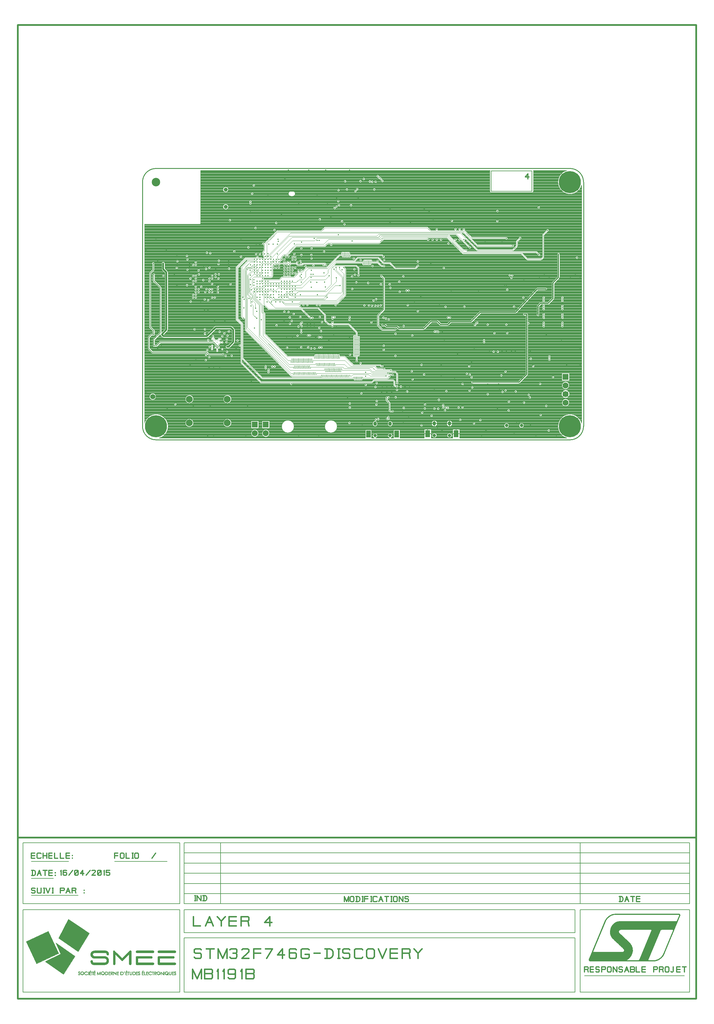
<source format=gbr>
G70*
%FSLAX55Y55*%
%ADD11C,0.00984*%
%ADD12C,0.00472*%
%ADD13C,0.01181*%
%ADD14C,0.00787*%
%ADD15C,0.01969*%
%ADD16C,0.00827*%
%ADD17C,0.00591*%
%ADD18C,0.00394*%
%ADD19C,0.00197*%
%ADD20C,0.25591*%
%ADD21C,0.03937*%
%ADD22C,0.07874*%
%ADD23C,0.09843*%
%ADD24C,0.06000*%
%ADD25R,0.05512X0.08465*%
%ADD26O,0.03937X0.04724*%
%ADD27C,0.04600*%
%ADD28R,0.07000X0.07000*%
%ADD29C,0.07000*%
%ADD30C,0.01378*%
%ADD31C,0.01575*%
%ADD32C,0.01200*%
%ADD33C,0.01181*%
D11*
X164334Y684059D02*
G75*
G03X180082Y668311I15747J-00001D01*
G01X660397Y668311*
G75*
G03X676145Y684059I00001J15747*
G01X676145Y967524*
G75*
G03X660397Y983272I-15747J00001*
G01X180082Y983272*
G75*
G03X164334Y967524I-00001J-15747*
G01X164334Y684059*
D12*
X306854Y877760D02*
X308429Y879335D01*
X308429Y881500*
X309610Y882681*
X310594Y882681*
X336185Y908272*
X533035Y908272*
X552720Y888587*
X594059Y888587*
X598783Y893311*
X598783Y898823*
X602523Y902563*
X306854Y880910D02*
X307444Y881500D01*
X307444Y882485*
X308429Y883469*
X308429Y896855*
X321027Y909453*
X536972Y909453*
X552917Y893508*
X593862Y893508*
D13*
X547208Y735241D02*
X601145Y735241D01*
X610200Y744296*
X610200Y813981*
X607248Y813981*
X647011Y883863D02*
X647011Y856697D01*
X640712Y850398*
X640712Y832485*
X635004Y826776*
X626342Y826776*
X623193Y823626*
X623193Y813390*
D12*
X393074Y868311D02*
X393074Y866146D01*
X397996Y861225*
X397996Y836619*
X389728Y828351*
X347405Y828351*
X345633Y826579*
X329492Y826579*
X325161Y830910*
X315909Y830910*
X313153Y833666*
X450752Y741737D02*
X450948Y741737D01*
X449177Y739965*
X419925Y739965*
X419689Y740201*
X419689Y741304*
X419452Y741540*
X418980Y741540*
X418744Y741304*
X418744Y738508*
X418507Y738272*
X418035Y738272*
X417799Y738508*
X417799Y741304*
X417563Y741540*
X417090Y741540*
X416854Y741304*
X416854Y738508*
X416618Y738272*
X416145Y738272*
X415909Y738508*
X415909Y741304*
X415673Y741540*
X415200Y741540*
X414964Y741304*
X414964Y738508*
X414728Y738272*
X414256Y738272*
X414019Y738508*
X414019Y741304*
X413783Y741540*
X413311Y741540*
X413074Y741304*
X413074Y738508*
X412838Y738272*
X412366Y738272*
X412130Y738508*
X412130Y741304*
X411893Y741540*
X411421Y741540*
X411185Y741304*
X411185Y738508*
X410948Y738272*
X410476Y738272*
X410240Y738508*
X410240Y741304*
X410004Y741540*
X409531Y741540*
X409295Y741304*
X409295Y740201*
X409059Y739965*
X303114Y739965*
X280279Y762800*
X280279Y802957*
X274570Y808666*
X274570Y868272*
X284059Y877760*
X294256Y877760*
X452523Y749217D02*
X434413Y749217D01*
X431145Y752485*
X402287Y752485*
X398901Y755870*
X388232Y755870*
X387996Y755634*
X387996Y754729*
X387759Y754493*
X387287Y754493*
X387051Y754729*
X387051Y757012*
X386815Y757248*
X386342Y757248*
X386106Y757012*
X386106Y754729*
X385870Y754493*
X385397Y754493*
X385161Y754729*
X385161Y757012*
X384925Y757248*
X384452Y757248*
X384216Y757012*
X384216Y754729*
X383980Y754493*
X383507Y754493*
X383271Y754729*
X383271Y757012*
X383035Y757248*
X382563Y757248*
X382326Y757012*
X382326Y754729*
X382090Y754493*
X381618Y754493*
X381381Y754729*
X381381Y757012*
X381145Y757248*
X380673Y757248*
X380437Y757012*
X380437Y754729*
X380200Y754493*
X379728Y754493*
X379492Y754729*
X379492Y757012*
X379256Y757248*
X378783Y757248*
X378547Y757012*
X378547Y754729*
X378311Y754493*
X377838Y754493*
X377602Y754729*
X377602Y757012*
X377366Y757248*
X376893Y757248*
X376657Y757012*
X376657Y754729*
X376421Y754493*
X375948Y754493*
X375712Y754729*
X375712Y757012*
X375476Y757248*
X375004Y757248*
X374767Y757012*
X374767Y754729*
X374531Y754493*
X374059Y754493*
X373822Y754729*
X373822Y757012*
X373586Y757248*
X373114Y757248*
X372878Y757012*
X372878Y754729*
X372641Y754493*
X372169Y754493*
X371933Y754729*
X371933Y757012*
X371696Y757248*
X371224Y757248*
X370988Y757012*
X370988Y754729*
X370752Y754493*
X370279Y754493*
X370043Y754729*
X370043Y757012*
X369807Y757248*
X369334Y757248*
X369098Y757012*
X369098Y754729*
X368862Y754493*
X368389Y754493*
X368153Y754729*
X368153Y757012*
X367917Y757248*
X367444Y757248*
X367208Y757012*
X367208Y754729*
X366972Y754493*
X366500Y754493*
X366263Y754729*
X366263Y757012*
X366027Y757248*
X365555Y757248*
X365319Y757012*
X365319Y756107*
X365082Y755870*
X334649Y755870*
X300555Y789965*
X300555Y825201*
X292681Y833075*
X292681Y836422*
X288941Y840162*
X288941Y844296*
X291696Y847052*
X291696Y855319*
X293665Y857288*
X313744Y857288*
X314728Y858272*
X314728Y869886*
X316303Y871461*
X316303Y874611D02*
X317878Y873036D01*
X342681Y873036*
X344256Y871461*
X349570Y871461*
X350948Y872839*
X376342Y872839*
X377523Y871658*
X306854Y839965D02*
X308429Y838390D01*
X308429Y831304*
X318271Y821461*
X367878Y821461*
X376145Y813193*
X376145Y806500*
X380082Y802563*
X403468Y802563*
X412759Y793272*
X412759Y789217*
X412523Y788981*
X410004Y788981*
X409767Y788744*
X409767Y788272*
X410004Y788036*
X415358Y788036*
X415594Y787800*
X415594Y787327*
X415358Y787091*
X410004Y787091*
X409767Y786855*
X409767Y786382*
X410004Y786146*
X415358Y786146*
X415594Y785910*
X415594Y785437*
X415358Y785201*
X410004Y785201*
X409767Y784965*
X409767Y784493*
X410004Y784256*
X415358Y784256*
X415594Y784020*
X415594Y783548*
X415358Y783311*
X410004Y783311*
X409767Y783075*
X409767Y782603*
X410004Y782367*
X415358Y782367*
X415594Y782130*
X415594Y781658*
X415358Y781422*
X410004Y781422*
X409767Y781185*
X409767Y780713*
X410004Y780477*
X415358Y780477*
X415594Y780241*
X415594Y779768*
X415358Y779532*
X410004Y779532*
X409767Y779296*
X409767Y778823*
X410004Y778587*
X415358Y778587*
X415594Y778351*
X415594Y777878*
X415358Y777642*
X410004Y777642*
X409767Y777406*
X409767Y776933*
X410004Y776697*
X415358Y776697*
X415594Y776461*
X415594Y775989*
X415358Y775752*
X410004Y775752*
X409767Y775516*
X409767Y775044*
X410004Y774807*
X415358Y774807*
X415594Y774571*
X415594Y774099*
X415358Y773863*
X410004Y773863*
X409767Y773626*
X409767Y773154*
X410004Y772918*
X415358Y772918*
X415594Y772681*
X415594Y772209*
X415358Y771973*
X410004Y771973*
X409767Y771737*
X409767Y771264*
X410004Y771028*
X415358Y771028*
X415594Y770792*
X415594Y770319*
X415358Y770083*
X410004Y770083*
X409767Y769847*
X409767Y769374*
X410004Y769138*
X415358Y769138*
X415594Y768902*
X415594Y768430*
X415358Y768193*
X410004Y768193*
X409767Y767957*
X409767Y767485*
X410004Y767248*
X415358Y767248*
X415594Y767012*
X415594Y766540*
X415358Y766304*
X410004Y766304*
X409767Y766067*
X409767Y765595*
X410004Y765359*
X412523Y765359*
X412759Y765122*
X412759Y759847*
X281067Y833666D02*
X281263Y833666D01*
X281263Y866146*
X289728Y874611*
X294256Y874611*
X459807Y734256D02*
X459807Y745280D01*
X457641Y747445*
X431263Y747445*
X427759Y750949*
X398665Y750949*
X396736Y752878*
X359531Y752878*
X359295Y752642*
X359295Y751500*
X359059Y751264*
X358586Y751264*
X358350Y751500*
X358350Y754020*
X358114Y754256*
X357641Y754256*
X357405Y754020*
X357405Y751500*
X357169Y751264*
X356696Y751264*
X356460Y751500*
X356460Y754020*
X356224Y754256*
X355752Y754256*
X355515Y754020*
X355515Y751500*
X355279Y751264*
X354807Y751264*
X354570Y751500*
X354570Y754020*
X354334Y754256*
X353862Y754256*
X353626Y754020*
X353626Y751500*
X353389Y751264*
X352917Y751264*
X352681Y751500*
X352681Y754020*
X352444Y754256*
X351972Y754256*
X351736Y754020*
X351736Y751500*
X351500Y751264*
X351027Y751264*
X350791Y751500*
X350791Y754020*
X350555Y754256*
X350082Y754256*
X349846Y754020*
X349846Y751500*
X349610Y751264*
X349137Y751264*
X348901Y751500*
X348901Y754020*
X348665Y754256*
X348193Y754256*
X347956Y754020*
X347956Y751500*
X347720Y751264*
X347248Y751264*
X347011Y751500*
X347011Y754020*
X346775Y754256*
X346303Y754256*
X346067Y754020*
X346067Y751500*
X345830Y751264*
X345358Y751264*
X345122Y751500*
X345122Y754020*
X344885Y754256*
X344413Y754256*
X344177Y754020*
X344177Y751500*
X343941Y751264*
X343468Y751264*
X343232Y751500*
X343232Y754020*
X342996Y754256*
X342523Y754256*
X342287Y754020*
X342287Y751500*
X342051Y751264*
X341578Y751264*
X341342Y751500*
X341342Y754020*
X341106Y754256*
X340633Y754256*
X340397Y754020*
X340397Y751500*
X340161Y751264*
X339689Y751264*
X339452Y751500*
X339452Y752642*
X339216Y752878*
X334885Y752878*
X299570Y788193*
X299570Y824807*
X291500Y832878*
X291500Y835634*
X287956Y839178*
X287956Y855122*
X293271Y860437*
X301736Y860437*
X302130Y860831*
X302130Y869886*
X303704Y871461*
X381067Y858863D02*
X376145Y853941D01*
X358626Y853941*
X349374Y844689*
X321815Y844689*
X318665Y841540*
X298980Y841540*
X297405Y839965*
X303704Y877760D02*
X302130Y879335D01*
X284019Y879335*
X273271Y868587*
X273271Y807996*
X278901Y802367*
X278901Y757839*
X301736Y735004*
X430240Y735004*
X433035Y737800*
X454767Y737800*
X456381Y736185*
X456381Y731973*
X458035Y730319*
X459610Y730319*
X442681Y753744D02*
X441500Y753744D01*
X440161Y755083*
X408665Y755083*
X398665Y765083*
X393232Y765083*
X392996Y764847*
X392996Y762918*
X392759Y762681*
X392287Y762681*
X392051Y762918*
X392051Y766815*
X391815Y767052*
X391342Y767052*
X391106Y766815*
X391106Y762918*
X390870Y762681*
X390397Y762681*
X390161Y762918*
X390161Y766815*
X389925Y767052*
X389452Y767052*
X389216Y766815*
X389216Y762918*
X388980Y762681*
X388507Y762681*
X388271Y762918*
X388271Y766815*
X388035Y767052*
X387563Y767052*
X387326Y766815*
X387326Y762918*
X387090Y762681*
X386618Y762681*
X386381Y762918*
X386381Y766815*
X386145Y767052*
X385673Y767052*
X385437Y766815*
X385437Y762918*
X385200Y762681*
X384728Y762681*
X384492Y762918*
X384492Y766815*
X384256Y767052*
X383783Y767052*
X383547Y766815*
X383547Y762918*
X383311Y762681*
X382838Y762681*
X382602Y762918*
X382602Y766815*
X382366Y767052*
X381893Y767052*
X381657Y766815*
X381657Y762918*
X381421Y762681*
X380948Y762681*
X380712Y762918*
X380712Y766815*
X380476Y767052*
X380004Y767052*
X379767Y766815*
X379767Y762918*
X379531Y762681*
X379059Y762681*
X378822Y762918*
X378822Y766815*
X378586Y767052*
X378114Y767052*
X377878Y766815*
X377878Y762918*
X377641Y762681*
X377169Y762681*
X376933Y762918*
X376933Y766815*
X376696Y767052*
X376224Y767052*
X375988Y766815*
X375988Y762918*
X375752Y762681*
X375279Y762681*
X375043Y762918*
X375043Y766815*
X374807Y767052*
X374334Y767052*
X374098Y766815*
X374098Y762918*
X373862Y762681*
X373389Y762681*
X373153Y762918*
X373153Y766815*
X372917Y767052*
X372444Y767052*
X372208Y766815*
X372208Y762918*
X371972Y762681*
X371500Y762681*
X371263Y762918*
X371263Y766815*
X371027Y767052*
X370555Y767052*
X370319Y766815*
X370319Y762918*
X370082Y762681*
X369610Y762681*
X369374Y762918*
X369374Y766815*
X369137Y767052*
X368665Y767052*
X368429Y766815*
X368429Y762918*
X368193Y762681*
X367720Y762681*
X367484Y762918*
X367484Y766815*
X367248Y767052*
X366775Y767052*
X366539Y766815*
X366539Y762918*
X366303Y762681*
X365830Y762681*
X365594Y762918*
X365594Y766815*
X365358Y767052*
X364885Y767052*
X364649Y766815*
X364649Y762918*
X364413Y762681*
X363941Y762681*
X363704Y762918*
X363704Y764847*
X363468Y765083*
X332130Y765083*
X305870Y791343*
X305870Y814965*
X303704Y817130*
X303704Y824807*
X295633Y832878*
X295633Y838587*
X294256Y839965*
X297405Y843115D02*
X295830Y841540D01*
X293271Y841540*
X292484Y840752*
X292484Y838981*
X294256Y837209*
X294256Y832878*
X302720Y824414*
X302720Y816343*
X304098Y814965*
X304098Y789571*
X333114Y760556*
X336027Y760556*
X336263Y760319*
X336263Y758311*
X336500Y758075*
X336972Y758075*
X337208Y758311*
X337208Y762485*
X337444Y762721*
X337917Y762721*
X338153Y762485*
X338153Y758311*
X338389Y758075*
X338862Y758075*
X339098Y758311*
X339098Y762485*
X339334Y762721*
X339807Y762721*
X340043Y762485*
X340043Y758311*
X340279Y758075*
X340752Y758075*
X340988Y758311*
X340988Y762485*
X341224Y762721*
X341696Y762721*
X341933Y762485*
X341933Y758311*
X342169Y758075*
X342641Y758075*
X342878Y758311*
X342878Y762485*
X343114Y762721*
X343586Y762721*
X343822Y762485*
X343822Y758311*
X344059Y758075*
X344531Y758075*
X344767Y758311*
X344767Y762485*
X345004Y762721*
X345476Y762721*
X345712Y762485*
X345712Y758311*
X345948Y758075*
X346421Y758075*
X346657Y758311*
X346657Y762485*
X346893Y762721*
X347366Y762721*
X347602Y762485*
X347602Y758311*
X347838Y758075*
X348311Y758075*
X348547Y758311*
X348547Y762485*
X348783Y762721*
X349256Y762721*
X349492Y762485*
X349492Y758311*
X349728Y758075*
X350200Y758075*
X350437Y758311*
X350437Y762485*
X350673Y762721*
X351145Y762721*
X351381Y762485*
X351381Y758311*
X351618Y758075*
X352090Y758075*
X352326Y758311*
X352326Y762485*
X352563Y762721*
X353035Y762721*
X353271Y762485*
X353271Y758311*
X353507Y758075*
X353980Y758075*
X354216Y758311*
X354216Y762485*
X354452Y762721*
X354925Y762721*
X355161Y762485*
X355161Y758311*
X355397Y758075*
X355870Y758075*
X356106Y758311*
X356106Y762485*
X356342Y762721*
X356815Y762721*
X357051Y762485*
X357051Y758311*
X357287Y758075*
X357759Y758075*
X357996Y758311*
X357996Y762485*
X358232Y762721*
X358704Y762721*
X358941Y762485*
X358941Y758311*
X359177Y758075*
X359649Y758075*
X359885Y758311*
X359885Y762485*
X360122Y762721*
X360594Y762721*
X360830Y762485*
X360830Y758311*
X361067Y758075*
X361539Y758075*
X361775Y758311*
X361775Y760319*
X362011Y760556*
X399137Y760556*
X405909Y753784*
X433586Y753784*
X436578Y750792*
X444649Y750792*
X294256Y871461D02*
X292681Y871461D01*
X290122Y868902*
X285791Y868902*
X282838Y865949*
X282838Y833272*
X284019Y832091*
X284019Y795870*
X337602Y742288*
X371539Y742288*
X371775Y742524*
X371775Y743469*
X372011Y743705*
X372484Y743705*
X372720Y743469*
X372720Y741579*
X372956Y741343*
X373429Y741343*
X373665Y741579*
X373665Y743469*
X373901Y743705*
X374374Y743705*
X374610Y743469*
X374610Y741579*
X374846Y741343*
X375319Y741343*
X375555Y741579*
X375555Y743469*
X375791Y743705*
X376263Y743705*
X376500Y743469*
X376500Y741579*
X376736Y741343*
X377208Y741343*
X377444Y741579*
X377444Y743469*
X377681Y743705*
X378153Y743705*
X378389Y743469*
X378389Y741579*
X378626Y741343*
X379098Y741343*
X379334Y741579*
X379334Y743469*
X379570Y743705*
X380043Y743705*
X380279Y743469*
X380279Y741579*
X380515Y741343*
X380988Y741343*
X381224Y741579*
X381224Y743469*
X381460Y743705*
X381933Y743705*
X382169Y743469*
X382169Y741579*
X382405Y741343*
X382878Y741343*
X383114Y741579*
X383114Y743469*
X383350Y743705*
X383822Y743705*
X384059Y743469*
X384059Y741579*
X384295Y741343*
X384767Y741343*
X385004Y741579*
X385004Y743469*
X385240Y743705*
X385712Y743705*
X385948Y743469*
X385948Y741579*
X386185Y741343*
X386657Y741343*
X386893Y741579*
X386893Y743469*
X387130Y743705*
X387602Y743705*
X387838Y743469*
X387838Y741579*
X388074Y741343*
X388547Y741343*
X388783Y741579*
X388783Y743469*
X389019Y743705*
X389492Y743705*
X389728Y743469*
X389728Y741579*
X389964Y741343*
X390437Y741343*
X390673Y741579*
X390673Y743469*
X390909Y743705*
X391381Y743705*
X391618Y743469*
X391618Y741579*
X391854Y741343*
X392326Y741343*
X392563Y741579*
X392563Y743469*
X392799Y743705*
X393271Y743705*
X393507Y743469*
X393507Y741579*
X393744Y741343*
X394216Y741343*
X394452Y741579*
X394452Y743469*
X394689Y743705*
X395161Y743705*
X395397Y743469*
X395397Y741579*
X395633Y741343*
X396106Y741343*
X396342Y741579*
X396342Y743469*
X396578Y743705*
X397051Y743705*
X397287Y743469*
X397287Y741579*
X397523Y741343*
X397996Y741343*
X398232Y741579*
X398232Y743469*
X398468Y743705*
X398941Y743705*
X399177Y743469*
X399177Y741579*
X399413Y741343*
X399885Y741343*
X400122Y741579*
X400122Y743469*
X400358Y743705*
X400830Y743705*
X401067Y743469*
X401067Y741579*
X401303Y741343*
X401775Y741343*
X402011Y741579*
X402011Y743469*
X402248Y743705*
X402720Y743705*
X402956Y743469*
X402956Y741579*
X403193Y741343*
X403665Y741343*
X403901Y741579*
X403901Y743469*
X404137Y743705*
X404610Y743705*
X404846Y743469*
X404846Y742524*
X405082Y742288*
X406815Y742288*
X408626Y744099*
X426736Y744099*
X428311Y742524*
X446618Y742524*
X446815Y742721*
X446815Y742524*
X448783Y745674D02*
X431263Y745674D01*
X427917Y749020*
X395791Y749020*
X395555Y749256*
X395555Y751067*
X395319Y751304*
X394846Y751304*
X394610Y751067*
X394610Y747524*
X394374Y747288*
X393901Y747288*
X393665Y747524*
X393665Y751067*
X393429Y751304*
X392956Y751304*
X392720Y751067*
X392720Y747524*
X392484Y747288*
X392011Y747288*
X391775Y747524*
X391775Y751067*
X391539Y751304*
X391067Y751304*
X390830Y751067*
X390830Y747524*
X390594Y747288*
X390122Y747288*
X389885Y747524*
X389885Y751067*
X389649Y751304*
X389177Y751304*
X388941Y751067*
X388941Y747524*
X388704Y747288*
X388232Y747288*
X387996Y747524*
X387996Y751067*
X387759Y751304*
X387287Y751304*
X387051Y751067*
X387051Y747524*
X386815Y747288*
X386342Y747288*
X386106Y747524*
X386106Y751067*
X385870Y751304*
X385397Y751304*
X385161Y751067*
X385161Y747524*
X384925Y747288*
X384452Y747288*
X384216Y747524*
X384216Y751067*
X383980Y751304*
X383507Y751304*
X383271Y751067*
X383271Y747524*
X383035Y747288*
X382563Y747288*
X382326Y747524*
X382326Y751067*
X382090Y751304*
X381618Y751304*
X381381Y751067*
X381381Y747524*
X381145Y747288*
X380673Y747288*
X380437Y747524*
X380437Y751067*
X380200Y751304*
X379728Y751304*
X379492Y751067*
X379492Y747524*
X379256Y747288*
X378783Y747288*
X378547Y747524*
X378547Y751067*
X378311Y751304*
X377838Y751304*
X377602Y751067*
X377602Y747524*
X377366Y747288*
X376893Y747288*
X376657Y747524*
X376657Y751067*
X376421Y751304*
X375948Y751304*
X375712Y751067*
X375712Y749256*
X375476Y749020*
X335594Y749020*
X285988Y798626*
X285988Y833075*
X284807Y834256*
X284807Y864768*
X286972Y866933*
X291696Y866933*
X293074Y868311*
X294256Y868311*
X359019Y809847D02*
X348783Y820083D01*
X310988Y820083*
X305279Y825792*
X305279Y838390*
X303704Y839965*
X297405Y871461D02*
X295830Y869886D01*
X293074Y869886*
X291106Y867918*
X286578Y867918*
X283822Y865162*
X283822Y833863*
X285004Y832681*
X285004Y797052*
X336578Y745477*
X338586Y745477*
X338822Y745241*
X338822Y744296*
X339059Y744059*
X339531Y744059*
X339767Y744296*
X339767Y746422*
X340004Y746658*
X340476Y746658*
X340712Y746422*
X340712Y744296*
X340948Y744059*
X341421Y744059*
X341657Y744296*
X341657Y746422*
X341893Y746658*
X342366Y746658*
X342602Y746422*
X342602Y744296*
X342838Y744059*
X343311Y744059*
X343547Y744296*
X343547Y746422*
X343783Y746658*
X344256Y746658*
X344492Y746422*
X344492Y744296*
X344728Y744059*
X345200Y744059*
X345437Y744296*
X345437Y746422*
X345673Y746658*
X346145Y746658*
X346381Y746422*
X346381Y744296*
X346618Y744059*
X347090Y744059*
X347326Y744296*
X347326Y746422*
X347563Y746658*
X348035Y746658*
X348271Y746422*
X348271Y744296*
X348507Y744059*
X348980Y744059*
X349216Y744296*
X349216Y746422*
X349452Y746658*
X349925Y746658*
X350161Y746422*
X350161Y744296*
X350397Y744059*
X350870Y744059*
X351106Y744296*
X351106Y746422*
X351342Y746658*
X351815Y746658*
X352051Y746422*
X352051Y744296*
X352287Y744059*
X352759Y744059*
X352996Y744296*
X352996Y746422*
X353232Y746658*
X353704Y746658*
X353941Y746422*
X353941Y744296*
X354177Y744059*
X354649Y744059*
X354885Y744296*
X354885Y746422*
X355122Y746658*
X355594Y746658*
X355830Y746422*
X355830Y744296*
X356067Y744059*
X356539Y744059*
X356775Y744296*
X356775Y746422*
X357011Y746658*
X357484Y746658*
X357720Y746422*
X357720Y744296*
X357956Y744059*
X358429Y744059*
X358665Y744296*
X358665Y746422*
X358901Y746658*
X359374Y746658*
X359610Y746422*
X359610Y744296*
X359846Y744059*
X360319Y744059*
X360555Y744296*
X360555Y746422*
X360791Y746658*
X361263Y746658*
X361500Y746422*
X361500Y744296*
X361736Y744059*
X362208Y744059*
X362444Y744296*
X362444Y746422*
X362681Y746658*
X363153Y746658*
X363389Y746422*
X363389Y744296*
X363626Y744059*
X364098Y744059*
X364334Y744296*
X364334Y746422*
X364570Y746658*
X365043Y746658*
X365279Y746422*
X365279Y744296*
X365515Y744059*
X365988Y744059*
X366224Y744296*
X366224Y745241*
X366263Y745280*
X429295Y745280*
X430476Y744099*
X454098Y744099*
X454492Y743705*
X325752Y833666D02*
X328311Y831107D01*
X375948Y831107*
X378507Y833666*
X290515Y842327D02*
X292878Y844689D01*
X305279Y844689*
X306854Y846264*
X295437Y821067D02*
X295240Y821264D01*
X295240Y826776*
X290515Y831500*
X290515Y833469*
X286972Y837012*
X286972Y858666*
X291893Y863587*
X298586Y863587*
X298980Y863981*
X298980Y866737*
X300555Y868311*
X303704Y846264D02*
X305279Y847839D01*
X347996Y847839*
X358429Y858272*
X375948Y858272*
X379689Y862012*
X379689Y865359*
X388586Y874256*
X420200Y874256*
X420437Y874020*
X420437Y872052*
X420673Y871815*
X421145Y871815*
X421381Y872052*
X421381Y876500*
X421618Y876737*
X422090Y876737*
X422326Y876500*
X422326Y872052*
X422563Y871815*
X423035Y871815*
X423271Y872052*
X423271Y876500*
X423507Y876737*
X423980Y876737*
X424216Y876500*
X424216Y872052*
X424452Y871815*
X424925Y871815*
X425161Y872052*
X425161Y876500*
X425397Y876737*
X425870Y876737*
X426106Y876500*
X426106Y872052*
X426342Y871815*
X426815Y871815*
X427051Y872052*
X427051Y876500*
X427287Y876737*
X427759Y876737*
X427996Y876500*
X427996Y872052*
X428232Y871815*
X428704Y871815*
X428941Y872052*
X428941Y876500*
X429177Y876737*
X429649Y876737*
X429885Y876500*
X429885Y874493*
X430122Y874256*
X437366Y874256*
X441342Y870280*
X444452Y870280*
X303704Y849414D02*
X305279Y850989D01*
X342681Y850989*
X345830Y854138*
X350358Y854138*
X353704Y857485*
X353704Y863784*
X356854Y866933*
X378901Y866933*
X387996Y876028*
X410358Y876028*
X413980Y879650*
X437838Y879650*
X443862Y873626*
X451342Y873626*
X457641Y867327*
X480870Y867327*
X483822Y870280*
X300555Y849414D02*
X302130Y850989D01*
X302130Y853744*
X302523Y854138*
X323389Y854138*
X326342Y857091*
X340122Y857091*
X346027Y862996*
X349570Y862996*
X354492Y867918*
X377917Y867918*
X392681Y882681*
X395397Y882681*
X395633Y882918*
X395633Y885280*
X395870Y885516*
X396342Y885516*
X396578Y885280*
X396578Y881225*
X396815Y880989*
X397287Y880989*
X397523Y881225*
X397523Y885280*
X397759Y885516*
X398232Y885516*
X398468Y885280*
X398468Y881225*
X398704Y880989*
X399177Y880989*
X399413Y881225*
X399413Y885280*
X399649Y885516*
X400122Y885516*
X400358Y885280*
X400358Y881225*
X400594Y880989*
X401067Y880989*
X401303Y881225*
X401303Y885280*
X401539Y885516*
X402011Y885516*
X402248Y885280*
X402248Y881225*
X402484Y880989*
X402956Y880989*
X403193Y881225*
X403193Y885280*
X403429Y885516*
X403901Y885516*
X404137Y885280*
X404137Y881225*
X404374Y880989*
X404846Y880989*
X405082Y881225*
X405082Y882445*
X405319Y882681*
X442287Y882681*
X444059Y880910*
X322602Y874611D02*
X324177Y876185D01*
X324177Y879138*
X328311Y883272*
X328311Y883548*
X330870Y883548*
X342759Y895437*
X374649Y895437*
X380161Y900949*
X440909Y900949*
X443507Y903548*
X517681Y903548*
X536578Y884650*
X604098Y884650*
X610791Y877957*
X626933Y877957*
X629295Y880319*
X629295Y906304*
X634413Y911422*
D14*
X666303Y783469D02*
X650555Y783469D01*
D12*
X330476Y881304D02*
X342484Y893311D01*
X375752Y893311*
X379256Y896815*
X438980Y896815*
X443744Y901579*
X494846Y901579*
X495830Y900595*
D14*
X454452Y701619D02*
X451657Y701619D01*
X450752Y702524*
X450752Y711225*
X447602Y714374*
X447602Y717288*
D12*
X386578Y866343D02*
X386578Y866146D01*
X396027Y856697*
X396027Y840162*
X394452Y838587*
X380673Y838587*
X374177Y832091*
X334413Y832091*
X333626Y832878*
X333626Y834453*
X332838Y835241*
X324177Y835241*
X322602Y833666*
X414925Y859256D02*
X414964Y859296D01*
X414964Y867839*
X412326Y870477*
X386775Y870477*
X383232Y866933*
X383232Y848823*
X375948Y841540*
X336775Y841540*
X335200Y839965*
X389137Y856304D02*
X389137Y851973D01*
X377720Y840556*
X345240Y840556*
X343074Y838390*
X330476Y838390*
X328901Y836815*
X310004Y877760D02*
X311578Y879335D01*
X313862Y879335*
X338035Y903508*
X437996Y903508*
X440397Y905910*
X519059Y905910*
X536381Y888587*
X539925Y888587*
X393468Y847248D02*
X387956Y847248D01*
X375948Y835241*
X336775Y835241*
X335200Y836815*
X310004Y880910D02*
X310594Y880910D01*
X334334Y904650*
X435909Y904650*
X438350Y907091*
X528507Y907091*
X543862Y891737*
X544059Y891737*
X306854Y874611D02*
X305279Y876185D01*
X305279Y882091*
X304492Y882878*
X304492Y886619*
X306067Y888193*
X306067Y895870*
X320830Y910634*
X372011Y910634*
X375948Y914571*
X494649Y914571*
X498586Y910634*
X537956Y910634*
X546027Y902563*
X586185Y902563*
X586578Y902170*
X624374Y883272D02*
X621421Y886225D01*
X536775Y886225*
X518271Y904729*
X441933Y904729*
X439531Y902327*
X366893Y902327*
X363941Y899374*
X338704Y899374*
X321027Y881697*
X321027Y877170*
X320043Y876185*
X315122Y876185*
X314728Y875792*
X314728Y873233*
X314531Y873036*
X302130Y873036*
X300555Y874611*
X297405Y868311D02*
X295830Y866737D01*
X293271Y866737*
X285988Y859453*
X285988Y836619*
X289531Y833075*
X289531Y827170*
X292759Y823941*
X292759Y813508*
X297011Y809256*
D13*
X632444Y843508D02*
X622405Y843508D01*
X597208Y816343*
X556263Y816343*
X545633Y805713*
X522011Y805713*
X518468Y802170*
X510200Y802170*
X506263Y806107*
X499334Y806107*
X490555Y797327*
X462090Y797327*
X459610Y799807*
X447523Y799807*
X445555Y801776*
X442681Y801776*
D14*
X457484Y796264D02*
X442405Y796264D01*
X437641Y801028*
X437641Y812839*
X444413Y819611*
X444413Y855477*
X441224Y858666*
X441303Y858666*
D12*
X388941Y868311D02*
X388941Y865556D01*
X397011Y857485*
X397011Y837603*
X389334Y829926*
X328114Y829926*
X326145Y831894*
X318074Y831894*
X316303Y833666*
X397799Y868311D02*
X399570Y866540D01*
X399570Y836225*
X389925Y826579*
X347405Y826579*
X345830Y825004*
X329689Y825004*
X324767Y829926*
X313941Y829926*
X311578Y832288*
X311578Y835241*
X313153Y836815*
D15*
X188311Y873134D02*
X188311Y866540D01*
X192011Y862839*
X192011Y795989*
X186854Y790831*
X186854Y790359*
X262523Y776422D02*
X264137Y776422D01*
X269649Y781933*
X269649Y796225*
X267051Y798823*
X249098Y798823*
X238901Y788626*
X188586Y788626*
X186854Y790359*
D14*
X252917Y775595D02*
X252917Y775792D01*
X247011Y781697*
X184610Y781697*
X180673Y777760*
X177405Y777760*
X177405Y777839*
X177405Y784926*
X185004Y792524*
X185004Y845083*
X177287Y852800*
X177287Y860280*
D12*
X297405Y877760D02*
X295830Y876185D01*
X286775Y876185*
X279492Y868902*
X279492Y811422*
X281460Y809453*
D14*
X176854Y873233D02*
X176854Y865477D01*
X173193Y861815*
X173193Y799217*
X177208Y795201*
X177208Y790634*
X174570Y790634*
X171421Y787485*
X171421Y774217*
X175752Y769886*
X238744Y769886*
X241106Y767524*
X257641Y767524*
X257838Y767721*
D16*
X569059Y956894D02*
X616303Y956894D01*
X616303Y980516*
X569059Y980516*
X569059Y956894*
D17*
X520535Y683783D02*
X520535Y690831D01*
X523665Y687307D02*
X517405Y687307D01*
X495338Y675496D02*
X495338Y680792D01*
X499256Y675496D02*
X491421Y675496D01*
X532130Y675496D02*
X524295Y675496D01*
X528212Y675496D02*
X528212Y680792D01*
X506145Y687307D02*
X499885Y687307D01*
X503015Y683783D02*
X503015Y690831D01*
X189951Y674191D02*
X170213Y693928D01*
X180082Y684059D02*
X189951Y693928D01*
X670266Y957655D02*
X650528Y977393D01*
X660397Y967524D02*
X650528Y957655D01*
X651983Y724836D02*
X658575Y718244D01*
X651983Y718244D02*
X658575Y724836D01*
X650528Y674191D02*
X670266Y693928D01*
D12*
X673932Y963885D02*
G75*
G02X656758Y981059I-13535J03639D01*
G01X617853Y981059*
G75*
G02X617945Y980516I-01550J-00543*
G01X617945Y956894*
G75*
G02X616303Y955252I-01642J00000*
G01X569059Y955252*
G75*
G02X567417Y956894I00000J01642*
G01X567417Y980516*
G75*
G02X567509Y981059I01642J-00000*
G01X231508Y981059*
X231508Y918823*
G75*
G02X231263Y918579I-00244J00000*
G01X166547Y918579*
X166547Y687699*
G75*
G02X183721Y670524I13535J-03639*
G01X422879Y670524*
X422879Y680199*
X430061Y680199*
X430061Y670524*
X433541Y670524*
G75*
G02X434146Y676065I00605J02737*
G02X434752Y670524I00000J-02804*
G01X451061Y670524*
G75*
G02X451666Y676065I00605J02737*
G02X452272Y670524I00000J-02804*
G01X455753Y670524*
X455753Y680199*
X462935Y680199*
X462935Y670524*
X491362Y670524*
X491362Y680851*
X499315Y680851*
X499315Y670524*
X524236Y670524*
X524236Y680851*
X532189Y680851*
X532189Y670524*
X656758Y670524*
G75*
G02X673932Y687699I03639J13535*
G01X673932Y963885*
X631906Y844934D02*
G75*
G02X631906Y842083I00539J-01426D01*
G01X623027Y842083*
X598258Y815378*
G75*
G02X597208Y814917I-01050J00965*
G01X556854Y814917*
X546647Y804710*
G75*
G02X545633Y804287I-01013J01003*
G01X522602Y804287*
X519481Y801167*
G75*
G02X518468Y800744I-01013J01003*
G01X510200Y800744*
G75*
G02X509187Y801167I00000J01426*
G01X505673Y804681*
X499925Y804681*
X491568Y796324*
G75*
G02X490555Y795902I-01013J01003*
G01X462090Y795902*
G75*
G02X461077Y796324I00000J01426*
G01X459019Y798382*
X447523Y798382*
G75*
G02X446510Y798805I00000J01426*
G01X444964Y800350*
X443220Y800350*
G75*
G02X443220Y803202I-00539J01426*
G01X445555Y803202*
G75*
G02X446568Y802779I-00000J-01426*
G01X448114Y801233*
X459610Y801233*
G75*
G02X460623Y800810I-00000J-01426*
G01X462681Y798753*
X489964Y798753*
X498321Y807110*
G75*
G02X499334Y807532I01013J-01003*
G01X506263Y807532*
G75*
G02X507277Y807110I-00000J-01426*
G01X510791Y803595*
X517878Y803595*
X520998Y806716*
G75*
G02X522011Y807139I01013J-01003*
G01X545043Y807139*
X555250Y817346*
G75*
G02X556263Y817769I01013J-01003*
G01X596586Y817769*
X621356Y844473*
G75*
G02X622405Y844934I01050J-00965*
G01X631906Y844934*
X257299Y766295D02*
X241111Y766295D01*
G75*
G02X240237Y766655I-00005J01229*
G01X239644Y767248*
G75*
G02X238467Y768425I-01491J-00314*
G01X238235Y768657*
X175757Y768657*
G75*
G02X174883Y769017I-00005J01229*
G01X170552Y773348*
G75*
G02X170192Y774222I00869J00869*
G01X170192Y787479*
G75*
G02X170552Y788354I01229J00005*
G01X173702Y791503*
G75*
G02X174576Y791863I00869J-00869*
G01X175980Y791863*
X175980Y794692*
X172324Y798348*
G75*
G02X171964Y799222I00869J00869*
G01X171964Y861810*
G75*
G02X172324Y862684I01229J00005*
G01X175625Y865986*
X175625Y872331*
G75*
G02X178083Y872331I01229J00902*
G01X178083Y865482*
G75*
G02X177723Y864608I-01229J-00005*
G01X174421Y861306*
X174421Y799726*
X178077Y796070*
G75*
G02X178437Y795196I-00869J-00869*
G01X178437Y791536*
G75*
G02X176307Y789406I-01229J-00901*
G01X175079Y789406*
X172650Y786976*
X172650Y774726*
X176261Y771115*
X238739Y771115*
G75*
G02X239613Y770755I00005J-01229*
G01X241615Y768753*
X256717Y768753*
G75*
G02X257299Y766295I01121J-01032*
G01X611626Y813981D02*
X611626Y804972D01*
G75*
G02X611626Y802124I00543J-01424*
G01X611626Y744296*
G75*
G02X611203Y743282I-01426J00000*
G01X602158Y734238*
G75*
G02X601145Y733815I-01013J01003*
G01X547747Y733815*
G75*
G02X547747Y736666I-00539J01426*
G01X600555Y736666*
X608775Y744886*
X608775Y812555*
X607786Y812555*
G75*
G02X607786Y815406I-00539J01426*
G01X610200Y815406*
G75*
G02X611626Y813981I-00000J-01426*
G01X648437Y883324D02*
X648437Y856697D01*
G75*
G02X648014Y855684I-01426J00000*
G01X642138Y849808*
X642138Y832485*
G75*
G02X641715Y831471I-01426J00000*
G01X636017Y825773*
G75*
G02X635004Y825350I-01013J01003*
G01X626933Y825350*
X624618Y823036*
X624618Y813929*
G75*
G02X621767Y813929I-01426J-00539*
G01X621767Y823626*
G75*
G02X622190Y824640I01426J-00000*
G01X625329Y827779*
G75*
G02X626342Y828202I01013J-01003*
G01X634413Y828202*
X639287Y833075*
X639287Y850398*
G75*
G02X639709Y851411I01426J-00000*
G01X645586Y857288*
X645586Y883324*
G75*
G02X648437Y883324I01426J00539*
G01X456582Y797493D02*
G75*
G02X456582Y795035I00902J-01229D01*
G01X442410Y795035*
G75*
G02X441536Y795395I-00005J01229*
G01X436772Y800159*
G75*
G02X436413Y801033I00869J00869*
G01X436413Y812834*
G75*
G02X436772Y813708I01229J00005*
G01X443184Y820120*
X443184Y854968*
X440975Y857177*
G75*
G02X442820Y858807I00328J01488*
G01X445282Y856346*
G75*
G02X445642Y855472I-00869J-00869*
G01X445642Y819616*
G75*
G02X445282Y818742I-01229J-00005*
G01X438870Y812330*
X438870Y801537*
X442914Y797493*
X456582Y797493*
X325746Y683806D02*
G75*
G03X340212Y683806I07233J00000D01*
G03X325746Y683806I-07233J00000*
G01X375746Y683806D02*
G75*
G03X390212Y683806I07233J00000D01*
G03X375746Y683806I-07233J00000*
G01X302913Y681693D02*
X302913Y690363D01*
X311583Y690363*
X311583Y681693*
X302913Y681693*
X290314Y681693D02*
X290314Y690363D01*
X298984Y690363*
X298984Y681693*
X290314Y681693*
X650944Y737205D02*
X650944Y745875D01*
X659614Y745875*
X659614Y737205*
X650944Y737205*
X213893Y687996D02*
G75*
G03X223437Y687996I04772J00000D01*
G03X213893Y687996I-04772J00000*
G01X213893Y715556D02*
G75*
G03X223437Y715556I04772J00000D01*
G03X213893Y715556I-04772J00000*
G01X257987Y715556D02*
G75*
G03X267531Y715556I04772J00000D01*
G03X257987Y715556I-04772J00000*
G01X257987Y687996D02*
G75*
G03X267531Y687996I04772J00000D01*
G03X257987Y687996I-04772J00000*
G01X650559Y721540D02*
G75*
G03X660000Y721540I04720J00000D01*
G03X650559Y721540I-04720J00000*
G01X453551Y702847D02*
G75*
G02X453551Y700390I00902J-01229D01*
G01X451662Y700390*
G75*
G02X450788Y700750I-00005J01229*
G01X449883Y701655*
G75*
G02X449523Y702529I00869J00869*
G01X449523Y710716*
X446733Y713506*
G75*
G02X446373Y714380I00869J00869*
G01X446373Y716386*
G75*
G02X448569Y718465I01229J00901*
G02X448831Y716325I01200J-00939*
G01X448831Y714883*
X451620Y712094*
G75*
G02X451980Y711220I-00869J-00869*
G01X451980Y703033*
X452166Y702847*
X453551Y702847*
X650944Y711540D02*
G75*
G03X659614Y711540I04335J00000D01*
G03X650944Y711540I-04335J00000*
G01X290314Y676028D02*
G75*
G03X298984Y676028I04335J00000D01*
G03X290314Y676028I-04335J00000*
G01X650944Y731540D02*
G75*
G03X659614Y731540I04335J00000D01*
G03X650944Y731540I-04335J00000*
G01X302913Y676028D02*
G75*
G03X311583Y676028I04335J00000D01*
G03X302913Y676028I-04335J00000*
G01X172310Y718508D02*
G75*
G03X179980Y718508I03835J00000D01*
G03X172310Y718508I-03835J00000*
G01X336381Y951138D02*
G75*
G02X336381Y956745I00000J02804D01*
G01X338744Y956745*
G75*
G02X338744Y951138I00000J-02804*
G01X336381Y951138*
X523724Y686913D02*
G75*
G02X517346Y686913I-03189J00000D01*
G01X517346Y687701*
G75*
G02X523724Y687701I03189J00000*
G01X523724Y686913*
X506204Y686913D02*
G75*
G02X499826Y686913I-03189J00000D01*
G01X499826Y687701*
G75*
G02X506204Y687701I03189J00000*
G01X506204Y686913*
X257594Y938823D02*
G75*
G03X263988Y938823I03197J00000D01*
G03X257594Y938823I-03197J00000*
G01X257594Y958823D02*
G75*
G03X263988Y958823I03197J00000D01*
G03X257594Y958823I-03197J00000*
G01X436950Y686647D02*
G75*
G02X431343Y686647I-02804J00000D01*
G01X431343Y687435*
G75*
G02X436950Y687435I02804J00000*
G01X436950Y686647*
X454470Y686647D02*
G75*
G02X448863Y686647I-02804J00000D01*
G01X448863Y687435*
G75*
G02X454470Y687435I02804J00000*
G01X454470Y686647*
X442097Y970113D02*
G75*
G02X443595Y967486I00583J-01408D01*
G02X441492Y969659I-00915J01219*
G02X439387Y971146I-00583J01408*
G02X437427Y972782I-00446J01457*
G02X438761Y974116I-00179J01513*
G02X440463Y972524I00179J-01513*
G02X442097Y970113I00446J-01457*
G01X517732Y673528D02*
G75*
G03X523339Y673528I02804J00000D01*
G03X517732Y673528I-02804J00000*
G01X583994Y685044D02*
G75*
G03X589602Y685044I02804J00000D01*
G03X583994Y685044I-02804J00000*
G01X500212Y673528D02*
G75*
G03X505819Y673528I02804J00000D01*
G03X500212Y673528I-02804J00000*
G01X601294Y685044D02*
G75*
G03X606902Y685044I02804J00000D01*
G03X601294Y685044I-02804J00000*
G01X348927Y802832D02*
G75*
G02X348654Y801887I-01523J-00071D01*
G02X347731Y801271I00326J-01489*
G02X347654Y804264I-00326J01489*
G02X348927Y802832I01522J00071*
G01X386295Y809385D02*
G75*
G02X383643Y810044I-01489J-00326D01*
G02X386143Y811761I01164J00984*
G02X386295Y809385I01026J-01127*
G01X637525Y764253D02*
G75*
G02X637491Y762290I-01183J-00961D01*
G02X635272Y762207I-01070J-01085*
G02X635199Y764299I01070J01085*
G02X637525Y764253I01183J00961*
G01X652703Y803154D02*
G75*
G02X652703Y801185I-01164J-00984D01*
G02X650375Y801185I-01164J-00984*
G02X650375Y803154I01164J00984*
G02X652703Y803154I01164J00984*
G01X652703Y832681D02*
G75*
G02X652703Y830713I-01164J-00984D01*
G02X650375Y830713I-01164J-00984*
G02X650375Y832681I01164J00984*
G02X652703Y832681I01164J00984*
G01X652703Y822839D02*
G75*
G02X652703Y820870I-01164J-00984D01*
G02X650375Y820870I-01164J-00984*
G02X650375Y822839I01164J00984*
G02X652703Y822839I01164J00984*
G01X652703Y812996D02*
G75*
G02X652703Y811028I-01164J-00984D01*
G02X650375Y811028I-01164J-00984*
G02X650375Y812996I01164J00984*
G02X652703Y812996I01164J00984*
G01X631049Y822839D02*
G75*
G02X631049Y820870I-01164J-00984D01*
G02X628722Y820870I-01164J-00984*
G02X628722Y822839I01164J00984*
G02X631049Y822839I01164J00984*
G01X631049Y812996D02*
G75*
G02X631049Y811028I-01164J-00984D01*
G02X628722Y811028I-01164J-00984*
G02X628722Y812996I01164J00984*
G02X631049Y812996I01164J00984*
G01X631049Y832681D02*
G75*
G02X631049Y830713I-01164J-00984D01*
G02X628722Y830713I-01164J-00984*
G02X628722Y832681I01164J00984*
G02X631049Y832681I01164J00984*
G01X631049Y803154D02*
G75*
G02X631049Y801185I-01164J-00984D01*
G02X628722Y801185I-01164J-00984*
G02X628722Y803154I01164J00984*
G02X631049Y803154I01164J00984*
G01X552828Y802815D02*
G75*
G02X551487Y801637I-01486J00339D01*
G02X549819Y803096I-01523J-00058*
G02X551234Y804674I01523J00058*
G02X552828Y802815I01486J-00339*
G01X506427Y795093D02*
G75*
G02X506375Y792672I00899J-01230D01*
G02X504427Y792796I-00899J01230*
G02X504517Y795086I-00959J01184*
G02X506427Y795093I00959J-01184*
G01X451007Y693804D02*
G75*
G02X449018Y691591I-01240J-00886D01*
G02X448321Y694210I-01022J01130*
G02X451007Y693804I01447J00479*
G01X246074Y776579D02*
G75*
G02X246074Y774611I-01031J-00984D01*
G02X244012Y774611I-01031J-00984*
G02X244012Y776579I01031J00984*
G02X246074Y776579I01031J00984*
G01X243567Y843838D02*
G75*
G02X243567Y842391I01341J-00723D01*
G02X243480Y842386I-00087J00723*
G01X243322Y842386*
G75*
G02X243235Y842391I-00000J00729*
G02X243235Y843838I-01341J00723*
G02X243322Y843843I00087J-00723*
G01X243480Y843843*
G75*
G02X243567Y843838I00000J-00729*
G01X404954Y809134D02*
G75*
G02X404390Y806161I-00463J-01452D01*
G02X404226Y809182I00101J01521*
G02X404790Y812155I00463J01452*
G02X404954Y809134I-00101J-01521*
G01X592000Y859664D02*
G75*
G02X594992Y859224I01468J-00408D01*
G02X591984Y858911I-01524J00032*
G02X588992Y859352I-01468J00408*
G02X592000Y859664I01524J-00032*
G01X388380Y937792D02*
G75*
G02X385753Y936294I-01408J-00583D01*
G02X387926Y938397I01219J00915*
G02X390553Y939895I01408J00583*
G02X388380Y937792I-01219J-00915*
G01X412681Y957887D02*
G75*
G02X410356Y955963I-01300J-00796D01*
G02X412050Y958460I01025J01128*
G02X414375Y960384I01300J00796*
G02X412681Y957887I-01025J-01128*
G01X436524Y691632D02*
G75*
G02X436239Y692629I-01520J00105D01*
G02X436524Y691632I01520J-00105*
G01X429579Y968532D02*
G75*
G02X432378Y967506I01290J-00811D01*
G02X429404Y967303I-01509J00215*
G02X426605Y968330I-01290J00811*
G02X429579Y968532I01509J-00215*
G01X349130Y794538D02*
G75*
G02X347846Y794447I-00543J-01424D01*
G02X349130Y794538I00543J01424*
G01X370437Y788254D02*
G75*
G02X370437Y786952I01378J-00651D01*
G02X370437Y788254I-01378J00651*
G01X471913Y842368D02*
G75*
G02X471913Y840712I01279J-00828D01*
G02X471913Y842368I-01279J00828*
G01X370688Y774702D02*
G75*
G02X370658Y776527I-01235J00893D01*
G02X370688Y774702I01235J-00893*
G01X519885Y811153D02*
G75*
G02X522630Y810241I01220J-00913D01*
G02X519885Y809328I-01524J00000*
G02X519885Y811153I-01220J00913*
G01X517484Y706479D02*
G75*
G02X517484Y704553I01181J-00963D01*
G02X517484Y706479I-01181J00963*
G01X514196Y707554D02*
G75*
G02X512228Y707454I-00925J-01211D01*
G02X514196Y707554I00925J01211*
G01X357464Y790603D02*
G75*
G02X357464Y788540I01122J-01031D01*
G02X357464Y790603I-01122J01031*
G01X561667Y782780D02*
G75*
G02X559521Y782780I-01073J-01083D01*
G02X561667Y782780I01073J01083*
G01X290604Y943804D02*
G75*
G02X288459Y943804I-01073J-01083D01*
G02X290604Y943804I01073J01083*
G01X224621Y833666D02*
G75*
G03X227669Y833666I01524J00000D01*
G03X224621Y833666I-01524J00000*
G01X294700Y884059D02*
G75*
G03X297748Y884059I01524J00000D01*
G03X294700Y884059I-01524J00000*
G01X579149Y743115D02*
G75*
G03X582197Y743115I01524J00000D01*
G03X579149Y743115I-01524J00000*
G01X230920Y845870D02*
G75*
G03X233969Y845870I01524J00000D01*
G03X230920Y845870I-01524J00000*
G01X616157Y753941D02*
G75*
G03X619205Y753941I01524J00000D01*
G03X616157Y753941I-01524J00000*
G01X246669Y833666D02*
G75*
G03X249717Y833666I01524J00000D01*
G03X246669Y833666I-01524J00000*
G01X450409Y844689D02*
G75*
G03X453457Y844689I01524J00000D01*
G03X450409Y844689I-01524J00000*
G01X390172Y958075D02*
G75*
G03X393220Y958075I01524J00000D01*
G03X390172Y958075I-01524J00000*
G01X240172Y764178D02*
G75*
G03X243220Y764178I01524J00000D01*
G03X240172Y764178I-01524J00000*
G01X415684Y968469D02*
G75*
G03X418732Y968469I01524J00000D01*
G03X415684Y968469I-01524J00000*
G01X368519Y810831D02*
G75*
G03X371567Y810831I01524J00000D01*
G03X368519Y810831I-01524J00000*
G01X403361Y710634D02*
G75*
G03X406409Y710634I01524J00000D01*
G03X403361Y710634I-01524J00000*
G01X186826Y858863D02*
G75*
G03X189874Y858863I01524J00000D01*
G03X186826Y858863I-01524J00000*
G01X336826Y862012D02*
G75*
G03X339874Y862012I01524J00000D01*
G03X336826Y862012I-01524J00000*
G01X202574Y867918D02*
G75*
G03X205622Y867918I01524J00000D01*
G03X202574Y867918I-01524J00000*
G01X634267Y679138D02*
G75*
G03X637315Y679138I01524J00000D01*
G03X634267Y679138I-01524J00000*
G01X269306Y887209D02*
G75*
G03X272354Y887209I01524J00000D01*
G03X269306Y887209I-01524J00000*
G01X575212Y770674D02*
G75*
G03X578260Y770674I01524J00000D01*
G03X575212Y770674I-01524J00000*
G01X327377Y865162D02*
G75*
G03X330425Y865162I01524J00000D01*
G03X327377Y865162I-01524J00000*
G01X340369Y877760D02*
G75*
G03X343417Y877760I01524J00000D01*
G03X340369Y877760I-01524J00000*
G01X612220Y717524D02*
G75*
G03X615268Y717524I01524J00000D01*
G03X612220Y717524I-01524J00000*
G01X235645Y839965D02*
G75*
G03X238693Y839965I01524J00000D01*
G03X235645Y839965I-01524J00000*
G01X584070Y725792D02*
G75*
G03X587118Y725792I01524J00000D01*
G03X584070Y725792I-01524J00000*
G01X214779Y877760D02*
G75*
G03X217827Y877760I01524J00000D01*
G03X214779Y877760I-01524J00000*
G01X289976Y954138D02*
G75*
G03X293024Y954138I01524J00000D01*
G03X289976Y954138I-01524J00000*
G01X442731Y772839D02*
G75*
G03X445780Y772839I01524J00000D01*
G03X442731Y772839I-01524J00000*
G01X514385Y822642D02*
G75*
G03X517433Y822642I01524J00000D01*
G03X514385Y822642I-01524J00000*
G01X255330Y788587D02*
G75*
G03X258378Y788587I01524J00000D01*
G03X255330Y788587I-01524J00000*
G01X330527Y868311D02*
G75*
G03X333575Y868311I01524J00000D01*
G03X330527Y868311I-01524J00000*
G01X465960Y705319D02*
G75*
G03X469008Y705319I01524J00000D01*
G03X465960Y705319I-01524J00000*
G01X250212Y846264D02*
G75*
G03X253260Y846264I01524J00000D01*
G03X250212Y846264I-01524J00000*
G01X534267Y706304D02*
G75*
G03X537315Y706304I01524J00000D01*
G03X534267Y706304I-01524J00000*
G01X536235Y822839D02*
G75*
G03X539283Y822839I01524J00000D01*
G03X536235Y822839I-01524J00000*
G01X501511Y704532D02*
G75*
G03X504559Y704532I01524J00000D01*
G03X501511Y704532I-01524J00000*
G01X574621Y922248D02*
G75*
G03X577669Y922248I01524J00000D01*
G03X574621Y922248I-01524J00000*
G01X252180Y793705D02*
G75*
G03X255228Y793705I01524J00000D01*
G03X252180Y793705I-01524J00000*
G01X264779Y849020D02*
G75*
G03X267827Y849020I01524J00000D01*
G03X264779Y849020I-01524J00000*
G01X332102Y816737D02*
G75*
G03X335150Y816737I01524J00000D01*
G03X332102Y816737I-01524J00000*
G01X358480Y774414D02*
G75*
G03X361528Y774414I01524J00000D01*
G03X358480Y774414I-01524J00000*
G01X433873Y831500D02*
G75*
G03X436921Y831500I01524J00000D01*
G03X433873Y831500I-01524J00000*
G01X263204Y867130D02*
G75*
G03X266252Y867130I01524J00000D01*
G03X263204Y867130I-01524J00000*
G01X330527Y775201D02*
G75*
G03X333575Y775201I01524J00000D01*
G03X330527Y775201I-01524J00000*
G01X224621Y871461D02*
G75*
G03X227669Y871461I01524J00000D01*
G03X224621Y871461I-01524J00000*
G01X260645Y785241D02*
G75*
G03X263693Y785241I01524J00000D01*
G03X260645Y785241I-01524J00000*
G01X358873Y878941D02*
G75*
G03X361921Y878941I01524J00000D01*
G03X358873Y878941I-01524J00000*
G01X333873Y802957D02*
G75*
G03X336921Y802957I01524J00000D01*
G03X333873Y802957I-01524J00000*
G01X250999Y872248D02*
G75*
G03X254047Y872248I01524J00000D01*
G03X250999Y872248I-01524J00000*
G01X428361Y804926D02*
G75*
G03X431409Y804926I01524J00000D01*
G03X428361Y804926I-01524J00000*
G01X333676Y865162D02*
G75*
G03X336724Y865162I01524J00000D01*
G03X333676Y865162I-01524J00000*
G01X490409Y704768D02*
G75*
G03X493457Y704768I01524J00000D01*
G03X490409Y704768I-01524J00000*
G01X221472Y836815D02*
G75*
G03X224520Y836815I01524J00000D01*
G03X221472Y836815I-01524J00000*
G01X506708Y714768D02*
G75*
G03X509756Y714768I01524J00000D01*
G03X506708Y714768I-01524J00000*
G01X509267Y900595D02*
G75*
G03X512315Y900595I01524J00000D01*
G03X509267Y900595I-01524J00000*
G01X237810Y772642D02*
G75*
G03X240858Y772642I01524J00000D01*
G03X237810Y772642I-01524J00000*
G01X431708Y958863D02*
G75*
G03X434756Y958863I01524J00000D01*
G03X431708Y958863I-01524J00000*
G01X221472Y871461D02*
G75*
G03X224520Y871461I01524J00000D01*
G03X221472Y871461I-01524J00000*
G01X433086Y729729D02*
G75*
G03X436134Y729729I01524J00000D01*
G03X433086Y729729I-01524J00000*
G01X487298Y700004D02*
G75*
G03X490346Y700004I01524J00000D01*
G03X487298Y700004I-01524J00000*
G01X517731Y896067D02*
G75*
G03X520780Y896067I01524J00000D01*
G03X517731Y896067I-01524J00000*
G01X203165Y875595D02*
G75*
G03X206213Y875595I01524J00000D01*
G03X203165Y875595I-01524J00000*
G01X330527Y865162D02*
G75*
G03X333575Y865162I01524J00000D01*
G03X330527Y865162I-01524J00000*
G01X261432Y789374D02*
G75*
G03X264480Y789374I01524J00000D01*
G03X261432Y789374I-01524J00000*
G01X461235Y840162D02*
G75*
G03X464283Y840162I01524J00000D01*
G03X461235Y840162I-01524J00000*
G01X236235Y760831D02*
G75*
G03X239283Y760831I01524J00000D01*
G03X236235Y760831I-01524J00000*
G01X416747Y722445D02*
G75*
G03X419795Y722445I01524J00000D01*
G03X416747Y722445I-01524J00000*
G01X214385Y881697D02*
G75*
G03X217433Y881697I01524J00000D01*
G03X214385Y881697I-01524J00000*
G01X622653Y938193D02*
G75*
G03X625701Y938193I01524J00000D01*
G03X622653Y938193I-01524J00000*
G01X266157Y765949D02*
G75*
G03X269205Y765949I01524J00000D01*
G03X266157Y765949I-01524J00000*
G01X373440Y886815D02*
G75*
G03X376488Y886815I01524J00000D01*
G03X373440Y886815I-01524J00000*
G01X460645Y851776D02*
G75*
G03X463693Y851776I01524J00000D01*
G03X460645Y851776I-01524J00000*
G01X476196Y738587D02*
G75*
G03X479244Y738587I01524J00000D01*
G03X476196Y738587I-01524J00000*
G01X369897Y794451D02*
G75*
G03X372945Y794451I01524J00000D01*
G03X369897Y794451I-01524J00000*
G01X224621Y839965D02*
G75*
G03X227669Y839965I01524J00000D01*
G03X224621Y839965I-01524J00000*
G01X475802Y789571D02*
G75*
G03X478850Y789571I01524J00000D01*
G03X475802Y789571I-01524J00000*
G01X318322Y801185D02*
G75*
G03X321370Y801185I01524J00000D01*
G03X318322Y801185I-01524J00000*
G01X224621Y855713D02*
G75*
G03X227669Y855713I01524J00000D01*
G03X224621Y855713I-01524J00000*
G01X227771Y839965D02*
G75*
G03X230819Y839965I01524J00000D01*
G03X227771Y839965I-01524J00000*
G01X465763Y800398D02*
G75*
G03X468811Y800398I01524J00000D01*
G03X465763Y800398I-01524J00000*
G01X465369Y858075D02*
G75*
G03X468417Y858075I01524J00000D01*
G03X465369Y858075I-01524J00000*
G01X368519Y924217D02*
G75*
G03X371567Y924217I01524J00000D01*
G03X368519Y924217I-01524J00000*
G01X424621Y850398D02*
G75*
G03X427669Y850398I01524J00000D01*
G03X424621Y850398I-01524J00000*
G01X604739Y833666D02*
G75*
G03X607787Y833666I01524J00000D01*
G03X604739Y833666I-01524J00000*
G01X570291Y770674D02*
G75*
G03X573339Y770674I01524J00000D01*
G03X570291Y770674I-01524J00000*
G01X260251Y781697D02*
G75*
G03X263299Y781697I01524J00000D01*
G03X260251Y781697I-01524J00000*
G01X448653Y808193D02*
G75*
G03X451701Y808193I01524J00000D01*
G03X448653Y808193I-01524J00000*
G01X327377Y877760D02*
G75*
G03X330425Y877760I01524J00000D01*
G03X327377Y877760I-01524J00000*
G01X224621Y852563D02*
G75*
G03X227669Y852563I01524J00000D01*
G03X224621Y852563I-01524J00000*
G01X299031Y884059D02*
G75*
G03X302079Y884059I01524J00000D01*
G03X299031Y884059I-01524J00000*
G01X223243Y796658D02*
G75*
G03X226291Y796658I01524J00000D01*
G03X223243Y796658I-01524J00000*
G01X470684Y824611D02*
G75*
G03X473732Y824611I01524J00000D01*
G03X470684Y824611I-01524J00000*
G01X563401Y802170D02*
G75*
G03X566449Y802170I01524J00000D01*
G03X563401Y802170I-01524J00000*
G01X433283Y967918D02*
G75*
G03X436331Y967918I01524J00000D01*
G03X433283Y967918I-01524J00000*
G01X415763Y876973D02*
G75*
G03X418811Y876973I01524J00000D01*
G03X415763Y876973I-01524J00000*
G01X421865Y732288D02*
G75*
G03X424913Y732288I01524J00000D01*
G03X421865Y732288I-01524J00000*
G01X224621Y874611D02*
G75*
G03X227669Y874611I01524J00000D01*
G03X224621Y874611I-01524J00000*
G01X515369Y724807D02*
G75*
G03X518417Y724807I01524J00000D01*
G03X515369Y724807I-01524J00000*
G01X264188Y923233D02*
G75*
G03X267236Y923233I01524J00000D01*
G03X264188Y923233I-01524J00000*
G01X541944Y753941D02*
G75*
G03X544992Y753941I01524J00000D01*
G03X541944Y753941I-01524J00000*
G01X529543Y705713D02*
G75*
G03X532591Y705713I01524J00000D01*
G03X529543Y705713I-01524J00000*
G01X580527Y724020D02*
G75*
G03X583575Y724020I01524J00000D01*
G03X580527Y724020I-01524J00000*
G01X336826Y868311D02*
G75*
G03X339874Y868311I01524J00000D01*
G03X336826Y868311I-01524J00000*
G01X531511Y691540D02*
G75*
G03X534559Y691540I01524J00000D01*
G03X531511Y691540I-01524J00000*
G01X554936Y691343D02*
G75*
G03X557984Y691343I01524J00000D01*
G03X554936Y691343I-01524J00000*
G01X410842Y851185D02*
G75*
G03X413890Y851185I01524J00000D01*
G03X410842Y851185I-01524J00000*
G01X221472Y849414D02*
G75*
G03X224520Y849414I01524J00000D01*
G03X221472Y849414I-01524J00000*
G01X432889Y824020D02*
G75*
G03X435937Y824020I01524J00000D01*
G03X432889Y824020I-01524J00000*
G01X354976Y775713D02*
G75*
G03X358024Y775713I01524J00000D01*
G03X354976Y775713I-01524J00000*
G01X224621Y843115D02*
G75*
G03X227669Y843115I01524J00000D01*
G03X224621Y843115I-01524J00000*
G01X339976Y880910D02*
G75*
G03X343024Y880910I01524J00000D01*
G03X339976Y880910I-01524J00000*
G01X613401Y762406D02*
G75*
G03X616449Y762406I01524J00000D01*
G03X613401Y762406I-01524J00000*
G01X260842Y770674D02*
G75*
G03X263890Y770674I01524J00000D01*
G03X260842Y770674I-01524J00000*
G01X486629Y755319D02*
G75*
G03X489677Y755319I01524J00000D01*
G03X486629Y755319I-01524J00000*
G01X534267Y733272D02*
G75*
G03X537315Y733272I01524J00000D01*
G03X534267Y733272I-01524J00000*
G01X333676Y810437D02*
G75*
G03X336724Y810437I01524J00000D01*
G03X333676Y810437I-01524J00000*
G01X321078Y868311D02*
G75*
G03X324126Y868311I01524J00000D01*
G03X321078Y868311I-01524J00000*
G01X293913Y914178D02*
G75*
G03X296961Y914178I01524J00000D01*
G03X293913Y914178I-01524J00000*
G01X639188Y741146D02*
G75*
G03X642236Y741146I01524J00000D01*
G03X639188Y741146I-01524J00000*
G01X409267Y859847D02*
G75*
G03X412315Y859847I01524J00000D01*
G03X409267Y859847I-01524J00000*
G01X276983Y881107D02*
G75*
G03X280031Y881107I01524J00000D01*
G03X276983Y881107I-01524J00000*
G01X402968Y687996D02*
G75*
G03X406016Y687996I01524J00000D01*
G03X402968Y687996I-01524J00000*
G01X251393Y876185D02*
G75*
G03X254441Y876185I01524J00000D01*
G03X251393Y876185I-01524J00000*
G01X336826Y880910D02*
G75*
G03X339874Y880910I01524J00000D01*
G03X336826Y880910I-01524J00000*
G01X346905Y775752D02*
G75*
G03X349953Y775752I01524J00000D01*
G03X346905Y775752I-01524J00000*
G01X439205Y824414D02*
G75*
G03X442253Y824414I01524J00000D01*
G03X439205Y824414I-01524J00000*
G01X442731Y777563D02*
G75*
G03X445780Y777563I01524J00000D01*
G03X442731Y777563I-01524J00000*
G01X243519Y855713D02*
G75*
G03X246567Y855713I01524J00000D01*
G03X243519Y855713I-01524J00000*
G01X367928Y798430D02*
G75*
G03X370976Y798430I01524J00000D01*
G03X367928Y798430I-01524J00000*
G01X499424Y900595D02*
G75*
G03X502472Y900595I01524J00000D01*
G03X499424Y900595I-01524J00000*
G01X243519Y833666D02*
G75*
G03X246567Y833666I01524J00000D01*
G03X243519Y833666I-01524J00000*
G01X482298Y875398D02*
G75*
G03X485346Y875398I01524J00000D01*
G03X482298Y875398I-01524J00000*
G01X420291Y824414D02*
G75*
G03X423339Y824414I01524J00000D01*
G03X420291Y824414I-01524J00000*
G01X390665Y940654D02*
G75*
G03X393713Y940654I01524J00000D01*
G03X390665Y940654I-01524J00000*
G01X611039Y720477D02*
G75*
G03X614087Y720477I01524J00000D01*
G03X611039Y720477I-01524J00000*
G01X273046Y783469D02*
G75*
G03X276094Y783469I01524J00000D01*
G03X273046Y783469I-01524J00000*
G01X584070Y747642D02*
G75*
G03X587118Y747642I01524J00000D01*
G03X584070Y747642I-01524J00000*
G01X434661Y713390D02*
G75*
G03X437709Y713390I01524J00000D01*
G03X434661Y713390I-01524J00000*
G01X490645Y709532D02*
G75*
G03X493693Y709532I01524J00000D01*
G03X490645Y709532I-01524J00000*
G01X587613Y702367D02*
G75*
G03X590661Y702367I01524J00000D01*
G03X587613Y702367I-01524J00000*
G01X595881Y724414D02*
G75*
G03X598929Y724414I01524J00000D01*
G03X595881Y724414I-01524J00000*
G01X539188Y745083D02*
G75*
G03X542236Y745083I01524J00000D01*
G03X539188Y745083I-01524J00000*
G01X358873Y890556D02*
G75*
G03X361921Y890556I01524J00000D01*
G03X358873Y890556I-01524J00000*
G01X221472Y852563D02*
G75*
G03X224520Y852563I01524J00000D01*
G03X221472Y852563I-01524J00000*
G01X489582Y744099D02*
G75*
G03X492630Y744099I01524J00000D01*
G03X489582Y744099I-01524J00000*
G01X542338Y725595D02*
G75*
G03X545386Y725595I01524J00000D01*
G03X542338Y725595I-01524J00000*
G01X400015Y958863D02*
G75*
G03X403063Y958863I01524J00000D01*
G03X400015Y958863I-01524J00000*
G01X338991Y884059D02*
G75*
G03X342039Y884059I01524J00000D01*
G03X338991Y884059I-01524J00000*
G01X407889Y878941D02*
G75*
G03X410937Y878941I01524J00000D01*
G03X407889Y878941I-01524J00000*
G01X243519Y858863D02*
G75*
G03X246567Y858863I01524J00000D01*
G03X243519Y858863I-01524J00000*
G01X224621Y846264D02*
G75*
G03X227669Y846264I01524J00000D01*
G03X224621Y846264I-01524J00000*
G01X397889Y968390D02*
G75*
G03X400937Y968390I01524J00000D01*
G03X397889Y968390I-01524J00000*
G01X486629Y685241D02*
G75*
G03X489677Y685241I01524J00000D01*
G03X486629Y685241I-01524J00000*
G01X408676Y866343D02*
G75*
G03X411724Y866343I01524J00000D01*
G03X408676Y866343I-01524J00000*
G01X336826Y865162D02*
G75*
G03X339874Y865162I01524J00000D01*
G03X336826Y865162I-01524J00000*
G01X445291Y809059D02*
G75*
G03X448339Y809059I01524J00000D01*
G03X445291Y809059I-01524J00000*
G01X456314Y765752D02*
G75*
G03X459362Y765752I01524J00000D01*
G03X456314Y765752I-01524J00000*
G01X545487Y729335D02*
G75*
G03X548535Y729335I01524J00000D01*
G03X545487Y729335I-01524J00000*
G01X236432Y866737D02*
G75*
G03X239480Y866737I01524J00000D01*
G03X236432Y866737I-01524J00000*
G01X439385Y848823D02*
G75*
G03X442433Y848823I01524J00000D01*
G03X439385Y848823I-01524J00000*
G01X317928Y920083D02*
G75*
G03X320976Y920083I01524J00000D01*
G03X317928Y920083I-01524J00000*
G01X512417Y867721D02*
G75*
G03X515465Y867721I01524J00000D01*
G03X512417Y867721I-01524J00000*
G01X521865Y922642D02*
G75*
G03X524913Y922642I01524J00000D01*
G03X521865Y922642I-01524J00000*
G01X429149Y824020D02*
G75*
G03X432197Y824020I01524J00000D01*
G03X429149Y824020I-01524J00000*
G01X224621Y836815D02*
G75*
G03X227669Y836815I01524J00000D01*
G03X224621Y836815I-01524J00000*
G01X339976Y868311D02*
G75*
G03X343024Y868311I01524J00000D01*
G03X339976Y868311I-01524J00000*
G01X247456Y857288D02*
G75*
G03X250504Y857288I01524J00000D01*
G03X247456Y857288I-01524J00000*
G01X542535Y743902D02*
G75*
G03X545583Y743902I01524J00000D01*
G03X542535Y743902I-01524J00000*
G01X330527Y862012D02*
G75*
G03X333575Y862012I01524J00000D01*
G03X330527Y862012I-01524J00000*
G01X544700Y740949D02*
G75*
G03X547748Y740949I01524J00000D01*
G03X544700Y740949I-01524J00000*
G01X214385Y847839D02*
G75*
G03X217433Y847839I01524J00000D01*
G03X214385Y847839I-01524J00000*
G01X585054Y802170D02*
G75*
G03X588102Y802170I01524J00000D01*
G03X585054Y802170I-01524J00000*
G01X397062Y918311D02*
G75*
G03X400110Y918311I01524J00000D01*
G03X397062Y918311I-01524J00000*
G01X259267Y765949D02*
G75*
G03X262315Y765949I01524J00000D01*
G03X259267Y765949I-01524J00000*
G01X513794Y702563D02*
G75*
G03X516843Y702563I01524J00000D01*
G03X513794Y702563I-01524J00000*
G01X666944Y879729D02*
G75*
G03X669992Y879729I01524J00000D01*
G03X666944Y879729I-01524J00000*
G01X462613Y730122D02*
G75*
G03X465661Y730122I01524J00000D01*
G03X462613Y730122I-01524J00000*
G01X371078Y805122D02*
G75*
G03X374126Y805122I01524J00000D01*
G03X371078Y805122I-01524J00000*
G01X563401Y721264D02*
G75*
G03X566449Y721264I01524J00000D01*
G03X563401Y721264I-01524J00000*
G01X224621Y858863D02*
G75*
G03X227669Y858863I01524J00000D01*
G03X224621Y858863I-01524J00000*
G01X218322Y855713D02*
G75*
G03X221370Y855713I01524J00000D01*
G03X218322Y855713I-01524J00000*
G01X434267Y709256D02*
G75*
G03X437315Y709256I01524J00000D01*
G03X434267Y709256I-01524J00000*
G01X285645Y891737D02*
G75*
G03X288693Y891737I01524J00000D01*
G03X285645Y891737I-01524J00000*
G01X237023Y843311D02*
G75*
G03X240071Y843311I01524J00000D01*
G03X237023Y843311I-01524J00000*
G01X458086Y726382D02*
G75*
G03X461134Y726382I01524J00000D01*
G03X458086Y726382I-01524J00000*
G01X333676Y868311D02*
G75*
G03X336724Y868311I01524J00000D01*
G03X333676Y868311I-01524J00000*
G01X443125Y876973D02*
G75*
G03X446173Y876973I01524J00000D01*
G03X443125Y876973I-01524J00000*
G01X241404Y884961D02*
G75*
G03X244452Y884961I01524J00000D01*
G03X241404Y884961I-01524J00000*
G01X345881Y810831D02*
G75*
G03X348929Y810831I01524J00000D01*
G03X345881Y810831I-01524J00000*
G01X327377Y817130D02*
G75*
G03X330425Y817130I01524J00000D01*
G03X327377Y817130I-01524J00000*
G01X338204Y814571D02*
G75*
G03X341252Y814571I01524J00000D01*
G03X338204Y814571I-01524J00000*
G01X214779Y865949D02*
G75*
G03X217827Y865949I01524J00000D01*
G03X214779Y865949I-01524J00000*
G01X250802Y855713D02*
G75*
G03X253850Y855713I01524J00000D01*
G03X250802Y855713I-01524J00000*
G01X403361Y705910D02*
G75*
G03X406409Y705910I01524J00000D01*
G03X403361Y705910I-01524J00000*
G01X327377Y862012D02*
G75*
G03X330425Y862012I01524J00000D01*
G03X327377Y862012I-01524J00000*
G01X456314Y791343D02*
G75*
G03X459362Y791343I01524J00000D01*
G03X456314Y791343I-01524J00000*
G01X434464Y734256D02*
G75*
G03X437512Y734256I01524J00000D01*
G03X434464Y734256I-01524J00000*
G01X227771Y865162D02*
G75*
G03X230819Y865162I01524J00000D01*
G03X227771Y865162I-01524J00000*
G01X240369Y855713D02*
G75*
G03X243417Y855713I01524J00000D01*
G03X240369Y855713I-01524J00000*
G01X247456Y860437D02*
G75*
G03X250504Y860437I01524J00000D01*
G03X247456Y860437I-01524J00000*
G01X624228Y733272D02*
G75*
G03X627276Y733272I01524J00000D01*
G03X624228Y733272I-01524J00000*
G01X574621Y933863D02*
G75*
G03X577669Y933863I01524J00000D01*
G03X574621Y933863I-01524J00000*
G01X475212Y748036D02*
G75*
G03X478260Y748036I01524J00000D01*
G03X475212Y748036I-01524J00000*
G01X235251Y796658D02*
G75*
G03X238299Y796658I01524J00000D01*
G03X235251Y796658I-01524J00000*
G01X358676Y882878D02*
G75*
G03X361724Y882878I01524J00000D01*
G03X358676Y882878I-01524J00000*
G01X240369Y839965D02*
G75*
G03X243417Y839965I01524J00000D01*
G03X240369Y839965I-01524J00000*
G01X590960Y856304D02*
G75*
G03X594008Y856304I01524J00000D01*
G03X590960Y856304I-01524J00000*
G01X442338Y810044D02*
G75*
G03X445386Y810044I01524J00000D01*
G03X442338Y810044I-01524J00000*
G01X243519Y849414D02*
G75*
G03X246567Y849414I01524J00000D01*
G03X243519Y849414I-01524J00000*
G01X237485Y885492D02*
G75*
G03X240533Y885492I01524J00000D01*
G03X237485Y885492I-01524J00000*
G01X456511Y717721D02*
G75*
G03X459559Y717721I01524J00000D01*
G03X456511Y717721I-01524J00000*
G01X631314Y707681D02*
G75*
G03X634362Y707681I01524J00000D01*
G03X631314Y707681I-01524J00000*
G01X362417Y774414D02*
G75*
G03X365465Y774414I01524J00000D01*
G03X362417Y774414I-01524J00000*
G01X586039Y792327D02*
G75*
G03X589087Y792327I01524J00000D01*
G03X586039Y792327I-01524J00000*
G01X588007Y712800D02*
G75*
G03X591055Y712800I01524J00000D01*
G03X588007Y712800I-01524J00000*
G01X469897Y724414D02*
G75*
G03X472945Y724414I01524J00000D01*
G03X469897Y724414I-01524J00000*
G01X317928Y868311D02*
G75*
G03X320976Y868311I01524J00000D01*
G03X317928Y868311I-01524J00000*
G01X405920Y857878D02*
G75*
G03X408969Y857878I01524J00000D01*
G03X405920Y857878I-01524J00000*
G01X505920Y704453D02*
G75*
G03X508969Y704453I01524J00000D01*
G03X505920Y704453I-01524J00000*
G01X257692Y792130D02*
G75*
G03X260740Y792130I01524J00000D01*
G03X257692Y792130I-01524J00000*
G01X547456Y687603D02*
G75*
G03X550504Y687603I01524J00000D01*
G03X547456Y687603I-01524J00000*
G01X498283Y696304D02*
G75*
G03X501331Y696304I01524J00000D01*
G03X498283Y696304I-01524J00000*
G01X624818Y697248D02*
G75*
G03X627866Y697248I01524J00000D01*
G03X624818Y697248I-01524J00000*
G01X221472Y858863D02*
G75*
G03X224520Y858863I01524J00000D01*
G03X221472Y858863I-01524J00000*
G01X240566Y776579D02*
G75*
G03X243614Y776579I01524J00000D01*
G03X240566Y776579I-01524J00000*
G01X336039Y806304D02*
G75*
G03X339087Y806304I01524J00000D01*
G03X336039Y806304I-01524J00000*
G01X571275Y792327D02*
G75*
G03X574323Y792327I01524J00000D01*
G03X571275Y792327I-01524J00000*
G01X218716Y828744D02*
G75*
G03X221764Y828744I01524J00000D01*
G03X218716Y828744I-01524J00000*
G01X221472Y833666D02*
G75*
G03X224520Y833666I01524J00000D01*
G03X221472Y833666I-01524J00000*
G01X482298Y817721D02*
G75*
G03X485346Y817721I01524J00000D01*
G03X482298Y817721I-01524J00000*
G01X333676Y862012D02*
G75*
G03X336724Y862012I01524J00000D01*
G03X333676Y862012I-01524J00000*
G01X389976Y945280D02*
G75*
G03X393024Y945280I01524J00000D01*
G03X389976Y945280I-01524J00000*
G01X425606Y824217D02*
G75*
G03X428654Y824217I01524J00000D01*
G03X425606Y824217I-01524J00000*
G01X240369Y852563D02*
G75*
G03X243417Y852563I01524J00000D01*
G03X240369Y852563I-01524J00000*
G01X240369Y868311D02*
G75*
G03X243417Y868311I01524J00000D01*
G03X240369Y868311I-01524J00000*
G01X251393Y860437D02*
G75*
G03X254441Y860437I01524J00000D01*
G03X251393Y860437I-01524J00000*
G01X586039Y842524D02*
G75*
G03X589087Y842524I01524J00000D01*
G03X586039Y842524I-01524J00000*
G01X343716Y799807D02*
G75*
G03X346764Y799807I01524J00000D01*
G03X343716Y799807I-01524J00000*
G01X406117Y843508D02*
G75*
G03X409165Y843508I01524J00000D01*
G03X406117Y843508I-01524J00000*
G01X342731Y789374D02*
G75*
G03X345780Y789374I01524J00000D01*
G03X342731Y789374I-01524J00000*
G01X347062Y890556D02*
G75*
G03X350110Y890556I01524J00000D01*
G03X347062Y890556I-01524J00000*
G01X605527Y711619D02*
G75*
G03X608575Y711619I01524J00000D01*
G03X605527Y711619I-01524J00000*
G01X243519Y839965D02*
G75*
G03X246567Y839965I01524J00000D01*
G03X243519Y839965I-01524J00000*
G01X436055Y824020D02*
G75*
G03X439103Y824020I01524J00000D01*
G03X436055Y824020I-01524J00000*
G01X593913Y822839D02*
G75*
G03X596961Y822839I01524J00000D01*
G03X593913Y822839I-01524J00000*
G01X336826Y877760D02*
G75*
G03X339874Y877760I01524J00000D01*
G03X336826Y877760I-01524J00000*
G01X250212Y839178D02*
G75*
G03X253260Y839178I01524J00000D01*
G03X250212Y839178I-01524J00000*
G01X200802Y709650D02*
G75*
G03X203850Y709650I01524J00000D01*
G03X200802Y709650I-01524J00000*
G01X227771Y843115D02*
G75*
G03X230819Y843115I01524J00000D01*
G03X227771Y843115I-01524J00000*
G01X238794Y830516D02*
G75*
G03X241843Y830516I01524J00000D01*
G03X238794Y830516I-01524J00000*
G01X234857Y831304D02*
G75*
G03X237906Y831304I01524J00000D01*
G03X234857Y831304I-01524J00000*
G01X315960Y911815D02*
G75*
G03X319008Y911815I01524J00000D01*
G03X315960Y911815I-01524J00000*
G01X504346Y900595D02*
G75*
G03X507394Y900595I01524J00000D01*
G03X504346Y900595I-01524J00000*
G01X419503Y971067D02*
G75*
G03X422551Y971067I01524J00000D01*
G03X419503Y971067I-01524J00000*
G01X404739Y940556D02*
G75*
G03X407787Y940556I01524J00000D01*
G03X404739Y940556I-01524J00000*
G01X429739Y870083D02*
G75*
G03X432787Y870083I01524J00000D01*
G03X429739Y870083I-01524J00000*
G01X263007Y794296D02*
G75*
G03X266055Y794296I01524J00000D01*
G03X263007Y794296I-01524J00000*
G01X449621Y848823D02*
G75*
G03X452669Y848823I01524J00000D01*
G03X449621Y848823I-01524J00000*
G01X430920Y830122D02*
G75*
G03X433969Y830122I01524J00000D01*
G03X430920Y830122I-01524J00000*
G01X403558Y767327D02*
G75*
G03X406606Y767327I01524J00000D01*
G03X403558Y767327I-01524J00000*
G01X327377Y868311D02*
G75*
G03X330425Y868311I01524J00000D01*
G03X327377Y868311I-01524J00000*
G01X291944Y963784D02*
G75*
G03X294992Y963784I01524J00000D01*
G03X291944Y963784I-01524J00000*
G01X394306Y921855D02*
G75*
G03X397354Y921855I01524J00000D01*
G03X394306Y921855I-01524J00000*
G01X347062Y882878D02*
G75*
G03X350110Y882878I01524J00000D01*
G03X347062Y882878I-01524J00000*
G01X228165Y860437D02*
G75*
G03X231213Y860437I01524J00000D01*
G03X228165Y860437I-01524J00000*
G01X250212Y843115D02*
G75*
G03X253260Y843115I01524J00000D01*
G03X250212Y843115I-01524J00000*
G01X233283Y853744D02*
G75*
G03X236331Y853744I01524J00000D01*
G03X233283Y853744I-01524J00000*
G01X255428Y773626D02*
G75*
G03X258280Y773626I01426J00000D01*
G03X255428Y773626I-01426J00000*
G01X376342Y870695D02*
G75*
G02X376197Y870650I-00288J00670D01*
G01X376184Y870647*
G75*
G02X376031Y870633I-00144J00714*
G02X373217Y871768I-01461J00435*
G01X363624Y871768*
G75*
G02X361502Y871768I-01061J-01094*
G01X351392Y871768*
X350333Y870708*
G75*
G02X349570Y870390I-00762J00753*
G01X344256Y870390*
G75*
G02X343493Y870708I00000J01071*
G01X342237Y871965*
X336639Y871965*
G75*
G02X333724Y871083I-01438J-00503*
G02X330809Y871965I-01476J00378*
G01X330340Y871965*
G75*
G02X327463Y871965I-01438J-00504*
G01X324040Y871965*
G75*
G02X321164Y871965I-01438J-00504*
G01X320891Y871965*
G75*
G02X318014Y871965I-01438J-00504*
G01X317878Y871965*
G75*
G02X317738Y871974I00000J01072*
G02X316294Y869937I-01435J-00513*
G01X316188Y869831*
G75*
G02X315799Y866873I00115J-01520*
G01X315799Y858272*
G75*
G02X315481Y857510I-01071J00000*
G01X314506Y856535*
G75*
G02X313744Y856217I-00762J00753*
G01X305143Y856217*
G75*
G02X305143Y855209I-01438J-00504*
G01X322946Y855209*
X325580Y857844*
G75*
G02X326342Y858162I00762J-00753*
G01X327548Y858162*
G75*
G02X330255Y858162I01354J00700*
G01X330612Y858162*
G75*
G02X333489Y858162I01438J00504*
G01X333847Y858162*
G75*
G02X336554Y858162I01354J00700*
G01X339678Y858162*
X342149Y860634*
G75*
G02X340422Y863090I-00650J01379*
G02X342878Y861362I01078J-01078*
G01X344959Y863443*
G75*
G02X346275Y864068I00084J01522*
G01X347525Y864068*
G75*
G02X350106Y865047I01061J01094*
G01X353424Y868365*
G75*
G02X354739Y868989I00084J01522*
G01X377473Y868989*
X391919Y883434*
G75*
G02X392681Y883753I00762J-00753*
G01X394562Y883753*
X394562Y885280*
G75*
G02X394881Y886042I01071J-00000*
G01X395107Y886269*
G75*
G02X395870Y886587I00762J-00753*
G01X396342Y886587*
G75*
G02X397051Y886319I-00000J-01071*
G02X397759Y886587I00709J-00804*
G01X398232Y886587*
G75*
G02X398941Y886319I-00000J-01071*
G02X399649Y886587I00709J-00804*
G01X400122Y886587*
G75*
G02X400830Y886319I-00000J-01071*
G02X401539Y886587I00709J-00804*
G01X402011Y886587*
G75*
G02X402720Y886319I-00000J-01071*
G02X403429Y886587I00709J-00804*
G01X403901Y886587*
G75*
G02X404663Y886269I-00000J-01071*
G01X404890Y886042*
G75*
G02X405209Y885280I-00753J-00762*
G01X405209Y883747*
G75*
G02X405319Y883753I00110J-01067*
G01X442287Y883753*
G75*
G02X443049Y883434I-00000J-01071*
G01X444050Y882434*
G75*
G02X442535Y880919I00009J-01524*
G01X441843Y881610*
X406154Y881610*
X406154Y881225*
G75*
G02X405835Y880463I-01071J00000*
G01X405608Y880236*
G75*
G02X404846Y879917I-00762J00753*
G01X404374Y879917*
G75*
G02X403665Y880185I00000J01071*
G02X402956Y879917I-00709J00804*
G01X402484Y879917*
G75*
G02X401775Y880185I00000J01071*
G02X401067Y879917I-00709J00804*
G01X400594Y879917*
G75*
G02X399885Y880185I00000J01071*
G02X399177Y879917I-00709J00804*
G01X398704Y879917*
G75*
G02X397996Y880185I00000J01071*
G02X397287Y879917I-00709J00804*
G01X396815Y879917*
G75*
G02X396052Y880236I00000J01071*
G01X395826Y880463*
G75*
G02X395507Y881225I00753J00762*
G01X395507Y881616*
G75*
G02X395397Y881610I-00110J01067*
G01X393124Y881610*
X388613Y877099*
X409914Y877099*
X413218Y880403*
G75*
G02X413980Y880721I00762J-00753*
G01X437838Y880721*
G75*
G02X438600Y880403I-00000J-01071*
G01X444306Y874698*
X451342Y874698*
G75*
G02X452104Y874379I-00000J-01071*
G01X458085Y868398*
X480426Y868398*
X482298Y870271*
G75*
G02X483813Y868756I01524J00009*
G01X481632Y866574*
G75*
G02X480870Y866256I-00762J00753*
G01X457641Y866256*
G75*
G02X456879Y866574I00000J01071*
G01X450898Y872555*
X443862Y872555*
G75*
G02X443100Y872874I00000J01071*
G01X437394Y878579*
X414424Y878579*
X411172Y875328*
X420200Y875328*
G75*
G02X420310Y875322I00000J-01073*
G01X420310Y876500*
G75*
G02X420629Y877263I01071J-00000*
G01X420856Y877489*
G75*
G02X421618Y877808I00762J-00753*
G01X422090Y877808*
G75*
G02X422799Y877540I-00000J-01071*
G02X423507Y877808I00709J-00804*
G01X423980Y877808*
G75*
G02X424689Y877540I-00000J-01071*
G02X425397Y877808I00709J-00804*
G01X425870Y877808*
G75*
G02X426578Y877540I-00000J-01071*
G02X427287Y877808I00709J-00804*
G01X427759Y877808*
G75*
G02X428468Y877540I-00000J-01071*
G02X429177Y877808I00709J-00804*
G01X429649Y877808*
G75*
G02X430411Y877489I-00000J-01071*
G01X430638Y877263*
G75*
G02X430957Y876500I-00753J-00762*
G01X430957Y875328*
X435599Y875328*
G75*
G02X438134Y875003I01373J00661*
G01X441786Y871351*
X443368Y871351*
G75*
G02X443368Y869209I01084J-01071*
G01X441342Y869209*
G75*
G02X440580Y869527I00000J01071*
G01X436922Y873185*
X430122Y873185*
G75*
G02X430012Y873191I-00000J01073*
G01X430012Y872052*
G75*
G02X429693Y871289I-01071J00000*
G01X429467Y871063*
G75*
G02X428704Y870744I-00762J00753*
G01X428232Y870744*
G75*
G02X427523Y871012I00000J01071*
G02X426815Y870744I-00709J00804*
G01X426342Y870744*
G75*
G02X425633Y871012I00000J01071*
G02X424925Y870744I-00709J00804*
G01X424452Y870744*
G75*
G02X423744Y871012I00000J01071*
G02X423035Y870744I-00709J00804*
G01X422563Y870744*
G75*
G02X421854Y871012I00000J01071*
G02X421145Y870744I-00709J00804*
G01X420673Y870744*
G75*
G02X419911Y871063I00000J01071*
G01X419684Y871289*
G75*
G02X419365Y872052I00753J00762*
G01X419365Y873185*
X389030Y873185*
X387393Y871548*
X412326Y871548*
G75*
G02X413089Y871230I-00000J-01071*
G01X415717Y868601*
G75*
G02X416035Y867839I-00753J-00762*
G01X416035Y860300*
G75*
G02X413893Y860378I-01111J-01044*
G01X413893Y867395*
X411883Y869406*
X398860Y869406*
G75*
G02X399323Y868302I-01061J-01094*
G01X400323Y867302*
G75*
G02X400642Y866540I-00753J-00762*
G01X400642Y836225*
G75*
G02X400323Y835463I-01071J00000*
G01X390687Y825826*
G75*
G02X389925Y825508I-00762J00753*
G01X389900Y825508*
G75*
G02X387193Y825508I-01354J-00700*
G01X371593Y825508*
G75*
G02X368886Y825508I-01354J-00700*
G01X368247Y825508*
G75*
G02X365540Y825508I-01354J-00700*
G01X356633Y825508*
G75*
G02X353926Y825508I-01354J-00700*
G01X352499Y825508*
G75*
G02X349792Y825508I-01354J-00700*
G01X347849Y825508*
X347036Y824696*
G75*
G02X348534Y822532I00116J-01520*
G01X367878Y822532*
G75*
G02X368640Y822214I-00000J-01071*
G01X376898Y813956*
G75*
G02X377217Y813193I-00753J-00762*
G01X377217Y806944*
X380526Y803635*
X383746Y803635*
G75*
G02X385868Y803635I01061J01094*
G01X403468Y803635*
G75*
G02X404230Y803316I-00000J-01071*
G01X413512Y794034*
G75*
G02X413831Y793272I-00753J-00762*
G01X413831Y789217*
G75*
G02X413825Y789107I-01073J-00000*
G01X415358Y789107*
G75*
G02X416120Y788789I-00000J-01071*
G01X416347Y788562*
G75*
G02X416665Y787800I-00753J-00762*
G01X416665Y787327*
G75*
G02X416397Y786619I-01071J00000*
G02X416665Y785910I-00804J-00709*
G01X416665Y785437*
G75*
G02X416397Y784729I-01071J00000*
G02X416665Y784020I-00804J-00709*
G01X416665Y783548*
G75*
G02X416397Y782839I-01071J00000*
G02X416665Y782130I-00804J-00709*
G01X416665Y781658*
G75*
G02X416397Y780949I-01071J00000*
G02X416665Y780241I-00804J-00709*
G01X416665Y779768*
G75*
G02X416397Y779059I-01071J00000*
G02X416665Y778351I-00804J-00709*
G01X416665Y777878*
G75*
G02X416397Y777170I-01071J00000*
G02X416665Y776461I-00804J-00709*
G01X416665Y775989*
G75*
G02X416397Y775280I-01071J00000*
G02X416665Y774571I-00804J-00709*
G01X416665Y774099*
G75*
G02X416397Y773390I-01071J00000*
G02X416665Y772681I-00804J-00709*
G01X416665Y772209*
G75*
G02X416397Y771500I-01071J00000*
G02X416665Y770792I-00804J-00709*
G01X416665Y770319*
G75*
G02X416397Y769611I-01071J00000*
G02X416665Y768902I-00804J-00709*
G01X416665Y768430*
G75*
G02X416397Y767721I-01071J00000*
G02X416665Y767012I-00804J-00709*
G01X416665Y766540*
G75*
G02X416347Y765778I-01071J00000*
G01X416120Y765551*
G75*
G02X415358Y765232I-00762J00753*
G01X413825Y765232*
G75*
G02X413831Y765122I-01067J-00110*
G01X413831Y760931*
G75*
G02X411688Y760931I-01071J-01084*
G01X411688Y764287*
X410004Y764287*
G75*
G02X409241Y764606I00000J01071*
G01X409015Y764833*
G75*
G02X408696Y765595I00753J00762*
G01X408696Y766067*
G75*
G02X408964Y766776I01071J-00000*
G02X408696Y767485I00804J00709*
G01X408696Y767957*
G75*
G02X408964Y768666I01071J-00000*
G02X408696Y769374I00804J00709*
G01X408696Y769847*
G75*
G02X408964Y770556I01071J-00000*
G02X408696Y771264I00804J00709*
G01X408696Y771737*
G75*
G02X408964Y772445I01071J-00000*
G02X408696Y773154I00804J00709*
G01X408696Y773626*
G75*
G02X408964Y774335I01071J-00000*
G02X408696Y775044I00804J00709*
G01X408696Y775516*
G75*
G02X408964Y776225I01071J-00000*
G02X408696Y776933I00804J00709*
G01X408696Y777406*
G75*
G02X408964Y778115I01071J-00000*
G02X408696Y778823I00804J00709*
G01X408696Y779296*
G75*
G02X408964Y780004I01071J-00000*
G02X408696Y780713I00804J00709*
G01X408696Y781185*
G75*
G02X408964Y781894I01071J-00000*
G02X408696Y782603I00804J00709*
G01X408696Y783075*
G75*
G02X408964Y783784I01071J-00000*
G02X408696Y784493I00804J00709*
G01X408696Y784965*
G75*
G02X408964Y785674I01071J-00000*
G02X408696Y786382I00804J00709*
G01X408696Y786855*
G75*
G02X408964Y787563I01071J-00000*
G02X408696Y788272I00804J00709*
G01X408696Y788744*
G75*
G02X409015Y789507I01071J-00000*
G01X409241Y789733*
G75*
G02X410004Y790052I00762J-00753*
G01X411688Y790052*
X411688Y792828*
X403024Y801492*
X385223Y801492*
G75*
G02X383603Y801492I-00810J-01291*
G01X380082Y801492*
G75*
G02X379320Y801811I00000J01071*
G01X375393Y805738*
G75*
G02X375074Y806500I00753J00762*
G01X375074Y812750*
X367434Y820390*
X349991Y820390*
X359010Y811371*
G75*
G02X360299Y810675I00009J-01524*
G02X360299Y809019I01279J-00828*
G02X357495Y809856I-01279J00828*
G01X348339Y819012*
X310988Y819012*
G75*
G02X310226Y819330I00000J01071*
G01X304776Y824780*
X304776Y817574*
X306622Y815727*
G75*
G02X306941Y814965I-00753J-00762*
G01X306941Y791787*
X332573Y766154*
X363468Y766154*
G75*
G02X363578Y766149I00000J-01073*
G01X363578Y766815*
G75*
G02X363896Y767578I01071J-00000*
G01X364123Y767804*
G75*
G02X364885Y768123I00762J-00753*
G01X365358Y768123*
G75*
G02X366067Y767855I-00000J-01071*
G02X366775Y768123I00709J-00804*
G01X367248Y768123*
G75*
G02X367956Y767855I-00000J-01071*
G02X368665Y768123I00709J-00804*
G01X369137Y768123*
G75*
G02X369846Y767855I-00000J-01071*
G02X370555Y768123I00709J-00804*
G01X371027Y768123*
G75*
G02X371736Y767855I-00000J-01071*
G02X372444Y768123I00709J-00804*
G01X372917Y768123*
G75*
G02X373626Y767855I-00000J-01071*
G02X374334Y768123I00709J-00804*
G01X374807Y768123*
G75*
G02X375515Y767855I-00000J-01071*
G02X376224Y768123I00709J-00804*
G01X376696Y768123*
G75*
G02X377405Y767855I-00000J-01071*
G02X378114Y768123I00709J-00804*
G01X378586Y768123*
G75*
G02X379295Y767855I-00000J-01071*
G02X380004Y768123I00709J-00804*
G01X380476Y768123*
G75*
G02X381185Y767855I-00000J-01071*
G02X381893Y768123I00709J-00804*
G01X382366Y768123*
G75*
G02X383074Y767855I-00000J-01071*
G02X383783Y768123I00709J-00804*
G01X384256Y768123*
G75*
G02X384964Y767855I-00000J-01071*
G02X385673Y768123I00709J-00804*
G01X386145Y768123*
G75*
G02X386854Y767855I-00000J-01071*
G02X387563Y768123I00709J-00804*
G01X388035Y768123*
G75*
G02X388744Y767855I-00000J-01071*
G02X389452Y768123I00709J-00804*
G01X389925Y768123*
G75*
G02X390633Y767855I-00000J-01071*
G02X391342Y768123I00709J-00804*
G01X391815Y768123*
G75*
G02X392577Y767804I-00000J-01071*
G01X392804Y767578*
G75*
G02X393122Y766815I-00753J-00762*
G01X393122Y766149*
G75*
G02X393232Y766154I00110J-01067*
G01X398665Y766154*
G75*
G02X399427Y765836I-00000J-01071*
G01X409109Y756154*
X416543Y756154*
G75*
G02X418031Y756154I00744J01330*
G01X440161Y756154*
G75*
G02X440923Y755836I-00000J-01071*
G01X441783Y754976*
G75*
G02X441597Y752673I00898J-01232*
G01X441500Y752673*
G75*
G02X440737Y752992I00000J01071*
G01X439717Y754012*
X434873Y754012*
X437022Y751863*
X443565Y751863*
G75*
G02X446088Y750288I01084J-01071*
G01X451439Y750288*
G75*
G02X453877Y748517I01084J-01071*
G01X457641Y748517*
G75*
G02X458404Y748198I-00000J-01071*
G01X460559Y746042*
G75*
G02X460878Y745280I-00753J-00762*
G01X460878Y735340*
G75*
G02X458735Y735340I-01071J-01084*
G01X458735Y744836*
X457198Y746374*
X450137Y746374*
G75*
G02X450221Y745170I-01354J-00700*
G01X454072Y745170*
G75*
G02X453127Y743028I00420J-01465*
G01X451562Y743028*
G75*
G02X450953Y740226I-00810J-01291*
G01X449939Y739212*
G75*
G02X449177Y738894I-00762J00753*
G01X419925Y738894*
G75*
G02X419815Y738899I-00000J01073*
G01X419815Y738508*
G75*
G02X419496Y737746I-01071J00000*
G01X419270Y737519*
G75*
G02X418507Y737201I-00762J00753*
G01X418035Y737201*
G75*
G02X417326Y737469I00000J01071*
G02X416618Y737201I-00709J00804*
G01X416145Y737201*
G75*
G02X415437Y737469I00000J01071*
G02X414728Y737201I-00709J00804*
G01X414256Y737201*
G75*
G02X413547Y737469I00000J01071*
G02X412838Y737201I-00709J00804*
G01X412366Y737201*
G75*
G02X411657Y737469I00000J01071*
G02X410948Y737201I-00709J00804*
G01X410476Y737201*
G75*
G02X409714Y737519I00000J01071*
G01X409487Y737746*
G75*
G02X409169Y738508I00753J00762*
G01X409169Y738899*
G75*
G02X409059Y738894I-00110J01067*
G01X303114Y738894*
G75*
G02X302352Y739212I00000J01071*
G01X279972Y761591*
X279972Y758283*
X302180Y736076*
X429796Y736076*
X432273Y738552*
G75*
G02X433035Y738871I00762J-00753*
G01X454767Y738871*
G75*
G02X455530Y738552I-00000J-01071*
G01X457134Y736948*
G75*
G02X457453Y736185I-00753J-00762*
G01X457453Y732417*
X458479Y731391*
X458526Y731391*
G75*
G02X458526Y729248I01084J-01071*
G01X458035Y729248*
G75*
G02X457273Y729567I00000J01071*
G01X455629Y731211*
G75*
G02X455310Y731973I00753J00762*
G01X455310Y735742*
X454324Y736728*
X433479Y736728*
X431002Y734252*
G75*
G02X430240Y733933I-00762J00753*
G01X338227Y733933*
G75*
G02X335324Y733933I-01452J-00464*
G01X301736Y733933*
G75*
G02X300974Y734252I00000J01071*
G01X278148Y757077*
G75*
G02X277830Y757839I00753J00762*
G01X277830Y776604*
G75*
G02X277830Y779311I-00700J01354*
G01X277830Y801923*
X272519Y807234*
G75*
G02X272200Y807996I00753J00762*
G01X272200Y868587*
G75*
G02X272519Y869349I01071J-00000*
G01X283257Y880088*
G75*
G02X284019Y880406I00762J-00753*
G01X295967Y880406*
G75*
G02X298844Y880406I01438J00504*
G01X302130Y880406*
G75*
G02X302892Y880088I-00000J-01071*
G01X303695Y879284*
G75*
G02X304208Y879199I00009J-01525*
G01X304208Y881647*
X303739Y882116*
G75*
G02X303420Y882878I00753J00762*
G01X303420Y886619*
G75*
G02X303739Y887381I01071J-00000*
G01X304995Y888637*
X304995Y894432*
G75*
G02X305599Y896918I-00503J01438*
G01X320068Y911387*
G75*
G02X320830Y911706I00762J-00753*
G01X371568Y911706*
X375186Y915324*
G75*
G02X375948Y915643I00762J-00753*
G01X494649Y915643*
G75*
G02X495411Y915324I-00000J-01071*
G01X499030Y911706*
X504638Y911706*
G75*
G02X507102Y911706I01232J00897*
G01X526713Y911706*
G75*
G02X528333Y911706I00810J01291*
G01X531634Y911706*
G75*
G02X533254Y911706I00810J01291*
G01X535937Y911706*
G75*
G02X538344Y911633I01232J00897*
G02X538719Y911387I-00388J-00999*
G01X546471Y903635*
X586158Y903635*
G75*
G02X585213Y901492I00420J-01465*
G01X546448Y901492*
X553361Y894580*
X592778Y894580*
G75*
G02X592778Y892437I01084J-01071*
G01X552917Y892437*
G75*
G02X552155Y892756I00000J01071*
G01X536528Y908382*
X534440Y908382*
X553164Y889658*
X593615Y889658*
X597712Y893755*
X597712Y898823*
G75*
G02X598030Y899585I01071J-00000*
G01X600999Y902554*
G75*
G02X602514Y901039I01524J00009*
G01X599854Y898380*
X599854Y893311*
G75*
G02X599536Y892549I-01071J00000*
G01X594821Y887834*
G75*
G02X594059Y887516I-00762J00753*
G01X552720Y887516*
G75*
G02X551958Y887834I00000J01071*
G01X538850Y900943*
G75*
G02X537933Y899180I-01484J-00348*
G01X543865Y893248*
G75*
G02X542548Y891535I00194J-01512*
G01X533909Y900174*
G75*
G02X532024Y902060I-01465J00421*
G01X528064Y906020*
X520464Y906020*
X526004Y900480*
G75*
G02X527408Y899075I01520J00115*
G01X536825Y889658*
X538841Y889658*
G75*
G02X540735Y887296I01084J-01071*
G01X621421Y887296*
G75*
G02X622183Y886978I-00000J-01071*
G01X624365Y884796*
G75*
G02X622850Y883281I00009J-01524*
G01X620977Y885154*
X605109Y885154*
X611235Y879028*
X626489Y879028*
X628224Y880763*
X628224Y906304*
G75*
G02X628542Y907066I01071J-00000*
G01X632889Y911413*
G75*
G02X634404Y909898I01524J00009*
G01X630366Y905860*
X630366Y880319*
G75*
G02X630048Y879557I-01071J00000*
G01X627695Y877204*
G75*
G02X626933Y876886I-00762J00753*
G01X610791Y876886*
G75*
G02X610029Y877204I00000J01071*
G01X603654Y883579*
X536578Y883579*
G75*
G02X535816Y883897I00000J01071*
G01X517237Y902476*
X495431Y902476*
G75*
G02X495608Y902332I-00585J-00897*
G01X495821Y902119*
G75*
G02X494309Y900508I00009J-01524*
G01X444187Y900508*
X439742Y896063*
G75*
G02X438980Y895744I-00762J00753*
G01X384332Y895744*
G75*
G02X382132Y895744I-01100J-01055*
G01X379699Y895744*
X376514Y892559*
G75*
G02X375752Y892240I-00762J00753*
G01X342928Y892240*
X333511Y882823*
G75*
G02X332106Y881419I00115J-01520*
G01X332000Y881313*
G75*
G02X329503Y882476I-01524J-00009*
G01X329030Y882476*
X325835Y879282*
G75*
G02X325248Y876322I-00084J-01522*
G01X325248Y876185*
G75*
G02X324930Y875423I-01071J00000*
G01X324126Y874620*
G75*
G02X324040Y874107I-01525J-00009*
G01X327463Y874107*
G75*
G02X330340Y874107I01438J00504*
G01X330612Y874107*
G75*
G02X333527Y874989I01438J00503*
G02X336442Y874107I01476J-00378*
G01X342423Y874107*
G75*
G02X344122Y873109I01438J00503*
G01X344699Y872532*
X347148Y872532*
G75*
G02X347744Y874306I01438J00504*
G02X348248Y874522I-00339J01486*
G02X350051Y873457I00339J-01486*
G01X350186Y873592*
G75*
G02X350948Y873910I00762J-00753*
G01X376342Y873910*
G75*
G02X377104Y873592I-00000J-01071*
G01X377514Y873182*
G75*
G02X376342Y870695I00009J-01524*
G01X252565Y778150D02*
G75*
G02X252550Y778135I-00533J00502D01*
G01X252431Y778016*
X253600Y776846*
G75*
G02X252150Y774393I-00684J-01251*
G02X251980Y772642I-01202J-00767*
G02X249917Y772642I-01031J-00984*
G02X249746Y774393I01031J00984*
G02X247972Y776603I-00767J01202*
G02X250182Y774828I01008J-01008*
G02X251715Y774828I00767J-01202*
G02X251496Y775475I01202J00767*
G01X246502Y780469*
X185119Y780469*
X181542Y776891*
G75*
G02X180668Y776531I-00869J00869*
G01X178188Y776531*
G75*
G02X176176Y778741I-00783J01308*
G01X176176Y784920*
G75*
G02X176536Y785794I01229J00005*
G01X183775Y793033*
X183775Y844574*
X176418Y851931*
G75*
G02X176058Y852805I00869J00869*
G01X176058Y859378*
G75*
G02X178516Y859378I01229J00902*
G01X178516Y853309*
X185872Y845952*
G75*
G02X186232Y845078I-00869J-00869*
G01X186232Y792782*
X190192Y796742*
X190192Y862085*
X187031Y865247*
G75*
G02X186491Y866540I01280J01293*
G01X186491Y873134*
G75*
G02X190130Y873134I01819J00000*
G01X190130Y867293*
X193291Y864132*
G75*
G02X193831Y862839I-01280J-01293*
G01X193831Y795989*
G75*
G02X193291Y794696I-01820J00000*
G01X189191Y790595*
X189340Y790446*
X235965Y790446*
G75*
G02X237585Y790446I00810J01291*
G01X238148Y790446*
X247805Y800103*
G75*
G02X249098Y800643I01293J-01280*
G01X267051Y800643*
G75*
G02X268344Y800103I-00000J-01820*
G01X270929Y797518*
G75*
G02X271469Y796225I-01280J-01293*
G01X271469Y781933*
G75*
G02X270929Y780641I-01820J00000*
G01X265430Y775142*
G75*
G02X264137Y774602I-01293J01280*
G01X262523Y774602*
G75*
G02X262523Y778241I00000J01819*
G01X263384Y778241*
X267830Y782687*
X267830Y795471*
X266297Y797004*
X249852Y797004*
X240194Y787346*
G75*
G02X238901Y786807I-01293J01280*
G01X188586Y786807*
G75*
G02X187293Y787346I00000J01820*
G01X185574Y789066*
G75*
G02X185035Y790359I01280J01293*
G01X185035Y790817*
X178634Y784417*
X178634Y778989*
X180164Y778989*
X183741Y782566*
G75*
G02X184615Y782926I00869J-00869*
G01X239497Y782926*
G75*
G02X241534Y782926I01019J01133*
G01X245693Y782926*
G75*
G02X245809Y784235I01318J00543*
G02X244770Y786837I-00766J01202*
G02X244783Y786875I00700J-00208*
G01X244882Y787152*
G75*
G02X244891Y787177I00687J-00245*
G02X247163Y787177I01136J01016*
G02X247172Y787152I-00677J-00270*
G01X247271Y786875*
G75*
G02X247284Y786837I-00688J-00246*
G02X248213Y784671I-00273J-01399*
G02X249964Y784500I00767J-01202*
G02X251715Y784671I00984J-01031*
G02X253901Y786469I01202J00767*
G02X254119Y784235I00984J-01031*
G02X254119Y782702I-01202J-00767*
G02X255870Y782532I00767J-01202*
G02X255870Y780469I00984J-01031*
G02X254119Y780298I-00984J01031*
G02X252565Y778150I-01202J-00766*
G01X184195Y670661D02*
X422879Y670661D01*
X430061Y670661D02*
X433101Y670661D01*
X435193Y670661D02*
X450621Y670661D01*
X452713Y670661D02*
X455753Y670661D01*
X462935Y670661D02*
X491362Y670661D01*
X499315Y670661D02*
X524236Y670661D01*
X532189Y670661D02*
X656285Y670661D01*
X185255Y671033D02*
X422879Y671033D01*
X430061Y671033D02*
X432446Y671033D01*
X435847Y671033D02*
X449966Y671033D01*
X453367Y671033D02*
X455753Y671033D01*
X462935Y671033D02*
X491362Y671033D01*
X499315Y671033D02*
X501736Y671033D01*
X504294Y671033D02*
X519256Y671033D01*
X521814Y671033D02*
X524236Y671033D01*
X532189Y671033D02*
X655225Y671033D01*
X186109Y671406D02*
X422879Y671406D01*
X430061Y671406D02*
X432046Y671406D01*
X436248Y671406D02*
X449566Y671406D01*
X453768Y671406D02*
X455753Y671406D01*
X462935Y671406D02*
X491362Y671406D01*
X499315Y671406D02*
X501184Y671406D01*
X504847Y671406D02*
X518704Y671406D01*
X522367Y671406D02*
X524236Y671406D01*
X532189Y671406D02*
X654371Y671406D01*
X186836Y671778D02*
X293795Y671778D01*
X295504Y671778D02*
X306393Y671778D01*
X308102Y671778D02*
X422879Y671778D01*
X430061Y671778D02*
X431768Y671778D01*
X436525Y671778D02*
X449288Y671778D01*
X454045Y671778D02*
X455753Y671778D01*
X462935Y671778D02*
X491362Y671778D01*
X499315Y671778D02*
X500825Y671778D01*
X505205Y671778D02*
X518345Y671778D01*
X522725Y671778D02*
X524236Y671778D01*
X532189Y671778D02*
X653644Y671778D01*
X187473Y672150D02*
X292711Y672150D01*
X296588Y672150D02*
X305309Y672150D01*
X309186Y672150D02*
X422879Y672150D01*
X430061Y672150D02*
X431573Y672150D01*
X436720Y672150D02*
X449093Y672150D01*
X454240Y672150D02*
X455753Y672150D01*
X462935Y672150D02*
X491362Y672150D01*
X499315Y672150D02*
X500573Y672150D01*
X505457Y672150D02*
X518093Y672150D01*
X522977Y672150D02*
X524236Y672150D01*
X532189Y672150D02*
X653007Y672150D01*
X188041Y672523D02*
X292098Y672523D01*
X297200Y672523D02*
X304697Y672523D01*
X309798Y672523D02*
X422879Y672523D01*
X430061Y672523D02*
X431442Y672523D01*
X436851Y672523D02*
X448962Y672523D01*
X454371Y672523D02*
X455753Y672523D01*
X462935Y672523D02*
X491362Y672523D01*
X499315Y672523D02*
X500398Y672523D01*
X505632Y672523D02*
X517918Y672523D01*
X523152Y672523D02*
X524236Y672523D01*
X532189Y672523D02*
X652438Y672523D01*
X188556Y672895D02*
X291653Y672895D01*
X297646Y672895D02*
X304251Y672895D01*
X310244Y672895D02*
X422879Y672895D01*
X430061Y672895D02*
X431367Y672895D01*
X436926Y672895D02*
X448887Y672895D01*
X454446Y672895D02*
X455753Y672895D01*
X462935Y672895D02*
X491362Y672895D01*
X499315Y672895D02*
X500284Y672895D01*
X505746Y672895D02*
X517804Y672895D01*
X523266Y672895D02*
X524236Y672895D01*
X532189Y672895D02*
X651924Y672895D01*
X189025Y673268D02*
X291306Y673268D01*
X297992Y673268D02*
X303905Y673268D01*
X310590Y673268D02*
X422879Y673268D01*
X430061Y673268D02*
X431343Y673268D01*
X436950Y673268D02*
X448863Y673268D01*
X454470Y673268D02*
X455753Y673268D01*
X462935Y673268D02*
X491362Y673268D01*
X499315Y673268D02*
X500224Y673268D01*
X505807Y673268D02*
X517744Y673268D01*
X523327Y673268D02*
X524236Y673268D01*
X532189Y673268D02*
X651454Y673268D01*
X189457Y673640D02*
X291031Y673640D01*
X298267Y673640D02*
X303629Y673640D01*
X310866Y673640D02*
X422879Y673640D01*
X430061Y673640D02*
X431369Y673640D01*
X436925Y673640D02*
X448889Y673640D01*
X454445Y673640D02*
X455753Y673640D01*
X462935Y673640D02*
X491362Y673640D01*
X499315Y673640D02*
X500214Y673640D01*
X505816Y673640D02*
X517734Y673640D01*
X523336Y673640D02*
X524236Y673640D01*
X532189Y673640D02*
X651023Y673640D01*
X189855Y674013D02*
X290811Y674013D01*
X298487Y674013D02*
X303410Y674013D01*
X311086Y674013D02*
X422879Y674013D01*
X430061Y674013D02*
X431446Y674013D01*
X436848Y674013D02*
X448966Y674013D01*
X454368Y674013D02*
X455753Y674013D01*
X462935Y674013D02*
X491362Y674013D01*
X499315Y674013D02*
X500254Y674013D01*
X505777Y674013D02*
X517774Y674013D01*
X523297Y674013D02*
X524236Y674013D01*
X532189Y674013D02*
X650625Y674013D01*
X190224Y674385D02*
X290638Y674385D01*
X298661Y674385D02*
X303236Y674385D01*
X311259Y674385D02*
X422879Y674385D01*
X430061Y674385D02*
X431578Y674385D01*
X436715Y674385D02*
X449098Y674385D01*
X454235Y674385D02*
X455753Y674385D01*
X462935Y674385D02*
X491362Y674385D01*
X499315Y674385D02*
X500346Y674385D01*
X505685Y674385D02*
X517866Y674385D01*
X523205Y674385D02*
X524236Y674385D01*
X532189Y674385D02*
X650256Y674385D01*
X190566Y674757D02*
X290505Y674757D01*
X298794Y674757D02*
X303103Y674757D01*
X311392Y674757D02*
X422879Y674757D01*
X430061Y674757D02*
X431776Y674757D01*
X436518Y674757D02*
X449296Y674757D01*
X454038Y674757D02*
X455753Y674757D01*
X462935Y674757D02*
X491362Y674757D01*
X499315Y674757D02*
X500496Y674757D01*
X505535Y674757D02*
X518016Y674757D01*
X523055Y674757D02*
X524236Y674757D01*
X532189Y674757D02*
X649913Y674757D01*
X190885Y675130D02*
X290408Y675130D01*
X298890Y675130D02*
X303007Y675130D01*
X311489Y675130D02*
X422879Y675130D01*
X430061Y675130D02*
X432056Y675130D01*
X436237Y675130D02*
X449576Y675130D01*
X453757Y675130D02*
X455753Y675130D01*
X462935Y675130D02*
X491362Y675130D01*
X499315Y675130D02*
X500714Y675130D01*
X505316Y675130D02*
X518234Y675130D01*
X522836Y675130D02*
X524236Y675130D01*
X532189Y675130D02*
X649594Y675130D01*
X191183Y675502D02*
X290346Y675502D01*
X298952Y675502D02*
X302945Y675502D01*
X311551Y675502D02*
X422879Y675502D01*
X430061Y675502D02*
X432462Y675502D01*
X435832Y675502D02*
X449982Y675502D01*
X453352Y675502D02*
X455753Y675502D01*
X462935Y675502D02*
X491362Y675502D01*
X499315Y675502D02*
X501025Y675502D01*
X505006Y675502D02*
X518545Y675502D01*
X522526Y675502D02*
X524236Y675502D01*
X532189Y675502D02*
X649297Y675502D01*
X191460Y675875D02*
X290317Y675875D01*
X298982Y675875D02*
X302915Y675875D01*
X311580Y675875D02*
X422879Y675875D01*
X430061Y675875D02*
X433131Y675875D01*
X435163Y675875D02*
X450651Y675875D01*
X452683Y675875D02*
X455753Y675875D01*
X462935Y675875D02*
X491362Y675875D01*
X499315Y675875D02*
X501482Y675875D01*
X504549Y675875D02*
X519002Y675875D01*
X522069Y675875D02*
X524236Y675875D01*
X532189Y675875D02*
X649020Y675875D01*
X191719Y676247D02*
X290320Y676247D01*
X298979Y676247D02*
X302918Y676247D01*
X311577Y676247D02*
X422879Y676247D01*
X430061Y676247D02*
X455753Y676247D01*
X462935Y676247D02*
X491362Y676247D01*
X499315Y676247D02*
X502333Y676247D01*
X503697Y676247D02*
X519853Y676247D01*
X521217Y676247D02*
X524236Y676247D01*
X532189Y676247D02*
X648761Y676247D01*
X191960Y676620D02*
X290355Y676620D01*
X298944Y676620D02*
X302953Y676620D01*
X311542Y676620D02*
X332160Y676620D01*
X333798Y676620D02*
X382160Y676620D01*
X383798Y676620D02*
X422879Y676620D01*
X430061Y676620D02*
X455753Y676620D01*
X462935Y676620D02*
X491362Y676620D01*
X499315Y676620D02*
X524236Y676620D01*
X532189Y676620D02*
X648519Y676620D01*
X192186Y676992D02*
X290423Y676992D01*
X298876Y676992D02*
X303021Y676992D01*
X311474Y676992D02*
X330553Y676992D01*
X335405Y676992D02*
X380553Y676992D01*
X385405Y676992D02*
X422879Y676992D01*
X430061Y676992D02*
X455753Y676992D01*
X462935Y676992D02*
X491362Y676992D01*
X499315Y676992D02*
X524236Y676992D01*
X532189Y676992D02*
X648294Y676992D01*
X192396Y677365D02*
X290525Y677365D01*
X298773Y677365D02*
X303124Y677365D01*
X311371Y677365D02*
X329689Y677365D01*
X336269Y677365D02*
X379689Y677365D01*
X386269Y677365D02*
X422879Y677365D01*
X430061Y677365D02*
X455753Y677365D01*
X462935Y677365D02*
X491362Y677365D01*
X499315Y677365D02*
X524236Y677365D01*
X532189Y677365D02*
X648084Y677365D01*
X192591Y677737D02*
X290665Y677737D01*
X298633Y677737D02*
X303264Y677737D01*
X311232Y677737D02*
X329045Y677737D01*
X336914Y677737D02*
X379045Y677737D01*
X386914Y677737D02*
X422879Y677737D01*
X430061Y677737D02*
X455753Y677737D01*
X462935Y677737D02*
X491362Y677737D01*
X499315Y677737D02*
X524236Y677737D01*
X532189Y677737D02*
X635191Y677737D01*
X636390Y677737D02*
X647889Y677737D01*
X192772Y678109D02*
X290847Y678109D01*
X298452Y678109D02*
X303445Y678109D01*
X311050Y678109D02*
X328522Y678109D01*
X337436Y678109D02*
X378522Y678109D01*
X387436Y678109D02*
X422879Y678109D01*
X430061Y678109D02*
X455753Y678109D01*
X462935Y678109D02*
X491362Y678109D01*
X499315Y678109D02*
X524236Y678109D01*
X532189Y678109D02*
X634667Y678109D01*
X636915Y678109D02*
X647707Y678109D01*
X192940Y678482D02*
X291076Y678482D01*
X298223Y678482D02*
X303674Y678482D01*
X310821Y678482D02*
X328083Y678482D01*
X337875Y678482D02*
X378083Y678482D01*
X387875Y678482D02*
X422879Y678482D01*
X430061Y678482D02*
X455753Y678482D01*
X462935Y678482D02*
X491362Y678482D01*
X499315Y678482D02*
X524236Y678482D01*
X532189Y678482D02*
X634415Y678482D01*
X637166Y678482D02*
X647539Y678482D01*
X193096Y678854D02*
X291362Y678854D01*
X297936Y678854D02*
X303961Y678854D01*
X310535Y678854D02*
X327707Y678854D01*
X338251Y678854D02*
X377707Y678854D01*
X388251Y678854D02*
X422879Y678854D01*
X430061Y678854D02*
X455753Y678854D01*
X462935Y678854D02*
X491362Y678854D01*
X499315Y678854D02*
X524236Y678854D01*
X532189Y678854D02*
X634294Y678854D01*
X637288Y678854D02*
X647384Y678854D01*
X193239Y679227D02*
X291723Y679227D01*
X297575Y679227D02*
X304322Y679227D01*
X310173Y679227D02*
X327381Y679227D01*
X338578Y679227D02*
X377381Y679227D01*
X388578Y679227D02*
X422879Y679227D01*
X430061Y679227D02*
X455753Y679227D01*
X462935Y679227D02*
X491362Y679227D01*
X499315Y679227D02*
X524236Y679227D01*
X532189Y679227D02*
X634269Y679227D01*
X637312Y679227D02*
X647241Y679227D01*
X193369Y679599D02*
X292192Y679599D01*
X297107Y679599D02*
X304790Y679599D01*
X309705Y679599D02*
X327096Y679599D01*
X338863Y679599D02*
X377096Y679599D01*
X388863Y679599D02*
X422879Y679599D01*
X430061Y679599D02*
X455753Y679599D01*
X462935Y679599D02*
X491362Y679599D01*
X499315Y679599D02*
X524236Y679599D01*
X532189Y679599D02*
X634338Y679599D01*
X637244Y679599D02*
X647110Y679599D01*
X193489Y679972D02*
X292849Y679972D01*
X296449Y679972D02*
X305448Y679972D01*
X309048Y679972D02*
X326846Y679972D01*
X339112Y679972D02*
X376846Y679972D01*
X389112Y679972D02*
X422879Y679972D01*
X430061Y679972D02*
X455753Y679972D01*
X462935Y679972D02*
X491362Y679972D01*
X499315Y679972D02*
X524236Y679972D01*
X532189Y679972D02*
X634515Y679972D01*
X637067Y679972D02*
X646991Y679972D01*
X193597Y680344D02*
X294245Y680344D01*
X295054Y680344D02*
X306843Y680344D01*
X307652Y680344D02*
X326629Y680344D01*
X339329Y680344D02*
X376629Y680344D01*
X389329Y680344D02*
X491362Y680344D01*
X499315Y680344D02*
X524236Y680344D01*
X532189Y680344D02*
X634859Y680344D01*
X636723Y680344D02*
X646883Y680344D01*
X193694Y680717D02*
X326439Y680717D01*
X339519Y680717D02*
X376439Y680717D01*
X389519Y680717D02*
X491362Y680717D01*
X499315Y680717D02*
X524236Y680717D01*
X532189Y680717D02*
X646786Y680717D01*
X193780Y681089D02*
X326276Y681089D01*
X339682Y681089D02*
X376276Y681089D01*
X389682Y681089D02*
X646700Y681089D01*
X193855Y681461D02*
X326137Y681461D01*
X339821Y681461D02*
X376137Y681461D01*
X389821Y681461D02*
X646624Y681461D01*
X193920Y681834D02*
X290314Y681834D01*
X298984Y681834D02*
X302913Y681834D01*
X311583Y681834D02*
X326020Y681834D01*
X339938Y681834D02*
X376020Y681834D01*
X389938Y681834D02*
X646559Y681834D01*
X193975Y682206D02*
X290314Y682206D01*
X298984Y682206D02*
X302913Y682206D01*
X311583Y682206D02*
X325925Y682206D01*
X340033Y682206D02*
X375925Y682206D01*
X390033Y682206D02*
X646505Y682206D01*
X194020Y682579D02*
X290314Y682579D01*
X298984Y682579D02*
X302913Y682579D01*
X311583Y682579D02*
X325851Y682579D01*
X340107Y682579D02*
X375851Y682579D01*
X390107Y682579D02*
X585462Y682579D01*
X588134Y682579D02*
X602762Y682579D01*
X605434Y682579D02*
X646460Y682579D01*
X194054Y682951D02*
X290314Y682951D01*
X298984Y682951D02*
X302913Y682951D01*
X311583Y682951D02*
X325797Y682951D01*
X340161Y682951D02*
X375797Y682951D01*
X390161Y682951D02*
X584932Y682951D01*
X588664Y682951D02*
X602232Y682951D01*
X605964Y682951D02*
X646425Y682951D01*
X194079Y683324D02*
X217697Y683324D01*
X219633Y683324D02*
X261791Y683324D01*
X263727Y683324D02*
X290314Y683324D01*
X298984Y683324D02*
X302913Y683324D01*
X311583Y683324D02*
X325762Y683324D01*
X340196Y683324D02*
X375762Y683324D01*
X390196Y683324D02*
X584584Y683324D01*
X589012Y683324D02*
X601884Y683324D01*
X606312Y683324D02*
X646401Y683324D01*
X194093Y683696D02*
X216596Y683696D01*
X220734Y683696D02*
X260691Y683696D01*
X264828Y683696D02*
X290314Y683696D01*
X298984Y683696D02*
X302913Y683696D01*
X311583Y683696D02*
X325747Y683696D01*
X340211Y683696D02*
X375747Y683696D01*
X390211Y683696D02*
X584340Y683696D01*
X589256Y683696D02*
X601640Y683696D01*
X606556Y683696D02*
X646386Y683696D01*
X194098Y684069D02*
X215955Y684069D01*
X221375Y684069D02*
X260050Y684069D01*
X265469Y684069D02*
X290314Y684069D01*
X298984Y684069D02*
X302913Y684069D01*
X311583Y684069D02*
X325751Y684069D01*
X340207Y684069D02*
X375751Y684069D01*
X390207Y684069D02*
X433047Y684069D01*
X435247Y684069D02*
X450567Y684069D01*
X452767Y684069D02*
X487179Y684069D01*
X489127Y684069D02*
X501574Y684069D01*
X504456Y684069D02*
X519094Y684069D01*
X521976Y684069D02*
X584170Y684069D01*
X589426Y684069D02*
X601470Y684069D01*
X606726Y684069D02*
X646381Y684069D01*
X194093Y684441D02*
X215482Y684441D01*
X221848Y684441D02*
X259577Y684441D01*
X265942Y684441D02*
X290314Y684441D01*
X298984Y684441D02*
X302913Y684441D01*
X311583Y684441D02*
X325774Y684441D01*
X340184Y684441D02*
X375774Y684441D01*
X390184Y684441D02*
X432417Y684441D01*
X435877Y684441D02*
X449937Y684441D01*
X453397Y684441D02*
X486856Y684441D01*
X489451Y684441D02*
X501001Y684441D01*
X505029Y684441D02*
X518521Y684441D01*
X522549Y684441D02*
X584060Y684441D01*
X589536Y684441D02*
X601360Y684441D01*
X606836Y684441D02*
X646387Y684441D01*
X194078Y684813D02*
X215110Y684813D01*
X222220Y684813D02*
X259204Y684813D01*
X266315Y684813D02*
X290314Y684813D01*
X298984Y684813D02*
X302913Y684813D01*
X311583Y684813D02*
X325817Y684813D01*
X340141Y684813D02*
X375817Y684813D01*
X390141Y684813D02*
X432026Y684813D01*
X436268Y684813D02*
X449546Y684813D01*
X453788Y684813D02*
X486690Y684813D01*
X489616Y684813D02*
X500615Y684813D01*
X505415Y684813D02*
X518135Y684813D01*
X522935Y684813D02*
X584004Y684813D01*
X589592Y684813D02*
X601304Y684813D01*
X606892Y684813D02*
X646402Y684813D01*
X194053Y685186D02*
X214808Y685186D01*
X222521Y685186D02*
X258903Y685186D01*
X266616Y685186D02*
X290314Y685186D01*
X298984Y685186D02*
X302913Y685186D01*
X311583Y685186D02*
X325879Y685186D01*
X340079Y685186D02*
X375879Y685186D01*
X390079Y685186D02*
X431754Y685186D01*
X436539Y685186D02*
X449274Y685186D01*
X454059Y685186D02*
X486630Y685186D01*
X489676Y685186D02*
X500335Y685186D01*
X505696Y685186D02*
X517855Y685186D01*
X523216Y685186D02*
X583998Y685186D01*
X589598Y685186D02*
X601298Y685186D01*
X606898Y685186D02*
X646427Y685186D01*
X194018Y685558D02*
X214563Y685558D01*
X222767Y685558D02*
X258657Y685558D01*
X266862Y685558D02*
X290314Y685558D01*
X298984Y685558D02*
X302913Y685558D01*
X311583Y685558D02*
X325962Y685558D01*
X339996Y685558D02*
X375962Y685558D01*
X389996Y685558D02*
X431563Y685558D01*
X436730Y685558D02*
X449083Y685558D01*
X454250Y685558D02*
X486663Y685558D01*
X489644Y685558D02*
X500128Y685558D01*
X505902Y685558D02*
X517648Y685558D01*
X523422Y685558D02*
X584042Y685558D01*
X589554Y685558D02*
X601342Y685558D01*
X606854Y685558D02*
X646462Y685558D01*
X193973Y685931D02*
X214363Y685931D01*
X222967Y685931D02*
X258458Y685931D01*
X267061Y685931D02*
X290314Y685931D01*
X298984Y685931D02*
X302913Y685931D01*
X311583Y685931D02*
X326066Y685931D01*
X339893Y685931D02*
X376066Y685931D01*
X389893Y685931D02*
X431436Y685931D01*
X436857Y685931D02*
X448956Y685931D01*
X454377Y685931D02*
X486794Y685931D01*
X489512Y685931D02*
X499981Y685931D01*
X506049Y685931D02*
X517501Y685931D01*
X523569Y685931D02*
X584139Y685931D01*
X589458Y685931D02*
X601439Y685931D01*
X606758Y685931D02*
X646507Y685931D01*
X193917Y686303D02*
X214203Y686303D01*
X223126Y686303D02*
X258298Y686303D01*
X267221Y686303D02*
X290314Y686303D01*
X298984Y686303D02*
X302913Y686303D01*
X311583Y686303D02*
X326191Y686303D01*
X339767Y686303D02*
X376191Y686303D01*
X389767Y686303D02*
X431364Y686303D01*
X436929Y686303D02*
X448884Y686303D01*
X454449Y686303D02*
X487061Y686303D01*
X489246Y686303D02*
X499885Y686303D01*
X506145Y686303D02*
X517405Y686303D01*
X523665Y686303D02*
X548184Y686303D01*
X549776Y686303D02*
X584293Y686303D01*
X589303Y686303D02*
X601593Y686303D01*
X606603Y686303D02*
X646562Y686303D01*
X193852Y686676D02*
X214079Y686676D01*
X223251Y686676D02*
X258174Y686676D01*
X267345Y686676D02*
X290314Y686676D01*
X298984Y686676D02*
X302913Y686676D01*
X311583Y686676D02*
X326340Y686676D01*
X339618Y686676D02*
X376340Y686676D01*
X389618Y686676D02*
X403731Y686676D01*
X405252Y686676D02*
X431343Y686676D01*
X436950Y686676D02*
X448863Y686676D01*
X454470Y686676D02*
X487640Y686676D01*
X488666Y686676D02*
X499835Y686676D01*
X506195Y686676D02*
X517355Y686676D01*
X523715Y686676D02*
X547770Y686676D01*
X550189Y686676D02*
X584518Y686676D01*
X589078Y686676D02*
X601818Y686676D01*
X606378Y686676D02*
X646628Y686676D01*
X193776Y687048D02*
X213988Y687048D01*
X223342Y687048D02*
X258083Y687048D01*
X267436Y687048D02*
X290314Y687048D01*
X298984Y687048D02*
X302913Y687048D01*
X311583Y687048D02*
X326514Y687048D01*
X339444Y687048D02*
X376514Y687048D01*
X389444Y687048D02*
X403299Y687048D01*
X405685Y687048D02*
X431343Y687048D01*
X436950Y687048D02*
X448863Y687048D01*
X454470Y687048D02*
X499826Y687048D01*
X506204Y687048D02*
X517346Y687048D01*
X523724Y687048D02*
X547560Y687048D01*
X550399Y687048D02*
X584838Y687048D01*
X588758Y687048D02*
X602138Y687048D01*
X606058Y687048D02*
X646704Y687048D01*
X193689Y687420D02*
X213928Y687420D01*
X223402Y687420D02*
X258022Y687420D01*
X267497Y687420D02*
X290314Y687420D01*
X298984Y687420D02*
X302913Y687420D01*
X311583Y687420D02*
X326714Y687420D01*
X339244Y687420D02*
X376714Y687420D01*
X389244Y687420D02*
X403081Y687420D01*
X405903Y687420D02*
X431343Y687420D01*
X436950Y687420D02*
X448863Y687420D01*
X454470Y687420D02*
X499826Y687420D01*
X506204Y687420D02*
X517346Y687420D01*
X523724Y687420D02*
X547467Y687420D01*
X550493Y687420D02*
X585311Y687420D01*
X588285Y687420D02*
X602611Y687420D01*
X605585Y687420D02*
X646790Y687420D01*
X166547Y687793D02*
X166573Y687793D01*
X193592Y687793D02*
X213897Y687793D01*
X223433Y687793D02*
X257992Y687793D01*
X267527Y687793D02*
X290314Y687793D01*
X298984Y687793D02*
X302913Y687793D01*
X311583Y687793D02*
X326945Y687793D01*
X339014Y687793D02*
X376945Y687793D01*
X389014Y687793D02*
X402981Y687793D01*
X406002Y687793D02*
X431366Y687793D01*
X436927Y687793D02*
X448886Y687793D01*
X454447Y687793D02*
X499828Y687793D01*
X506203Y687793D02*
X517348Y687793D01*
X523723Y687793D02*
X547468Y687793D01*
X550492Y687793D02*
X586249Y687793D01*
X587347Y687793D02*
X603549Y687793D01*
X604647Y687793D02*
X646888Y687793D01*
X673907Y687793D02*
X673932Y687793D01*
X166547Y688165D02*
X166681Y688165D01*
X193483Y688165D02*
X213896Y688165D01*
X223434Y688165D02*
X257990Y688165D01*
X267529Y688165D02*
X290314Y688165D01*
X298984Y688165D02*
X302913Y688165D01*
X311583Y688165D02*
X327208Y688165D01*
X338750Y688165D02*
X377208Y688165D01*
X388750Y688165D02*
X402977Y688165D01*
X406006Y688165D02*
X431440Y688165D01*
X436853Y688165D02*
X448960Y688165D01*
X454373Y688165D02*
X499860Y688165D01*
X506170Y688165D02*
X517380Y688165D01*
X523690Y688165D02*
X547564Y688165D01*
X550396Y688165D02*
X646996Y688165D01*
X673798Y688165D02*
X673932Y688165D01*
X166547Y688538D02*
X166801Y688538D01*
X193363Y688538D02*
X213924Y688538D01*
X223406Y688538D02*
X258018Y688538D01*
X267501Y688538D02*
X290314Y688538D01*
X298984Y688538D02*
X302913Y688538D01*
X311583Y688538D02*
X327509Y688538D01*
X338449Y688538D02*
X377509Y688538D01*
X388449Y688538D02*
X403067Y688538D01*
X405916Y688538D02*
X431570Y688538D01*
X436724Y688538D02*
X449090Y688538D01*
X454244Y688538D02*
X499938Y688538D01*
X506092Y688538D02*
X517458Y688538D01*
X523612Y688538D02*
X547776Y688538D01*
X550183Y688538D02*
X647116Y688538D01*
X673678Y688538D02*
X673932Y688538D01*
X166547Y688910D02*
X166933Y688910D01*
X193232Y688910D02*
X213981Y688910D01*
X223349Y688910D02*
X258076Y688910D01*
X267443Y688910D02*
X290314Y688910D01*
X298984Y688910D02*
X302913Y688910D01*
X311583Y688910D02*
X327855Y688910D01*
X338103Y688910D02*
X377855Y688910D01*
X388103Y688910D02*
X403272Y688910D01*
X405711Y688910D02*
X431763Y688910D01*
X436531Y688910D02*
X449283Y688910D01*
X454051Y688910D02*
X500065Y688910D01*
X505966Y688910D02*
X517585Y688910D01*
X523486Y688910D02*
X548197Y688910D01*
X549763Y688910D02*
X647248Y688910D01*
X673547Y688910D02*
X673932Y688910D01*
X166547Y689283D02*
X167076Y689283D01*
X193088Y689283D02*
X214070Y689283D01*
X223260Y689283D02*
X258164Y689283D01*
X267355Y689283D02*
X290314Y689283D01*
X298984Y689283D02*
X302913Y689283D01*
X311583Y689283D02*
X328255Y689283D01*
X337703Y689283D02*
X378255Y689283D01*
X387703Y689283D02*
X403674Y689283D01*
X405309Y689283D02*
X432039Y689283D01*
X436255Y689283D02*
X449559Y689283D01*
X453775Y689283D02*
X500246Y689283D01*
X505784Y689283D02*
X517766Y689283D01*
X523304Y689283D02*
X647391Y689283D01*
X673403Y689283D02*
X673932Y689283D01*
X166547Y689655D02*
X167232Y689655D01*
X192933Y689655D02*
X214190Y689655D01*
X223139Y689655D02*
X258285Y689655D01*
X267234Y689655D02*
X290314Y689655D01*
X298984Y689655D02*
X302913Y689655D01*
X311583Y689655D02*
X328725Y689655D01*
X337233Y689655D02*
X378725Y689655D01*
X387233Y689655D02*
X432435Y689655D01*
X435858Y689655D02*
X449955Y689655D01*
X453378Y689655D02*
X500495Y689655D01*
X505535Y689655D02*
X518015Y689655D01*
X523055Y689655D02*
X647547Y689655D01*
X673248Y689655D02*
X673932Y689655D01*
X166547Y690028D02*
X167401Y690028D01*
X192764Y690028D02*
X214347Y690028D01*
X222983Y690028D02*
X258441Y690028D01*
X267078Y690028D02*
X290314Y690028D01*
X298984Y690028D02*
X302913Y690028D01*
X311583Y690028D02*
X329291Y690028D01*
X336667Y690028D02*
X379291Y690028D01*
X386667Y690028D02*
X433081Y690028D01*
X435213Y690028D02*
X450601Y690028D01*
X452733Y690028D02*
X500835Y690028D01*
X505196Y690028D02*
X518355Y690028D01*
X522716Y690028D02*
X532846Y690028D01*
X533224Y690028D02*
X555691Y690028D01*
X557230Y690028D02*
X647716Y690028D01*
X673079Y690028D02*
X673932Y690028D01*
X166547Y690400D02*
X167583Y690400D01*
X192582Y690400D02*
X214542Y690400D01*
X222788Y690400D02*
X258637Y690400D01*
X266882Y690400D02*
X330008Y690400D01*
X335950Y690400D02*
X380008Y690400D01*
X385950Y690400D02*
X434272Y690400D01*
X435736Y690400D02*
X501317Y690400D01*
X504713Y690400D02*
X518837Y690400D01*
X522233Y690400D02*
X532023Y690400D01*
X534047Y690400D02*
X555263Y690400D01*
X557658Y690400D02*
X647898Y690400D01*
X672897Y690400D02*
X673932Y690400D01*
X166547Y690772D02*
X167779Y690772D01*
X192386Y690772D02*
X214783Y690772D01*
X222546Y690772D02*
X258878Y690772D01*
X266641Y690772D02*
X331035Y690772D01*
X334923Y690772D02*
X381035Y690772D01*
X384923Y690772D02*
X433823Y690772D01*
X436184Y690772D02*
X502159Y690772D01*
X503872Y690772D02*
X519679Y690772D01*
X521392Y690772D02*
X531718Y690772D01*
X534352Y690772D02*
X555047Y690772D01*
X557873Y690772D02*
X648094Y690772D01*
X672701Y690772D02*
X673932Y690772D01*
X166547Y691145D02*
X167989Y691145D01*
X192175Y691145D02*
X215079Y691145D01*
X222251Y691145D02*
X259173Y691145D01*
X266346Y691145D02*
X433599Y691145D01*
X436408Y691145D02*
X437111Y691145D01*
X438408Y691145D02*
X531563Y691145D01*
X534507Y691145D02*
X554949Y691145D01*
X557971Y691145D02*
X648304Y691145D01*
X672490Y691145D02*
X673932Y691145D01*
X166547Y691517D02*
X168215Y691517D01*
X191949Y691517D02*
X215444Y691517D01*
X221886Y691517D02*
X259538Y691517D01*
X265981Y691517D02*
X433495Y691517D01*
X436512Y691517D02*
X436615Y691517D01*
X438904Y691517D02*
X447061Y691517D01*
X448931Y691517D02*
X449166Y691517D01*
X450368Y691517D02*
X531511Y691517D01*
X534559Y691517D02*
X554946Y691517D01*
X557974Y691517D02*
X648530Y691517D01*
X672264Y691517D02*
X673932Y691517D01*
X166547Y691890D02*
X168458Y691890D01*
X191707Y691890D02*
X215906Y691890D01*
X221424Y691890D02*
X260000Y691890D01*
X265519Y691890D02*
X433487Y691890D01*
X439145Y691890D02*
X446718Y691890D01*
X450892Y691890D02*
X531552Y691890D01*
X534518Y691890D02*
X555038Y691890D01*
X557883Y691890D02*
X648773Y691890D01*
X672022Y691890D02*
X673932Y691890D01*
X166547Y692262D02*
X168718Y692262D01*
X191447Y692262D02*
X216526Y692262D01*
X220804Y692262D02*
X260620Y692262D01*
X264899Y692262D02*
X433573Y692262D01*
X439261Y692262D02*
X446542Y692262D01*
X451143Y692262D02*
X531693Y692262D01*
X534377Y692262D02*
X555245Y692262D01*
X557676Y692262D02*
X649033Y692262D01*
X671762Y692262D02*
X673932Y692262D01*
X166547Y692635D02*
X168996Y692635D01*
X191169Y692635D02*
X217543Y692635D01*
X219787Y692635D02*
X261637Y692635D01*
X263882Y692635D02*
X433772Y692635D01*
X436235Y692635D02*
X436239Y692635D01*
X439279Y692635D02*
X446474Y692635D01*
X451265Y692635D02*
X531975Y692635D01*
X534095Y692635D02*
X555651Y692635D01*
X557269Y692635D02*
X649311Y692635D01*
X671484Y692635D02*
X673932Y692635D01*
X166547Y693007D02*
X169294Y693007D01*
X190870Y693007D02*
X434162Y693007D01*
X435845Y693007D02*
X436314Y693007D01*
X439205Y693007D02*
X446499Y693007D01*
X451289Y693007D02*
X532623Y693007D01*
X533447Y693007D02*
X649609Y693007D01*
X671185Y693007D02*
X673932Y693007D01*
X166547Y693380D02*
X169614Y693380D01*
X190550Y693380D02*
X436498Y693380D01*
X439021Y693380D02*
X446621Y693380D01*
X451220Y693380D02*
X649929Y693380D01*
X670865Y693380D02*
X673932Y693380D01*
X166547Y693752D02*
X169958Y693752D01*
X190206Y693752D02*
X436857Y693752D01*
X438662Y693752D02*
X446874Y693752D01*
X451043Y693752D02*
X650273Y693752D01*
X670521Y693752D02*
X673932Y693752D01*
X166547Y694124D02*
X170328Y694124D01*
X189836Y694124D02*
X447402Y694124D01*
X451183Y694124D02*
X650643Y694124D01*
X670151Y694124D02*
X673932Y694124D01*
X166547Y694497D02*
X170728Y694497D01*
X189437Y694497D02*
X448256Y694497D01*
X451279Y694497D02*
X651043Y694497D01*
X669751Y694497D02*
X673932Y694497D01*
X166547Y694869D02*
X171161Y694869D01*
X189004Y694869D02*
X448254Y694869D01*
X451281Y694869D02*
X499291Y694869D01*
X500322Y694869D02*
X651476Y694869D01*
X669318Y694869D02*
X673932Y694869D01*
X166547Y695242D02*
X171633Y695242D01*
X188532Y695242D02*
X448347Y695242D01*
X451188Y695242D02*
X498713Y695242D01*
X500900Y695242D02*
X651948Y695242D01*
X668847Y695242D02*
X673932Y695242D01*
X166547Y695614D02*
X172149Y695614D01*
X188015Y695614D02*
X448556Y695614D01*
X450978Y695614D02*
X498448Y695614D01*
X501166Y695614D02*
X652464Y695614D01*
X668330Y695614D02*
X673932Y695614D01*
X166547Y695987D02*
X172721Y695987D01*
X187443Y695987D02*
X448968Y695987D01*
X450567Y695987D02*
X498316Y695987D01*
X501297Y695987D02*
X625487Y695987D01*
X627197Y695987D02*
X653036Y695987D01*
X667758Y695987D02*
X673932Y695987D01*
X166547Y696359D02*
X173362Y696359D01*
X186802Y696359D02*
X498284Y696359D01*
X501330Y696359D02*
X625105Y696359D01*
X627580Y696359D02*
X653677Y696359D01*
X667117Y696359D02*
X673932Y696359D01*
X166547Y696731D02*
X174094Y696731D01*
X186071Y696731D02*
X498344Y696731D01*
X501269Y696731D02*
X624908Y696731D01*
X627776Y696731D02*
X654409Y696731D01*
X666386Y696731D02*
X673932Y696731D01*
X166547Y697104D02*
X174956Y697104D01*
X185209Y697104D02*
X498510Y697104D01*
X501104Y697104D02*
X624825Y697104D01*
X627859Y697104D02*
X655271Y697104D01*
X665524Y697104D02*
X673932Y697104D01*
X166547Y697476D02*
X176029Y697476D01*
X184135Y697476D02*
X498834Y697476D01*
X500780Y697476D02*
X624835Y697476D01*
X627849Y697476D02*
X656344Y697476D01*
X664450Y697476D02*
X673932Y697476D01*
X166547Y697849D02*
X177573Y697849D01*
X182591Y697849D02*
X624941Y697849D01*
X627743Y697849D02*
X657888Y697849D01*
X662906Y697849D02*
X673932Y697849D01*
X166547Y698221D02*
X625169Y698221D01*
X627515Y698221D02*
X673932Y698221D01*
X166547Y698594D02*
X488246Y698594D01*
X489399Y698594D02*
X625626Y698594D01*
X627058Y698594D02*
X673932Y698594D01*
X166547Y698966D02*
X487707Y698966D01*
X489938Y698966D02*
X673932Y698966D01*
X166547Y699339D02*
X487452Y699339D01*
X490193Y699339D02*
X673932Y699339D01*
X166547Y699711D02*
X487327Y699711D01*
X490318Y699711D02*
X673932Y699711D01*
X166547Y700083D02*
X487300Y700083D01*
X490344Y700083D02*
X673932Y700083D01*
X166547Y700456D02*
X451259Y700456D01*
X455438Y700456D02*
X487367Y700456D01*
X490278Y700456D02*
X673932Y700456D01*
X166547Y700828D02*
X450710Y700828D01*
X455756Y700828D02*
X487540Y700828D01*
X490104Y700828D02*
X673932Y700828D01*
X166547Y701201D02*
X450337Y701201D01*
X455918Y701201D02*
X487878Y701201D01*
X489766Y701201D02*
X514636Y701201D01*
X516001Y701201D02*
X588156Y701201D01*
X590119Y701201D02*
X673932Y701201D01*
X166547Y701573D02*
X449965Y701573D01*
X455976Y701573D02*
X514160Y701573D01*
X516477Y701573D02*
X587836Y701573D01*
X590439Y701573D02*
X673932Y701573D01*
X166547Y701946D02*
X449667Y701946D01*
X455941Y701946D02*
X513925Y701946D01*
X516712Y701946D02*
X587673Y701946D01*
X590602Y701946D02*
X673932Y701946D01*
X166547Y702318D02*
X449540Y702318D01*
X455806Y702318D02*
X513814Y702318D01*
X516823Y702318D02*
X587614Y702318D01*
X590661Y702318D02*
X673932Y702318D01*
X166547Y702691D02*
X449523Y702691D01*
X455536Y702691D02*
X513800Y702691D01*
X516837Y702691D02*
X587648Y702691D01*
X590627Y702691D02*
X673932Y702691D01*
X166547Y703063D02*
X449523Y703063D01*
X451980Y703063D02*
X453966Y703063D01*
X454938Y703063D02*
X502629Y703063D01*
X503441Y703063D02*
X506820Y703063D01*
X508069Y703063D02*
X513879Y703063D01*
X516758Y703063D02*
X587782Y703063D01*
X590493Y703063D02*
X673932Y703063D01*
X166547Y703435D02*
X449523Y703435D01*
X451980Y703435D02*
X491193Y703435D01*
X492672Y703435D02*
X501977Y703435D01*
X504094Y703435D02*
X506310Y703435D01*
X508579Y703435D02*
X514069Y703435D01*
X516568Y703435D02*
X588051Y703435D01*
X590224Y703435D02*
X673932Y703435D01*
X166547Y703808D02*
X449523Y703808D01*
X451980Y703808D02*
X467288Y703808D01*
X467679Y703808D02*
X490749Y703808D01*
X493116Y703808D02*
X501694Y703808D01*
X504376Y703808D02*
X506064Y703808D01*
X508825Y703808D02*
X514439Y703808D01*
X516198Y703808D02*
X588642Y703808D01*
X589633Y703808D02*
X673932Y703808D01*
X166547Y704180D02*
X449523Y704180D01*
X451980Y704180D02*
X466471Y704180D01*
X468496Y704180D02*
X490527Y704180D01*
X493339Y704180D02*
X501552Y704180D01*
X504518Y704180D02*
X505945Y704180D01*
X508944Y704180D02*
X515569Y704180D01*
X517036Y704180D02*
X517931Y704180D01*
X519399Y704180D02*
X673932Y704180D01*
X166547Y704553D02*
X404192Y704553D01*
X405579Y704553D02*
X449523Y704553D01*
X451980Y704553D02*
X466167Y704553D01*
X468801Y704553D02*
X490424Y704553D01*
X493441Y704553D02*
X501511Y704553D01*
X504559Y704553D02*
X505924Y704553D01*
X508965Y704553D02*
X515122Y704553D01*
X517484Y704553D02*
X517484Y704553D01*
X519846Y704553D02*
X530078Y704553D01*
X532055Y704553D02*
X673932Y704553D01*
X166547Y704925D02*
X403722Y704925D01*
X406049Y704925D02*
X449523Y704925D01*
X451980Y704925D02*
X466012Y704925D01*
X468956Y704925D02*
X490417Y704925D01*
X493449Y704925D02*
X501563Y704925D01*
X504507Y704925D02*
X505995Y704925D01*
X508894Y704925D02*
X512712Y704925D01*
X513830Y704925D02*
X514898Y704925D01*
X520070Y704925D02*
X529762Y704925D01*
X532371Y704925D02*
X535141Y704925D01*
X536441Y704925D02*
X673932Y704925D01*
X166547Y705298D02*
X403490Y705298D01*
X406281Y705298D02*
X449523Y705298D01*
X451980Y705298D02*
X465960Y705298D01*
X469008Y705298D02*
X490504Y705298D01*
X493362Y705298D02*
X501717Y705298D01*
X504353Y705298D02*
X506176Y705298D01*
X508713Y705298D02*
X512162Y705298D01*
X514380Y705298D02*
X514794Y705298D01*
X520173Y705298D02*
X529600Y705298D01*
X532533Y705298D02*
X534646Y705298D01*
X536936Y705298D02*
X673932Y705298D01*
X166547Y705670D02*
X403380Y705670D01*
X406390Y705670D02*
X449523Y705670D01*
X451980Y705670D02*
X466001Y705670D01*
X468967Y705670D02*
X490704Y705670D01*
X493161Y705670D02*
X502022Y705670D01*
X504049Y705670D02*
X506527Y705670D01*
X508362Y705670D02*
X511904Y705670D01*
X514639Y705670D02*
X514787Y705670D01*
X520181Y705670D02*
X529543Y705670D01*
X532590Y705670D02*
X534405Y705670D01*
X537177Y705670D02*
X673932Y705670D01*
X166547Y706043D02*
X403367Y706043D01*
X406404Y706043D02*
X449523Y706043D01*
X451980Y706043D02*
X466142Y706043D01*
X468825Y706043D02*
X491097Y706043D01*
X492768Y706043D02*
X502834Y706043D01*
X503237Y706043D02*
X511777Y706043D01*
X514765Y706043D02*
X514873Y706043D01*
X520095Y706043D02*
X529579Y706043D01*
X532554Y706043D02*
X534289Y706043D01*
X537292Y706043D02*
X673932Y706043D01*
X166547Y706415D02*
X403448Y706415D01*
X406323Y706415D02*
X449523Y706415D01*
X451980Y706415D02*
X466425Y706415D01*
X468543Y706415D02*
X511749Y706415D01*
X514794Y706415D02*
X515072Y706415D01*
X519896Y706415D02*
X529714Y706415D01*
X532419Y706415D02*
X534271Y706415D01*
X537311Y706415D02*
X631991Y706415D01*
X633686Y706415D02*
X673932Y706415D01*
X166547Y706787D02*
X403639Y706787D01*
X406131Y706787D02*
X449523Y706787D01*
X451980Y706787D02*
X467075Y706787D01*
X467893Y706787D02*
X511814Y706787D01*
X514729Y706787D02*
X515462Y706787D01*
X517143Y706787D02*
X517824Y706787D01*
X519506Y706787D02*
X529986Y706787D01*
X532147Y706787D02*
X534346Y706787D01*
X537236Y706787D02*
X631604Y706787D01*
X634072Y706787D02*
X673932Y706787D01*
X166547Y707160D02*
X404014Y707160D01*
X405757Y707160D02*
X449523Y707160D01*
X451980Y707160D02*
X511985Y707160D01*
X514558Y707160D02*
X530588Y707160D01*
X531545Y707160D02*
X534530Y707160D01*
X537052Y707160D02*
X631406Y707160D01*
X634270Y707160D02*
X673932Y707160D01*
X166547Y707532D02*
X449523Y707532D01*
X451980Y707532D02*
X512134Y707532D01*
X514224Y707532D02*
X534889Y707532D01*
X536693Y707532D02*
X631321Y707532D01*
X634355Y707532D02*
X653626Y707532D01*
X656932Y707532D02*
X673932Y707532D01*
X166547Y707905D02*
X435087Y707905D01*
X436495Y707905D02*
X449523Y707905D01*
X451980Y707905D02*
X511833Y707905D01*
X514474Y707905D02*
X631331Y707905D01*
X634346Y707905D02*
X652917Y707905D01*
X657641Y707905D02*
X673932Y707905D01*
X166547Y708277D02*
X201665Y708277D01*
X202988Y708277D02*
X434623Y708277D01*
X436959Y708277D02*
X449523Y708277D01*
X451980Y708277D02*
X491304Y708277D01*
X493034Y708277D02*
X511680Y708277D01*
X514627Y708277D02*
X631435Y708277D01*
X634241Y708277D02*
X652425Y708277D01*
X658134Y708277D02*
X673932Y708277D01*
X166547Y708650D02*
X201177Y708650D01*
X203476Y708650D02*
X434393Y708650D01*
X437189Y708650D02*
X449523Y708650D01*
X451980Y708650D02*
X490926Y708650D01*
X493412Y708650D02*
X511629Y708650D01*
X514677Y708650D02*
X631661Y708650D01*
X634015Y708650D02*
X652048Y708650D01*
X658510Y708650D02*
X673932Y708650D01*
X166547Y709022D02*
X200938Y709022D01*
X203715Y709022D02*
X434285Y709022D01*
X437297Y709022D02*
X449523Y709022D01*
X451980Y709022D02*
X490733Y709022D01*
X493605Y709022D02*
X511671Y709022D01*
X514635Y709022D02*
X632113Y709022D01*
X633563Y709022D02*
X651750Y709022D01*
X658808Y709022D02*
X673932Y709022D01*
X166547Y709394D02*
X200824Y709394D01*
X203829Y709394D02*
X403999Y709394D01*
X405772Y709394D02*
X434273Y709394D01*
X437309Y709394D02*
X449523Y709394D01*
X451980Y709394D02*
X490651Y709394D01*
X493687Y709394D02*
X511815Y709394D01*
X514491Y709394D02*
X651512Y709394D01*
X659046Y709394D02*
X673932Y709394D01*
X166547Y709767D02*
X200807Y709767D01*
X203846Y709767D02*
X403632Y709767D01*
X406139Y709767D02*
X434355Y709767D01*
X437227Y709767D02*
X449523Y709767D01*
X451980Y709767D02*
X490663Y709767D01*
X493675Y709767D02*
X512100Y709767D01*
X514207Y709767D02*
X651323Y709767D01*
X659235Y709767D02*
X673932Y709767D01*
X166547Y710139D02*
X200883Y710139D01*
X203770Y710139D02*
X403444Y710139D01*
X406327Y710139D02*
X434549Y710139D01*
X437033Y710139D02*
X449523Y710139D01*
X451980Y710139D02*
X490771Y710139D01*
X493567Y710139D02*
X512765Y710139D01*
X513541Y710139D02*
X606684Y710139D01*
X607418Y710139D02*
X651177Y710139D01*
X659382Y710139D02*
X673932Y710139D01*
X166547Y710512D02*
X201069Y710512D01*
X203583Y710512D02*
X403366Y710512D01*
X406405Y710512D02*
X434927Y710512D01*
X436655Y710512D02*
X449523Y710512D01*
X451980Y710512D02*
X491002Y710512D01*
X493336Y710512D02*
X606003Y710512D01*
X608099Y710512D02*
X651068Y710512D01*
X659491Y710512D02*
X673932Y710512D01*
X166547Y710884D02*
X201432Y710884D01*
X203220Y710884D02*
X217689Y710884D01*
X219641Y710884D02*
X261784Y710884D01*
X263735Y710884D02*
X403382Y710884D01*
X406389Y710884D02*
X449354Y710884D01*
X451980Y710884D02*
X491466Y710884D01*
X492872Y710884D02*
X605715Y710884D01*
X608386Y710884D02*
X650994Y710884D01*
X659564Y710884D02*
X673932Y710884D01*
X166547Y711257D02*
X216593Y711257D01*
X220737Y711257D02*
X260688Y711257D01*
X264831Y711257D02*
X403494Y711257D01*
X406277Y711257D02*
X448982Y711257D01*
X451980Y711257D02*
X605570Y711257D01*
X608531Y711257D02*
X650953Y711257D01*
X659605Y711257D02*
X673932Y711257D01*
X166547Y711629D02*
X215953Y711629D01*
X221377Y711629D02*
X260047Y711629D01*
X265472Y711629D02*
X403731Y711629D01*
X406040Y711629D02*
X448610Y711629D01*
X451912Y711629D02*
X588555Y711629D01*
X590507Y711629D02*
X605527Y711629D01*
X608575Y711629D02*
X650945Y711629D01*
X659613Y711629D02*
X673932Y711629D01*
X166547Y712002D02*
X215480Y712002D01*
X221850Y712002D02*
X259575Y712002D01*
X265944Y712002D02*
X404212Y712002D01*
X405559Y712002D02*
X435557Y712002D01*
X436813Y712002D02*
X448237Y712002D01*
X451704Y712002D02*
X588233Y712002D01*
X590829Y712002D02*
X605576Y712002D01*
X608526Y712002D02*
X650969Y712002D01*
X659589Y712002D02*
X673932Y712002D01*
X166547Y712374D02*
X215108Y712374D01*
X222222Y712374D02*
X259203Y712374D01*
X266316Y712374D02*
X435049Y712374D01*
X437320Y712374D02*
X447865Y712374D01*
X451340Y712374D02*
X588068Y712374D01*
X590994Y712374D02*
X605727Y712374D01*
X608374Y712374D02*
X651025Y712374D01*
X659533Y712374D02*
X673932Y712374D01*
X166547Y712746D02*
X214807Y712746D01*
X222523Y712746D02*
X258902Y712746D01*
X266617Y712746D02*
X434803Y712746D01*
X437566Y712746D02*
X447492Y712746D01*
X450968Y712746D02*
X588008Y712746D01*
X591054Y712746D02*
X606026Y712746D01*
X608076Y712746D02*
X651115Y712746D01*
X659443Y712746D02*
X673932Y712746D01*
X166547Y713119D02*
X214562Y713119D01*
X222768Y713119D02*
X258656Y713119D01*
X266863Y713119D02*
X434685Y713119D01*
X437684Y713119D02*
X447120Y713119D01*
X450595Y713119D02*
X588041Y713119D01*
X591021Y713119D02*
X606784Y713119D01*
X607318Y713119D02*
X651242Y713119D01*
X659316Y713119D02*
X673932Y713119D01*
X166547Y713491D02*
X214362Y713491D01*
X222967Y713491D02*
X258457Y713491D01*
X267062Y713491D02*
X434664Y713491D01*
X437705Y713491D02*
X446747Y713491D01*
X450223Y713491D02*
X507400Y713491D01*
X509064Y713491D02*
X588173Y713491D01*
X590889Y713491D02*
X651408Y713491D01*
X659150Y713491D02*
X673932Y713491D01*
X166547Y713864D02*
X214203Y713864D01*
X223127Y713864D02*
X258297Y713864D01*
X267222Y713864D02*
X434736Y713864D01*
X437633Y713864D02*
X446484Y713864D01*
X449850Y713864D02*
X507005Y713864D01*
X509459Y713864D02*
X588440Y713864D01*
X590622Y713864D02*
X651620Y713864D01*
X658939Y713864D02*
X673932Y713864D01*
X166547Y714236D02*
X214079Y714236D01*
X223251Y714236D02*
X258173Y714236D01*
X267346Y714236D02*
X434917Y714236D01*
X437452Y714236D02*
X446381Y714236D01*
X449478Y714236D02*
X506804Y714236D01*
X509660Y714236D02*
X589022Y714236D01*
X590040Y714236D02*
X651885Y714236D01*
X658674Y714236D02*
X673932Y714236D01*
X166547Y714609D02*
X213988Y714609D01*
X223342Y714609D02*
X258082Y714609D01*
X267437Y714609D02*
X435269Y714609D01*
X437100Y714609D02*
X446373Y714609D01*
X449105Y714609D02*
X506716Y714609D01*
X509748Y714609D02*
X652217Y714609D01*
X658341Y714609D02*
X673932Y714609D01*
X166547Y714981D02*
X174640Y714981D01*
X177651Y714981D02*
X213928Y714981D01*
X223402Y714981D02*
X258022Y714981D01*
X267497Y714981D02*
X446373Y714981D01*
X448831Y714981D02*
X506723Y714981D01*
X509741Y714981D02*
X652643Y714981D01*
X657915Y714981D02*
X673932Y714981D01*
X166547Y715354D02*
X173965Y715354D01*
X178326Y715354D02*
X213897Y715354D01*
X223433Y715354D02*
X257992Y715354D01*
X267527Y715354D02*
X446373Y715354D01*
X448831Y715354D02*
X506825Y715354D01*
X509639Y715354D02*
X653218Y715354D01*
X657340Y715354D02*
X673932Y715354D01*
X166547Y715726D02*
X173506Y715726D01*
X178785Y715726D02*
X213896Y715726D01*
X223434Y715726D02*
X257990Y715726D01*
X267528Y715726D02*
X446373Y715726D01*
X448831Y715726D02*
X507047Y715726D01*
X509417Y715726D02*
X654153Y715726D01*
X656405Y715726D02*
X673932Y715726D01*
X166547Y716098D02*
X173162Y716098D01*
X179129Y716098D02*
X213924Y716098D01*
X223406Y716098D02*
X258018Y716098D01*
X267501Y716098D02*
X446373Y716098D01*
X448831Y716098D02*
X449236Y716098D01*
X450303Y716098D02*
X507488Y716098D01*
X508975Y716098D02*
X613205Y716098D01*
X614283Y716098D02*
X673932Y716098D01*
X166547Y716471D02*
X172896Y716471D01*
X179394Y716471D02*
X213982Y716471D01*
X223348Y716471D02*
X258076Y716471D01*
X267443Y716471D02*
X446315Y716471D01*
X450869Y716471D02*
X457163Y716471D01*
X458907Y716471D02*
X612642Y716471D01*
X614845Y716471D02*
X673932Y716471D01*
X166547Y716843D02*
X172691Y716843D01*
X179600Y716843D02*
X214070Y716843D01*
X223260Y716843D02*
X258164Y716843D01*
X267354Y716843D02*
X446144Y716843D01*
X451132Y716843D02*
X456789Y716843D01*
X459281Y716843D02*
X612380Y716843D01*
X615107Y716843D02*
X654804Y716843D01*
X655755Y716843D02*
X673932Y716843D01*
X166547Y717216D02*
X172535Y717216D01*
X179756Y717216D02*
X214191Y717216D01*
X223139Y717216D02*
X258286Y717216D01*
X267233Y717216D02*
X446080Y717216D01*
X451261Y717216D02*
X456597Y717216D01*
X459473Y717216D02*
X612251Y717216D01*
X615236Y717216D02*
X653386Y717216D01*
X657173Y717216D02*
X673932Y717216D01*
X166547Y717588D02*
X172422Y717588D01*
X179868Y717588D02*
X214347Y717588D01*
X222982Y717588D02*
X258442Y717588D01*
X267077Y717588D02*
X446108Y717588D01*
X451292Y717588D02*
X456517Y717588D01*
X459553Y717588D02*
X612221Y717588D01*
X615266Y717588D02*
X652697Y717588D01*
X657861Y717588D02*
X673932Y717588D01*
X166547Y717961D02*
X172350Y717961D01*
X179941Y717961D02*
X214543Y717961D01*
X222787Y717961D02*
X258638Y717961D01*
X266881Y717961D02*
X446235Y717961D01*
X451230Y717961D02*
X456530Y717961D01*
X459540Y717961D02*
X612284Y717961D01*
X615204Y717961D02*
X652201Y717961D01*
X658357Y717961D02*
X673932Y717961D01*
X166547Y718333D02*
X172314Y718333D01*
X179976Y718333D02*
X214785Y718333D01*
X222545Y718333D02*
X258879Y718333D01*
X266640Y718333D02*
X446493Y718333D01*
X451062Y718333D02*
X456639Y718333D01*
X459431Y718333D02*
X612452Y718333D01*
X615035Y718333D02*
X651815Y718333D01*
X658743Y718333D02*
X673932Y718333D01*
X166547Y718706D02*
X172315Y718706D01*
X179975Y718706D02*
X215080Y718706D01*
X222250Y718706D02*
X259175Y718706D01*
X266344Y718706D02*
X447043Y718706D01*
X448161Y718706D02*
X448804Y718706D01*
X450734Y718706D02*
X456872Y718706D01*
X459198Y718706D02*
X612781Y718706D01*
X614706Y718706D02*
X651504Y718706D01*
X659054Y718706D02*
X673932Y718706D01*
X166547Y719078D02*
X172353Y719078D01*
X179938Y719078D02*
X215446Y719078D01*
X221884Y719078D02*
X259540Y719078D01*
X265979Y719078D02*
X457342Y719078D01*
X458729Y719078D02*
X611958Y719078D01*
X613168Y719078D02*
X651251Y719078D01*
X659307Y719078D02*
X673932Y719078D01*
X166547Y719450D02*
X172428Y719450D01*
X179863Y719450D02*
X215908Y719450D01*
X221422Y719450D02*
X260002Y719450D01*
X265517Y719450D02*
X611436Y719450D01*
X613689Y719450D02*
X651046Y719450D01*
X659512Y719450D02*
X673932Y719450D01*
X166547Y719823D02*
X172543Y719823D01*
X179748Y719823D02*
X216529Y719823D01*
X220801Y719823D02*
X260623Y719823D01*
X264895Y719823D02*
X564430Y719823D01*
X565420Y719823D02*
X611186Y719823D01*
X613939Y719823D02*
X650882Y719823D01*
X659676Y719823D02*
X673932Y719823D01*
X166547Y720195D02*
X172701Y720195D01*
X179589Y720195D02*
X217549Y720195D01*
X219781Y720195D02*
X261644Y720195D01*
X263875Y720195D02*
X563839Y720195D01*
X566011Y720195D02*
X611065Y720195D01*
X614060Y720195D02*
X650754Y720195D01*
X659804Y720195D02*
X673932Y720195D01*
X166547Y720568D02*
X172910Y720568D01*
X179380Y720568D02*
X563569Y720568D01*
X566280Y720568D02*
X611041Y720568D01*
X614084Y720568D02*
X650660Y720568D01*
X659898Y720568D02*
X673932Y720568D01*
X166547Y720940D02*
X173180Y720940D01*
X179111Y720940D02*
X418032Y720940D01*
X418511Y720940D02*
X563436Y720940D01*
X566414Y720940D02*
X611111Y720940D01*
X614014Y720940D02*
X650597Y720940D01*
X659961Y720940D02*
X673932Y720940D01*
X166547Y721313D02*
X173529Y721313D01*
X178761Y721313D02*
X417252Y721313D01*
X419291Y721313D02*
X563402Y721313D01*
X566448Y721313D02*
X611288Y721313D01*
X613837Y721313D02*
X650564Y721313D01*
X659994Y721313D02*
X673932Y721313D01*
X166547Y721685D02*
X173997Y721685D01*
X178294Y721685D02*
X416950Y721685D01*
X419592Y721685D02*
X563460Y721685D01*
X566390Y721685D02*
X611634Y721685D01*
X613491Y721685D02*
X650561Y721685D01*
X659997Y721685D02*
X673932Y721685D01*
X166547Y722057D02*
X174692Y722057D01*
X177598Y722057D02*
X416797Y722057D01*
X419745Y722057D02*
X563624Y722057D01*
X566226Y722057D02*
X650587Y722057D01*
X659971Y722057D02*
X673932Y722057D01*
X166547Y722430D02*
X416747Y722430D01*
X419795Y722430D02*
X563943Y722430D01*
X565906Y722430D02*
X650643Y722430D01*
X659915Y722430D02*
X673932Y722430D01*
X166547Y722802D02*
X416790Y722802D01*
X419753Y722802D02*
X581134Y722802D01*
X582967Y722802D02*
X650731Y722802D01*
X659828Y722802D02*
X673932Y722802D01*
X166547Y723175D02*
X416933Y723175D01*
X419609Y723175D02*
X470533Y723175D01*
X472308Y723175D02*
X580783Y723175D01*
X583319Y723175D02*
X596518Y723175D01*
X598293Y723175D02*
X650851Y723175D01*
X659707Y723175D02*
X673932Y723175D01*
X166547Y723547D02*
X417219Y723547D01*
X419324Y723547D02*
X470167Y723547D01*
X472675Y723547D02*
X516036Y723547D01*
X517750Y723547D02*
X580602Y723547D01*
X583500Y723547D02*
X596151Y723547D01*
X598659Y723547D02*
X651007Y723547D01*
X659551Y723547D02*
X673932Y723547D01*
X166547Y723920D02*
X417886Y723920D01*
X418657Y723920D02*
X469979Y723920D01*
X472863Y723920D02*
X515655Y723920D01*
X518132Y723920D02*
X580530Y723920D01*
X583571Y723920D02*
X595963Y723920D01*
X598847Y723920D02*
X651203Y723920D01*
X659356Y723920D02*
X673932Y723920D01*
X166547Y724292D02*
X469902Y724292D01*
X472940Y724292D02*
X515459Y724292D01*
X518328Y724292D02*
X543071Y724292D01*
X544653Y724292D02*
X580551Y724292D01*
X583550Y724292D02*
X585322Y724292D01*
X585866Y724292D02*
X595886Y724292D01*
X598924Y724292D02*
X651444Y724292D01*
X659114Y724292D02*
X673932Y724292D01*
X166547Y724665D02*
X469918Y724665D01*
X472924Y724665D02*
X515376Y724665D01*
X518411Y724665D02*
X542655Y724665D01*
X545069Y724665D02*
X580670Y724665D01*
X583432Y724665D02*
X584568Y724665D01*
X586620Y724665D02*
X595902Y724665D01*
X598908Y724665D02*
X651741Y724665D01*
X658817Y724665D02*
X673932Y724665D01*
X166547Y725037D02*
X458894Y725037D01*
X460326Y725037D02*
X470030Y725037D01*
X472812Y725037D02*
X515387Y725037D01*
X518400Y725037D02*
X542444Y725037D01*
X545280Y725037D02*
X580916Y725037D01*
X583186Y725037D02*
X584270Y725037D01*
X586918Y725037D02*
X596014Y725037D01*
X598796Y725037D02*
X652109Y725037D01*
X658450Y725037D02*
X673932Y725037D01*
X166547Y725409D02*
X458437Y725409D01*
X460783Y725409D02*
X470267Y725409D01*
X472575Y725409D02*
X515493Y725409D01*
X518293Y725409D02*
X542349Y725409D01*
X545374Y725409D02*
X581424Y725409D01*
X582677Y725409D02*
X584119Y725409D01*
X587069Y725409D02*
X596251Y725409D01*
X598559Y725409D02*
X652576Y725409D01*
X657983Y725409D02*
X673932Y725409D01*
X166547Y725782D02*
X458209Y725782D01*
X461011Y725782D02*
X470749Y725782D01*
X472092Y725782D02*
X515721Y725782D01*
X518065Y725782D02*
X542349Y725782D01*
X545374Y725782D02*
X584070Y725782D01*
X587118Y725782D02*
X596734Y725782D01*
X598077Y725782D02*
X653209Y725782D01*
X657350Y725782D02*
X673932Y725782D01*
X166547Y726154D02*
X458103Y726154D01*
X461117Y726154D02*
X516180Y726154D01*
X517606Y726154D02*
X542444Y726154D01*
X545279Y726154D02*
X584114Y726154D01*
X587074Y726154D02*
X654285Y726154D01*
X656273Y726154D02*
X673932Y726154D01*
X166547Y726527D02*
X458093Y726527D01*
X461127Y726527D02*
X542656Y726527D01*
X545068Y726527D02*
X584259Y726527D01*
X586929Y726527D02*
X673932Y726527D01*
X166547Y726899D02*
X458176Y726899D01*
X461044Y726899D02*
X543074Y726899D01*
X544650Y726899D02*
X584547Y726899D01*
X586641Y726899D02*
X673932Y726899D01*
X166547Y727272D02*
X458372Y727272D01*
X460847Y727272D02*
X585230Y727272D01*
X585958Y727272D02*
X654520Y727272D01*
X656038Y727272D02*
X673932Y727272D01*
X166547Y727644D02*
X458755Y727644D01*
X460465Y727644D02*
X653377Y727644D01*
X657181Y727644D02*
X673932Y727644D01*
X166547Y728017D02*
X546247Y728017D01*
X547776Y728017D02*
X652753Y728017D01*
X657805Y728017D02*
X673932Y728017D01*
X166547Y728389D02*
X433883Y728389D01*
X435336Y728389D02*
X545817Y728389D01*
X548206Y728389D02*
X652302Y728389D01*
X658257Y728389D02*
X673932Y728389D01*
X166547Y728761D02*
X433432Y728761D01*
X435788Y728761D02*
X463452Y728761D01*
X464823Y728761D02*
X545599Y728761D01*
X548423Y728761D02*
X651951Y728761D01*
X658607Y728761D02*
X673932Y728761D01*
X166547Y729134D02*
X433207Y729134D01*
X436013Y729134D02*
X458652Y729134D01*
X460568Y729134D02*
X462978Y729134D01*
X465297Y729134D02*
X545501Y729134D01*
X548522Y729134D02*
X651673Y729134D01*
X658885Y729134D02*
X673932Y729134D01*
X166547Y729506D02*
X433102Y729506D01*
X436118Y729506D02*
X457337Y729506D01*
X460899Y729506D02*
X462744Y729506D01*
X465531Y729506D02*
X545497Y729506D01*
X548526Y729506D02*
X651451Y729506D01*
X659108Y729506D02*
X673932Y729506D01*
X166547Y729879D02*
X433093Y729879D01*
X436126Y729879D02*
X456961Y729879D01*
X461069Y729879D02*
X462633Y729879D01*
X465642Y729879D02*
X545588Y729879D01*
X548435Y729879D02*
X651275Y729879D01*
X659283Y729879D02*
X673932Y729879D01*
X166547Y730251D02*
X433178Y730251D01*
X436041Y730251D02*
X456588Y730251D01*
X461132Y730251D02*
X462619Y730251D01*
X465656Y730251D02*
X545794Y730251D01*
X548229Y730251D02*
X651140Y730251D01*
X659418Y730251D02*
X673932Y730251D01*
X166547Y730624D02*
X433376Y730624D01*
X435843Y730624D02*
X456216Y730624D01*
X461103Y730624D02*
X462698Y730624D01*
X465577Y730624D02*
X546198Y730624D01*
X547825Y730624D02*
X651042Y730624D01*
X659516Y730624D02*
X673932Y730624D01*
X166547Y730996D02*
X422581Y730996D01*
X424198Y730996D02*
X433763Y730996D01*
X435456Y730996D02*
X455843Y730996D01*
X460975Y730996D02*
X462889Y730996D01*
X465386Y730996D02*
X650978Y730996D01*
X659580Y730996D02*
X673932Y730996D01*
X166547Y731369D02*
X422174Y731369D01*
X424605Y731369D02*
X455497Y731369D01*
X460715Y731369D02*
X463260Y731369D01*
X465015Y731369D02*
X650947Y731369D01*
X659611Y731369D02*
X673932Y731369D01*
X166547Y731741D02*
X421967Y731741D01*
X424812Y731741D02*
X455336Y731741D01*
X458128Y731741D02*
X459061Y731741D01*
X460159Y731741D02*
X650949Y731741D01*
X659609Y731741D02*
X673932Y731741D01*
X166547Y732113D02*
X336079Y732113D01*
X337471Y732113D02*
X421875Y732113D01*
X424903Y732113D02*
X455310Y732113D01*
X457756Y732113D02*
X534801Y732113D01*
X536781Y732113D02*
X624762Y732113D01*
X626742Y732113D02*
X650982Y732113D01*
X659576Y732113D02*
X673932Y732113D01*
X166547Y732486D02*
X335611Y732486D01*
X337940Y732486D02*
X421878Y732486D01*
X424900Y732486D02*
X455310Y732486D01*
X457453Y732486D02*
X534485Y732486D01*
X537096Y732486D02*
X624446Y732486D01*
X627057Y732486D02*
X651049Y732486D01*
X659510Y732486D02*
X673932Y732486D01*
X166547Y732858D02*
X335379Y732858D01*
X338171Y732858D02*
X421976Y732858D01*
X424803Y732858D02*
X435381Y732858D01*
X436595Y732858D02*
X455310Y732858D01*
X457453Y732858D02*
X459200Y732858D01*
X460413Y732858D02*
X534324Y732858D01*
X537258Y732858D02*
X624285Y732858D01*
X627218Y732858D02*
X651149Y732858D01*
X659409Y732858D02*
X673932Y732858D01*
X166547Y733231D02*
X335270Y733231D01*
X338280Y733231D02*
X422192Y733231D01*
X424587Y733231D02*
X434861Y733231D01*
X437115Y733231D02*
X455310Y733231D01*
X457453Y733231D02*
X458679Y733231D01*
X460934Y733231D02*
X534267Y733231D01*
X537314Y733231D02*
X624228Y733231D01*
X627275Y733231D02*
X651287Y733231D01*
X659271Y733231D02*
X673932Y733231D01*
X166547Y733603D02*
X335257Y733603D01*
X338293Y733603D02*
X422620Y733603D01*
X424159Y733603D02*
X434611Y733603D01*
X437365Y733603D02*
X455310Y733603D01*
X457453Y733603D02*
X458430Y733603D01*
X461184Y733603D02*
X534303Y733603D01*
X537279Y733603D02*
X624264Y733603D01*
X627239Y733603D02*
X651467Y733603D01*
X659092Y733603D02*
X673932Y733603D01*
X166547Y733976D02*
X301437Y733976D01*
X430539Y733976D02*
X434490Y733976D01*
X437486Y733976D02*
X455310Y733976D01*
X457453Y733976D02*
X458309Y733976D01*
X461305Y733976D02*
X534439Y733976D01*
X537143Y733976D02*
X546359Y733976D01*
X601803Y733976D02*
X624400Y733976D01*
X627103Y733976D02*
X651693Y733976D01*
X658865Y733976D02*
X673932Y733976D01*
X166547Y734348D02*
X300877Y734348D01*
X431098Y734348D02*
X434467Y734348D01*
X437509Y734348D02*
X455310Y734348D01*
X457453Y734348D02*
X458285Y734348D01*
X461328Y734348D02*
X534712Y734348D01*
X536870Y734348D02*
X545973Y734348D01*
X602269Y734348D02*
X624672Y734348D01*
X626831Y734348D02*
X651977Y734348D01*
X658582Y734348D02*
X673932Y734348D01*
X166547Y734720D02*
X300505Y734720D01*
X431471Y734720D02*
X434536Y734720D01*
X437439Y734720D02*
X455310Y734720D01*
X457453Y734720D02*
X458355Y734720D01*
X461258Y734720D02*
X535317Y734720D01*
X536265Y734720D02*
X545776Y734720D01*
X602641Y734720D02*
X625278Y734720D01*
X626226Y734720D02*
X652334Y734720D01*
X658225Y734720D02*
X673932Y734720D01*
X166547Y735093D02*
X300132Y735093D01*
X431843Y735093D02*
X434714Y735093D01*
X437262Y735093D02*
X455310Y735093D01*
X457453Y735093D02*
X458533Y735093D01*
X461081Y735093D02*
X545692Y735093D01*
X603014Y735093D02*
X652796Y735093D01*
X657763Y735093D02*
X673932Y735093D01*
X166547Y735465D02*
X299760Y735465D01*
X432216Y735465D02*
X435060Y735465D01*
X436916Y735465D02*
X455310Y735465D01*
X457453Y735465D02*
X458735Y735465D01*
X460878Y735465D02*
X545701Y735465D01*
X603386Y735465D02*
X653440Y735465D01*
X657118Y735465D02*
X673932Y735465D01*
X166547Y735838D02*
X299387Y735838D01*
X432588Y735838D02*
X455214Y735838D01*
X457453Y735838D02*
X458735Y735838D01*
X460878Y735838D02*
X545806Y735838D01*
X603759Y735838D02*
X654714Y735838D01*
X655844Y735838D02*
X673932Y735838D01*
X166547Y736210D02*
X299015Y736210D01*
X302045Y736210D02*
X429931Y736210D01*
X432961Y736210D02*
X454842Y736210D01*
X457452Y736210D02*
X458735Y736210D01*
X460878Y736210D02*
X546033Y736210D01*
X604131Y736210D02*
X673932Y736210D01*
X166547Y736583D02*
X298643Y736583D01*
X301672Y736583D02*
X430303Y736583D01*
X433333Y736583D02*
X454469Y736583D01*
X457376Y736583D02*
X458735Y736583D01*
X460878Y736583D02*
X546486Y736583D01*
X604503Y736583D02*
X673932Y736583D01*
X166547Y736955D02*
X298270Y736955D01*
X301300Y736955D02*
X430676Y736955D01*
X457127Y736955D02*
X458735Y736955D01*
X460878Y736955D02*
X600844Y736955D01*
X604876Y736955D02*
X673932Y736955D01*
X166547Y737328D02*
X297898Y737328D01*
X300928Y737328D02*
X409971Y737328D01*
X411454Y737328D02*
X411860Y737328D01*
X413344Y737328D02*
X413750Y737328D01*
X415233Y737328D02*
X415640Y737328D01*
X417123Y737328D02*
X417530Y737328D01*
X419013Y737328D02*
X431048Y737328D01*
X456754Y737328D02*
X458735Y737328D01*
X460878Y737328D02*
X476862Y737328D01*
X478578Y737328D02*
X601216Y737328D01*
X605248Y737328D02*
X650944Y737328D01*
X659614Y737328D02*
X673932Y737328D01*
X166547Y737700D02*
X297525Y737700D01*
X300555Y737700D02*
X409533Y737700D01*
X419450Y737700D02*
X431420Y737700D01*
X456382Y737700D02*
X458735Y737700D01*
X460878Y737700D02*
X476481Y737700D01*
X478959Y737700D02*
X601589Y737700D01*
X605621Y737700D02*
X650944Y737700D01*
X659614Y737700D02*
X673932Y737700D01*
X166547Y738072D02*
X297153Y738072D01*
X300183Y738072D02*
X409261Y738072D01*
X419722Y738072D02*
X431793Y738072D01*
X456009Y738072D02*
X458735Y738072D01*
X460878Y738072D02*
X476286Y738072D01*
X479155Y738072D02*
X601961Y738072D01*
X605993Y738072D02*
X650944Y738072D01*
X659614Y738072D02*
X673932Y738072D01*
X166547Y738445D02*
X296780Y738445D01*
X299810Y738445D02*
X409170Y738445D01*
X419813Y738445D02*
X432165Y738445D01*
X455637Y738445D02*
X458735Y738445D01*
X460878Y738445D02*
X476203Y738445D01*
X479237Y738445D02*
X602334Y738445D01*
X606366Y738445D02*
X650944Y738445D01*
X659614Y738445D02*
X673932Y738445D01*
X166547Y738817D02*
X296408Y738817D01*
X299438Y738817D02*
X409169Y738817D01*
X419815Y738817D02*
X432701Y738817D01*
X455102Y738817D02*
X458735Y738817D01*
X460878Y738817D02*
X476214Y738817D01*
X479227Y738817D02*
X602706Y738817D01*
X606738Y738817D02*
X650944Y738817D01*
X659614Y738817D02*
X673932Y738817D01*
X166547Y739190D02*
X296035Y739190D01*
X299065Y739190D02*
X302374Y739190D01*
X449916Y739190D02*
X458735Y739190D01*
X460878Y739190D02*
X476320Y739190D01*
X479120Y739190D02*
X603078Y739190D01*
X607111Y739190D02*
X650944Y739190D01*
X659614Y739190D02*
X673932Y739190D01*
X166547Y739562D02*
X295663Y739562D01*
X298693Y739562D02*
X302002Y739562D01*
X450289Y739562D02*
X458735Y739562D01*
X460878Y739562D02*
X476549Y739562D01*
X478891Y739562D02*
X545592Y739562D01*
X546856Y739562D02*
X603451Y739562D01*
X607483Y739562D02*
X650944Y739562D01*
X659614Y739562D02*
X673932Y739562D01*
X166547Y739935D02*
X295291Y739935D01*
X298320Y739935D02*
X301629Y739935D01*
X450661Y739935D02*
X458735Y739935D01*
X460878Y739935D02*
X477008Y739935D01*
X478432Y739935D02*
X545087Y739935D01*
X547361Y739935D02*
X603823Y739935D01*
X607855Y739935D02*
X639787Y739935D01*
X641637Y739935D02*
X650944Y739935D01*
X659614Y739935D02*
X673932Y739935D01*
X166547Y740307D02*
X294918Y740307D01*
X297948Y740307D02*
X301257Y740307D01*
X451280Y740307D02*
X458735Y740307D01*
X460878Y740307D02*
X544842Y740307D01*
X547606Y740307D02*
X604196Y740307D01*
X608228Y740307D02*
X639440Y740307D01*
X641984Y740307D02*
X650944Y740307D01*
X659614Y740307D02*
X673932Y740307D01*
X166547Y740680D02*
X294546Y740680D01*
X297576Y740680D02*
X300884Y740680D01*
X451849Y740680D02*
X458735Y740680D01*
X460878Y740680D02*
X544724Y740680D01*
X547724Y740680D02*
X604568Y740680D01*
X608600Y740680D02*
X639261Y740680D01*
X642163Y740680D02*
X650944Y740680D01*
X659614Y740680D02*
X673932Y740680D01*
X166547Y741052D02*
X294173Y741052D01*
X297203Y741052D02*
X300512Y741052D01*
X452113Y741052D02*
X458735Y741052D01*
X460878Y741052D02*
X544703Y741052D01*
X547745Y741052D02*
X604941Y741052D01*
X608973Y741052D02*
X639191Y741052D01*
X642233Y741052D02*
X650944Y741052D01*
X659614Y741052D02*
X673932Y741052D01*
X166547Y741424D02*
X293801Y741424D01*
X296831Y741424D02*
X300139Y741424D01*
X452243Y741424D02*
X458735Y741424D01*
X460878Y741424D02*
X544776Y741424D01*
X547672Y741424D02*
X605313Y741424D01*
X609345Y741424D02*
X639214Y741424D01*
X642211Y741424D02*
X650944Y741424D01*
X659614Y741424D02*
X673932Y741424D01*
X166547Y741797D02*
X293428Y741797D01*
X296458Y741797D02*
X299767Y741797D01*
X452274Y741797D02*
X458735Y741797D01*
X460878Y741797D02*
X544957Y741797D01*
X547491Y741797D02*
X579907Y741797D01*
X581439Y741797D02*
X605686Y741797D01*
X609718Y741797D02*
X639334Y741797D01*
X642090Y741797D02*
X650944Y741797D01*
X659614Y741797D02*
X673932Y741797D01*
X166547Y742169D02*
X293056Y742169D01*
X296086Y742169D02*
X299394Y742169D01*
X452213Y742169D02*
X458735Y742169D01*
X460878Y742169D02*
X545311Y742169D01*
X547137Y742169D02*
X579477Y742169D01*
X581868Y742169D02*
X606058Y742169D01*
X610090Y742169D02*
X639583Y742169D01*
X641842Y742169D02*
X650944Y742169D01*
X659614Y742169D02*
X673932Y742169D01*
X166547Y742542D02*
X292683Y742542D01*
X295713Y742542D02*
X299022Y742542D01*
X452046Y742542D02*
X453507Y742542D01*
X455476Y742542D02*
X458735Y742542D01*
X460878Y742542D02*
X543371Y742542D01*
X544746Y742542D02*
X579261Y742542D01*
X582085Y742542D02*
X606430Y742542D01*
X610463Y742542D02*
X640100Y742542D01*
X641324Y742542D02*
X650944Y742542D01*
X659614Y742542D02*
X673932Y742542D01*
X166547Y742914D02*
X292311Y742914D01*
X295341Y742914D02*
X298650Y742914D01*
X451719Y742914D02*
X453189Y742914D01*
X455794Y742914D02*
X458735Y742914D01*
X460878Y742914D02*
X490147Y742914D01*
X492065Y742914D02*
X542898Y742914D01*
X545219Y742914D02*
X579162Y742914D01*
X582184Y742914D02*
X606803Y742914D01*
X610835Y742914D02*
X650944Y742914D01*
X659614Y742914D02*
X673932Y742914D01*
X166547Y743287D02*
X291939Y743287D01*
X294969Y743287D02*
X298277Y743287D01*
X455957Y743287D02*
X458735Y743287D01*
X460878Y743287D02*
X489816Y743287D01*
X492395Y743287D02*
X542664Y743287D01*
X545453Y743287D02*
X579159Y743287D01*
X582187Y743287D02*
X607175Y743287D01*
X611207Y743287D02*
X650944Y743287D01*
X659614Y743287D02*
X673932Y743287D01*
X166547Y743659D02*
X291566Y743659D01*
X294596Y743659D02*
X297905Y743659D01*
X456015Y743659D02*
X458735Y743659D01*
X460878Y743659D02*
X489647Y743659D01*
X492565Y743659D02*
X540169Y743659D01*
X541255Y743659D02*
X542554Y743659D01*
X545563Y743659D02*
X579249Y743659D01*
X582096Y743659D02*
X607548Y743659D01*
X611476Y743659D02*
X650944Y743659D01*
X659614Y743659D02*
X673932Y743659D01*
X166547Y744031D02*
X291194Y744031D01*
X294224Y744031D02*
X297532Y744031D01*
X455980Y744031D02*
X458735Y744031D01*
X460878Y744031D02*
X489583Y744031D01*
X492628Y744031D02*
X539609Y744031D01*
X541815Y744031D02*
X542540Y744031D01*
X545577Y744031D02*
X579456Y744031D01*
X581890Y744031D02*
X607920Y744031D01*
X611601Y744031D02*
X650944Y744031D01*
X659614Y744031D02*
X673932Y744031D01*
X166547Y744404D02*
X290821Y744404D01*
X293851Y744404D02*
X297160Y744404D01*
X455846Y744404D02*
X458735Y744404D01*
X460878Y744404D02*
X489613Y744404D01*
X492599Y744404D02*
X539348Y744404D01*
X542077Y744404D02*
X542620Y744404D01*
X545498Y744404D02*
X579860Y744404D01*
X581485Y744404D02*
X608293Y744404D01*
X611626Y744404D02*
X650944Y744404D01*
X659614Y744404D02*
X673932Y744404D01*
X166547Y744776D02*
X290449Y744776D01*
X293479Y744776D02*
X296787Y744776D01*
X455576Y744776D02*
X458735Y744776D01*
X460878Y744776D02*
X489741Y744776D01*
X492471Y744776D02*
X539219Y744776D01*
X542205Y744776D02*
X542810Y744776D01*
X545307Y744776D02*
X608665Y744776D01*
X611626Y744776D02*
X650944Y744776D01*
X659614Y744776D02*
X673932Y744776D01*
X166547Y745149D02*
X290076Y745149D01*
X293106Y745149D02*
X296415Y745149D01*
X454980Y745149D02*
X458423Y745149D01*
X460878Y745149D02*
X490001Y745149D01*
X492211Y745149D02*
X539190Y745149D01*
X542235Y745149D02*
X543182Y745149D01*
X544935Y745149D02*
X608775Y745149D01*
X611626Y745149D02*
X650944Y745149D01*
X659614Y745149D02*
X673932Y745149D01*
X166547Y745521D02*
X289704Y745521D01*
X292734Y745521D02*
X296043Y745521D01*
X450299Y745521D02*
X458050Y745521D01*
X460850Y745521D02*
X490559Y745521D01*
X491653Y745521D02*
X539253Y745521D01*
X542172Y745521D02*
X608775Y745521D01*
X611626Y745521D02*
X650944Y745521D01*
X659614Y745521D02*
X673932Y745521D01*
X166547Y745894D02*
X289331Y745894D01*
X292361Y745894D02*
X295670Y745894D01*
X450291Y745894D02*
X457678Y745894D01*
X460685Y745894D02*
X539422Y745894D01*
X542003Y745894D02*
X608775Y745894D01*
X611626Y745894D02*
X673932Y745894D01*
X166547Y746266D02*
X288959Y746266D01*
X291989Y746266D02*
X295298Y746266D01*
X450187Y746266D02*
X457306Y746266D01*
X460335Y746266D02*
X539751Y746266D01*
X541673Y746266D02*
X584939Y746266D01*
X586249Y746266D02*
X608775Y746266D01*
X611626Y746266D02*
X673932Y746266D01*
X166547Y746639D02*
X288587Y746639D01*
X291617Y746639D02*
X294925Y746639D01*
X459963Y746639D02*
X476127Y746639D01*
X477344Y746639D02*
X584447Y746639D01*
X586741Y746639D02*
X608775Y746639D01*
X611626Y746639D02*
X673932Y746639D01*
X166547Y747011D02*
X288214Y747011D01*
X291244Y747011D02*
X294553Y747011D01*
X459591Y747011D02*
X475608Y747011D01*
X477864Y747011D02*
X584207Y747011D01*
X586981Y747011D02*
X608775Y747011D01*
X611626Y747011D02*
X673932Y747011D01*
X166547Y747383D02*
X287842Y747383D01*
X290872Y747383D02*
X294180Y747383D01*
X459218Y747383D02*
X475359Y747383D01*
X478113Y747383D02*
X584092Y747383D01*
X587096Y747383D02*
X608775Y747383D01*
X611626Y747383D02*
X673932Y747383D01*
X166547Y747756D02*
X287469Y747756D01*
X290499Y747756D02*
X293808Y747756D01*
X458846Y747756D02*
X475238Y747756D01*
X478234Y747756D02*
X584074Y747756D01*
X587114Y747756D02*
X608775Y747756D01*
X611626Y747756D02*
X673932Y747756D01*
X166547Y748128D02*
X287097Y748128D01*
X290127Y748128D02*
X293435Y748128D01*
X458473Y748128D02*
X475215Y748128D01*
X478257Y748128D02*
X584150Y748128D01*
X587038Y748128D02*
X608775Y748128D01*
X611626Y748128D02*
X673932Y748128D01*
X166547Y748501D02*
X286724Y748501D01*
X289754Y748501D02*
X293063Y748501D01*
X457824Y748501D02*
X475284Y748501D01*
X478187Y748501D02*
X584335Y748501D01*
X586853Y748501D02*
X608775Y748501D01*
X611626Y748501D02*
X673932Y748501D01*
X166547Y748873D02*
X286352Y748873D01*
X289382Y748873D02*
X292691Y748873D01*
X454008Y748873D02*
X475462Y748873D01*
X478009Y748873D02*
X584696Y748873D01*
X586492Y748873D02*
X608775Y748873D01*
X611626Y748873D02*
X673932Y748873D01*
X166547Y749246D02*
X285980Y749246D01*
X289009Y749246D02*
X292318Y749246D01*
X454047Y749246D02*
X475809Y749246D01*
X477663Y749246D02*
X608775Y749246D01*
X611626Y749246D02*
X673932Y749246D01*
X166547Y749618D02*
X285607Y749618D01*
X288637Y749618D02*
X291946Y749618D01*
X453994Y749618D02*
X608775Y749618D01*
X611626Y749618D02*
X673932Y749618D01*
X166547Y749991D02*
X285235Y749991D01*
X288265Y749991D02*
X291573Y749991D01*
X453836Y749991D02*
X608775Y749991D01*
X611626Y749991D02*
X673932Y749991D01*
X166547Y750363D02*
X284862Y750363D01*
X287892Y750363D02*
X291201Y750363D01*
X446112Y750363D02*
X451519Y750363D01*
X453528Y750363D02*
X608775Y750363D01*
X611626Y750363D02*
X673932Y750363D01*
X166547Y750735D02*
X284490Y750735D01*
X287520Y750735D02*
X290828Y750735D01*
X446172Y750735D02*
X452394Y750735D01*
X452653Y750735D02*
X608775Y750735D01*
X611626Y750735D02*
X673932Y750735D01*
X166547Y751108D02*
X284117Y751108D01*
X287147Y751108D02*
X290456Y751108D01*
X446140Y751108D02*
X608775Y751108D01*
X611626Y751108D02*
X673932Y751108D01*
X166547Y751480D02*
X283745Y751480D01*
X286775Y751480D02*
X290083Y751480D01*
X446009Y751480D02*
X608775Y751480D01*
X611626Y751480D02*
X673932Y751480D01*
X166547Y751853D02*
X283372Y751853D01*
X286402Y751853D02*
X289711Y751853D01*
X445743Y751853D02*
X608775Y751853D01*
X611626Y751853D02*
X673932Y751853D01*
X166547Y752225D02*
X283000Y752225D01*
X286030Y752225D02*
X289339Y752225D01*
X436660Y752225D02*
X442561Y752225D01*
X442800Y752225D02*
X444132Y752225D01*
X445167Y752225D02*
X608775Y752225D01*
X611626Y752225D02*
X673932Y752225D01*
X166547Y752598D02*
X282628Y752598D01*
X285657Y752598D02*
X288966Y752598D01*
X436287Y752598D02*
X441677Y752598D01*
X443684Y752598D02*
X542749Y752598D01*
X544187Y752598D02*
X608775Y752598D01*
X611626Y752598D02*
X616962Y752598D01*
X618400Y752598D02*
X673932Y752598D01*
X166547Y752970D02*
X282255Y752970D01*
X285285Y752970D02*
X288594Y752970D01*
X435915Y752970D02*
X440759Y752970D01*
X443993Y752970D02*
X542294Y752970D01*
X544643Y752970D02*
X608775Y752970D01*
X611626Y752970D02*
X616506Y752970D01*
X618855Y752970D02*
X673932Y752970D01*
X166547Y753343D02*
X281883Y753343D01*
X284913Y753343D02*
X288221Y753343D01*
X435543Y753343D02*
X440387Y753343D01*
X444151Y753343D02*
X542067Y753343D01*
X544870Y753343D02*
X608775Y753343D01*
X611626Y753343D02*
X616279Y753343D01*
X619082Y753343D02*
X673932Y753343D01*
X166547Y753715D02*
X281510Y753715D01*
X284540Y753715D02*
X287849Y753715D01*
X435170Y753715D02*
X440014Y753715D01*
X444204Y753715D02*
X541961Y753715D01*
X544975Y753715D02*
X608775Y753715D01*
X611626Y753715D02*
X616174Y753715D01*
X619188Y753715D02*
X673932Y753715D01*
X166547Y754087D02*
X281138Y754087D01*
X284168Y754087D02*
X287476Y754087D01*
X444166Y754087D02*
X487256Y754087D01*
X489050Y754087D02*
X541951Y754087D01*
X544985Y754087D02*
X608775Y754087D01*
X611626Y754087D02*
X616164Y754087D01*
X619198Y754087D02*
X673932Y754087D01*
X166547Y754460D02*
X280765Y754460D01*
X283795Y754460D02*
X287104Y754460D01*
X444026Y754460D02*
X486895Y754460D01*
X489412Y754460D02*
X542035Y754460D01*
X544901Y754460D02*
X608775Y754460D01*
X611626Y754460D02*
X616248Y754460D01*
X619114Y754460D02*
X673932Y754460D01*
X166547Y754832D02*
X280393Y754832D01*
X283423Y754832D02*
X286731Y754832D01*
X443748Y754832D02*
X486709Y754832D01*
X489597Y754832D02*
X542232Y754832D01*
X544705Y754832D02*
X608775Y754832D01*
X611626Y754832D02*
X616444Y754832D01*
X618917Y754832D02*
X673932Y754832D01*
X166547Y755205D02*
X280020Y755205D01*
X283050Y755205D02*
X286359Y755205D01*
X441554Y755205D02*
X442244Y755205D01*
X443117Y755205D02*
X486633Y755205D01*
X489673Y755205D02*
X542616Y755205D01*
X544320Y755205D02*
X608775Y755205D01*
X611626Y755205D02*
X616828Y755205D01*
X618533Y755205D02*
X673932Y755205D01*
X166547Y755577D02*
X279648Y755577D01*
X282678Y755577D02*
X285987Y755577D01*
X441182Y755577D02*
X486651Y755577D01*
X489655Y755577D02*
X608775Y755577D01*
X611626Y755577D02*
X673932Y755577D01*
X166547Y755950D02*
X279276Y755950D01*
X282306Y755950D02*
X285614Y755950D01*
X440791Y755950D02*
X486766Y755950D01*
X489541Y755950D02*
X608775Y755950D01*
X611626Y755950D02*
X673932Y755950D01*
X166547Y756322D02*
X278903Y756322D01*
X281933Y756322D02*
X285242Y756322D01*
X408941Y756322D02*
X416302Y756322D01*
X418272Y756322D02*
X487006Y756322D01*
X489301Y756322D02*
X608775Y756322D01*
X611626Y756322D02*
X673932Y756322D01*
X166547Y756694D02*
X278531Y756694D01*
X281561Y756694D02*
X284869Y756694D01*
X408569Y756694D02*
X415984Y756694D01*
X418590Y756694D02*
X487496Y756694D01*
X488810Y756694D02*
X608775Y756694D01*
X611626Y756694D02*
X673932Y756694D01*
X166547Y757067D02*
X278158Y757067D01*
X281188Y757067D02*
X284497Y757067D01*
X408196Y757067D02*
X415821Y757067D01*
X418753Y757067D02*
X608775Y757067D01*
X611626Y757067D02*
X673932Y757067D01*
X166547Y757439D02*
X277907Y757439D01*
X280816Y757439D02*
X284124Y757439D01*
X407824Y757439D02*
X415764Y757439D01*
X418810Y757439D02*
X608775Y757439D01*
X611626Y757439D02*
X673932Y757439D01*
X166547Y757812D02*
X277830Y757812D01*
X280443Y757812D02*
X283752Y757812D01*
X407451Y757812D02*
X415799Y757812D01*
X418776Y757812D02*
X608775Y757812D01*
X611626Y757812D02*
X673932Y757812D01*
X166547Y758184D02*
X277830Y758184D01*
X280071Y758184D02*
X283380Y758184D01*
X407079Y758184D02*
X415933Y758184D01*
X418641Y758184D02*
X608775Y758184D01*
X611626Y758184D02*
X673932Y758184D01*
X166547Y758557D02*
X277830Y758557D01*
X279972Y758557D02*
X283007Y758557D01*
X406706Y758557D02*
X411948Y758557D01*
X413571Y758557D02*
X416204Y758557D01*
X418370Y758557D02*
X608775Y758557D01*
X611626Y758557D02*
X673932Y758557D01*
X166547Y758929D02*
X277830Y758929D01*
X279972Y758929D02*
X282635Y758929D01*
X406334Y758929D02*
X411543Y758929D01*
X413976Y758929D02*
X416801Y758929D01*
X417773Y758929D02*
X608775Y758929D01*
X611626Y758929D02*
X673932Y758929D01*
X166547Y759302D02*
X277830Y759302D01*
X279972Y759302D02*
X282262Y759302D01*
X405961Y759302D02*
X411336Y759302D01*
X414183Y759302D02*
X608775Y759302D01*
X611626Y759302D02*
X673932Y759302D01*
X166547Y759674D02*
X236768Y759674D01*
X238751Y759674D02*
X277830Y759674D01*
X279972Y759674D02*
X281890Y759674D01*
X405589Y759674D02*
X411245Y759674D01*
X414274Y759674D02*
X608775Y759674D01*
X611626Y759674D02*
X673932Y759674D01*
X166547Y760046D02*
X236453Y760046D01*
X239066Y760046D02*
X277830Y760046D01*
X279972Y760046D02*
X281517Y760046D01*
X405217Y760046D02*
X411249Y760046D01*
X414270Y760046D02*
X608775Y760046D01*
X611626Y760046D02*
X635431Y760046D01*
X637411Y760046D02*
X673932Y760046D01*
X166547Y760419D02*
X236292Y760419D01*
X239227Y760419D02*
X277830Y760419D01*
X279972Y760419D02*
X281145Y760419D01*
X404844Y760419D02*
X411347Y760419D01*
X414172Y760419D02*
X608775Y760419D01*
X611626Y760419D02*
X635115Y760419D01*
X637726Y760419D02*
X673932Y760419D01*
X166547Y760791D02*
X236236Y760791D01*
X239283Y760791D02*
X277830Y760791D01*
X279972Y760791D02*
X280772Y760791D01*
X404472Y760791D02*
X411563Y760791D01*
X413956Y760791D02*
X608775Y760791D01*
X611626Y760791D02*
X634954Y760791D01*
X637888Y760791D02*
X673932Y760791D01*
X166547Y761164D02*
X236272Y761164D01*
X239247Y761164D02*
X277830Y761164D01*
X279972Y761164D02*
X280400Y761164D01*
X404099Y761164D02*
X411688Y761164D01*
X413831Y761164D02*
X608775Y761164D01*
X611626Y761164D02*
X614042Y761164D01*
X615808Y761164D02*
X634897Y761164D01*
X637944Y761164D02*
X673932Y761164D01*
X166547Y761536D02*
X236408Y761536D01*
X239111Y761536D02*
X277830Y761536D01*
X279972Y761536D02*
X280028Y761536D01*
X403727Y761536D02*
X411688Y761536D01*
X413831Y761536D02*
X608775Y761536D01*
X611626Y761536D02*
X613673Y761536D01*
X616176Y761536D02*
X634933Y761536D01*
X637908Y761536D02*
X673932Y761536D01*
X166547Y761909D02*
X236682Y761909D01*
X238837Y761909D02*
X277830Y761909D01*
X403354Y761909D02*
X411688Y761909D01*
X413831Y761909D02*
X608775Y761909D01*
X611626Y761909D02*
X613484Y761909D01*
X616365Y761909D02*
X635069Y761909D01*
X637773Y761909D02*
X673932Y761909D01*
X166547Y762281D02*
X237290Y762281D01*
X238229Y762281D02*
X277830Y762281D01*
X402982Y762281D02*
X411688Y762281D01*
X413831Y762281D02*
X608775Y762281D01*
X611626Y762281D02*
X613406Y762281D01*
X616444Y762281D02*
X635201Y762281D01*
X637500Y762281D02*
X673932Y762281D01*
X166547Y762654D02*
X277830Y762654D01*
X402609Y762654D02*
X411688Y762654D01*
X413831Y762654D02*
X608775Y762654D01*
X611626Y762654D02*
X613421Y762654D01*
X616429Y762654D02*
X634958Y762654D01*
X637726Y762654D02*
X673932Y762654D01*
X166547Y763026D02*
X240698Y763026D01*
X242695Y763026D02*
X277830Y763026D01*
X402237Y763026D02*
X411688Y763026D01*
X413831Y763026D02*
X608775Y763026D01*
X611626Y763026D02*
X613533Y763026D01*
X616317Y763026D02*
X634841Y763026D01*
X637843Y763026D02*
X673932Y763026D01*
X166547Y763398D02*
X240387Y763398D01*
X243006Y763398D02*
X277830Y763398D01*
X401865Y763398D02*
X411688Y763398D01*
X413831Y763398D02*
X608775Y763398D01*
X611626Y763398D02*
X613768Y763398D01*
X616081Y763398D02*
X634822Y763398D01*
X637862Y763398D02*
X673932Y763398D01*
X166547Y763771D02*
X240228Y763771D01*
X243165Y763771D02*
X277830Y763771D01*
X401492Y763771D02*
X411688Y763771D01*
X413831Y763771D02*
X608775Y763771D01*
X611626Y763771D02*
X614247Y763771D01*
X615603Y763771D02*
X634895Y763771D01*
X637789Y763771D02*
X673932Y763771D01*
X166547Y764143D02*
X240173Y764143D01*
X243220Y764143D02*
X277830Y764143D01*
X401120Y764143D02*
X411688Y764143D01*
X413831Y764143D02*
X608775Y764143D01*
X611626Y764143D02*
X635078Y764143D01*
X637606Y764143D02*
X673932Y764143D01*
X166547Y764516D02*
X240210Y764516D01*
X243182Y764516D02*
X260273Y764516D01*
X261308Y764516D02*
X267163Y764516D01*
X268198Y764516D02*
X277830Y764516D01*
X400747Y764516D02*
X409342Y764516D01*
X413831Y764516D02*
X456947Y764516D01*
X458729Y764516D02*
X608775Y764516D01*
X611626Y764516D02*
X635052Y764516D01*
X637711Y764516D02*
X673932Y764516D01*
X166547Y764888D02*
X240348Y764888D01*
X243045Y764888D02*
X259697Y764888D01*
X261885Y764888D02*
X266587Y764888D01*
X268775Y764888D02*
X277830Y764888D01*
X400375Y764888D02*
X408962Y764888D01*
X413831Y764888D02*
X456583Y764888D01*
X459094Y764888D02*
X608775Y764888D01*
X611626Y764888D02*
X634904Y764888D01*
X637859Y764888D02*
X673932Y764888D01*
X166547Y765261D02*
X240624Y765261D01*
X242769Y765261D02*
X259431Y765261D01*
X262151Y765261D02*
X266321Y765261D01*
X269040Y765261D02*
X277830Y765261D01*
X400002Y765261D02*
X408750Y765261D01*
X415603Y765261D02*
X456396Y765261D01*
X459281Y765261D02*
X608775Y765261D01*
X611626Y765261D02*
X634858Y765261D01*
X637905Y765261D02*
X673932Y765261D01*
X166547Y765633D02*
X237359Y765633D01*
X238948Y765633D02*
X241245Y765633D01*
X242148Y765633D02*
X259300Y765633D01*
X262282Y765633D02*
X266190Y765633D01*
X269172Y765633D02*
X277830Y765633D01*
X399630Y765633D02*
X408696Y765633D01*
X416202Y765633D02*
X456319Y765633D01*
X459358Y765633D02*
X608775Y765633D01*
X611626Y765633D02*
X634904Y765633D01*
X637859Y765633D02*
X673932Y765633D01*
X166547Y766006D02*
X236944Y766006D01*
X239362Y766006D02*
X259268Y766006D01*
X262314Y766006D02*
X266158Y766006D01*
X269204Y766006D02*
X277830Y766006D01*
X399210Y766006D02*
X404323Y766006D01*
X405841Y766006D02*
X408696Y766006D01*
X416523Y766006D02*
X456335Y766006D01*
X459341Y766006D02*
X608775Y766006D01*
X611626Y766006D02*
X635052Y766006D01*
X637711Y766006D02*
X673932Y766006D01*
X166547Y766378D02*
X236734Y766378D01*
X239572Y766378D02*
X240663Y766378D01*
X258559Y766378D02*
X259328Y766378D01*
X262253Y766378D02*
X266218Y766378D01*
X269143Y766378D02*
X277830Y766378D01*
X332350Y766378D02*
X363578Y766378D01*
X393122Y766378D02*
X403890Y766378D01*
X406275Y766378D02*
X408742Y766378D01*
X416653Y766378D02*
X456449Y766378D01*
X459228Y766378D02*
X608775Y766378D01*
X611626Y766378D02*
X635346Y766378D01*
X637417Y766378D02*
X673932Y766378D01*
X166547Y766750D02*
X236640Y766750D01*
X239666Y766750D02*
X240142Y766750D01*
X259013Y766750D02*
X259495Y766750D01*
X262087Y766750D02*
X266384Y766750D01*
X268977Y766750D02*
X277830Y766750D01*
X331977Y766750D02*
X363578Y766750D01*
X393122Y766750D02*
X403672Y766750D01*
X406493Y766750D02*
X408942Y766750D01*
X416665Y766750D02*
X456686Y766750D01*
X458990Y766750D02*
X608775Y766750D01*
X611626Y766750D02*
X636063Y766750D01*
X636700Y766750D02*
X673932Y766750D01*
X166547Y767123D02*
X236641Y767123D01*
X239665Y767123D02*
X239769Y767123D01*
X259240Y767123D02*
X259819Y767123D01*
X261763Y767123D02*
X266708Y767123D01*
X268653Y767123D02*
X277830Y767123D01*
X331605Y767123D02*
X363623Y767123D01*
X393077Y767123D02*
X403572Y767123D01*
X406593Y767123D02*
X408759Y767123D01*
X416660Y767123D02*
X457172Y767123D01*
X458505Y767123D02*
X608775Y767123D01*
X611626Y767123D02*
X673932Y767123D01*
X166547Y767495D02*
X236737Y767495D01*
X259345Y767495D02*
X277830Y767495D01*
X331232Y767495D02*
X363821Y767495D01*
X392879Y767495D02*
X403568Y767495D01*
X406597Y767495D02*
X408696Y767495D01*
X416550Y767495D02*
X608775Y767495D01*
X611626Y767495D02*
X673932Y767495D01*
X166547Y767868D02*
X236949Y767868D01*
X259355Y767868D02*
X277830Y767868D01*
X330860Y767868D02*
X364192Y767868D01*
X366052Y767868D02*
X366081Y767868D01*
X367942Y767868D02*
X367971Y767868D01*
X369831Y767868D02*
X369861Y767868D01*
X371721Y767868D02*
X371751Y767868D01*
X373611Y767868D02*
X373640Y767868D01*
X375501Y767868D02*
X375530Y767868D01*
X377390Y767868D02*
X377420Y767868D01*
X379280Y767868D02*
X379310Y767868D01*
X381170Y767868D02*
X381199Y767868D01*
X383060Y767868D02*
X383089Y767868D01*
X384949Y767868D02*
X384979Y767868D01*
X386839Y767868D02*
X386869Y767868D01*
X388729Y767868D02*
X388758Y767868D01*
X390619Y767868D02*
X390648Y767868D01*
X392508Y767868D02*
X403657Y767868D01*
X406507Y767868D02*
X408696Y767868D01*
X416506Y767868D02*
X608775Y767868D01*
X611626Y767868D02*
X673932Y767868D01*
X166547Y768240D02*
X237369Y768240D01*
X259271Y768240D02*
X277830Y768240D01*
X330487Y768240D02*
X403862Y768240D01*
X406303Y768240D02*
X408734Y768240D01*
X416648Y768240D02*
X608775Y768240D01*
X611626Y768240D02*
X673932Y768240D01*
X166547Y768613D02*
X238280Y768613D01*
X259074Y768613D02*
X277830Y768613D01*
X330115Y768613D02*
X404264Y768613D01*
X405901Y768613D02*
X408920Y768613D01*
X416665Y768613D02*
X608775Y768613D01*
X611626Y768613D02*
X673932Y768613D01*
X166547Y768985D02*
X174916Y768985D01*
X241383Y768985D02*
X256987Y768985D01*
X258689Y768985D02*
X277830Y768985D01*
X329743Y768985D02*
X408769Y768985D01*
X416662Y768985D02*
X608775Y768985D01*
X611626Y768985D02*
X673932Y768985D01*
X166547Y769357D02*
X174543Y769357D01*
X241010Y769357D02*
X261597Y769357D01*
X263134Y769357D02*
X277830Y769357D01*
X329370Y769357D02*
X408696Y769357D01*
X416564Y769357D02*
X571046Y769357D01*
X572583Y769357D02*
X575967Y769357D01*
X577504Y769357D02*
X608775Y769357D01*
X611626Y769357D02*
X673932Y769357D01*
X166547Y769730D02*
X174170Y769730D01*
X240638Y769730D02*
X261169Y769730D01*
X263562Y769730D02*
X277830Y769730D01*
X328998Y769730D02*
X408696Y769730D01*
X416489Y769730D02*
X570618Y769730D01*
X573011Y769730D02*
X575539Y769730D01*
X577933Y769730D02*
X608775Y769730D01*
X611626Y769730D02*
X673932Y769730D01*
X166547Y770102D02*
X173798Y770102D01*
X240265Y770102D02*
X260953Y770102D01*
X263779Y770102D02*
X277830Y770102D01*
X328625Y770102D02*
X408727Y770102D01*
X416643Y770102D02*
X570402Y770102D01*
X573227Y770102D02*
X575323Y770102D01*
X578149Y770102D02*
X608775Y770102D01*
X611626Y770102D02*
X673932Y770102D01*
X166547Y770475D02*
X173425Y770475D01*
X239893Y770475D02*
X250153Y770475D01*
X251744Y770475D02*
X260855Y770475D01*
X263877Y770475D02*
X277830Y770475D01*
X328253Y770475D02*
X408899Y770475D01*
X416665Y770475D02*
X570304Y770475D01*
X573326Y770475D02*
X575225Y770475D01*
X578247Y770475D02*
X608775Y770475D01*
X611626Y770475D02*
X673932Y770475D01*
X166547Y770847D02*
X173053Y770847D01*
X239509Y770847D02*
X249776Y770847D01*
X252121Y770847D02*
X260852Y770847D01*
X263880Y770847D02*
X277830Y770847D01*
X327880Y770847D02*
X408781Y770847D01*
X416664Y770847D02*
X570300Y770847D01*
X573329Y770847D02*
X575222Y770847D01*
X578250Y770847D02*
X608775Y770847D01*
X611626Y770847D02*
X673932Y770847D01*
X166547Y771220D02*
X172680Y771220D01*
X176156Y771220D02*
X238787Y771220D01*
X239881Y771220D02*
X249592Y771220D01*
X252305Y771220D02*
X260943Y771220D01*
X263789Y771220D02*
X277830Y771220D01*
X327508Y771220D02*
X408697Y771220D01*
X416576Y771220D02*
X570392Y771220D01*
X573237Y771220D02*
X575313Y771220D01*
X578159Y771220D02*
X608775Y771220D01*
X611626Y771220D02*
X673932Y771220D01*
X166547Y771592D02*
X172308Y771592D01*
X175783Y771592D02*
X238230Y771592D01*
X240439Y771592D02*
X249524Y771592D01*
X252372Y771592D02*
X261150Y771592D01*
X263582Y771592D02*
X277830Y771592D01*
X327135Y771592D02*
X408696Y771592D01*
X416470Y771592D02*
X443379Y771592D01*
X445132Y771592D02*
X570598Y771592D01*
X573031Y771592D02*
X575520Y771592D01*
X577952Y771592D02*
X608775Y771592D01*
X611626Y771592D02*
X673932Y771592D01*
X166547Y771965D02*
X171936Y771965D01*
X175411Y771965D02*
X237969Y771965D01*
X240699Y771965D02*
X249556Y771965D01*
X252341Y771965D02*
X261556Y771965D01*
X263176Y771965D02*
X277830Y771965D01*
X326763Y771965D02*
X408721Y771965D01*
X416637Y771965D02*
X443007Y771965D01*
X445504Y771965D02*
X571005Y771965D01*
X572625Y771965D02*
X575926Y771965D01*
X577546Y771965D02*
X608775Y771965D01*
X611626Y771965D02*
X673932Y771965D01*
X166547Y772337D02*
X171563Y772337D01*
X175039Y772337D02*
X237841Y772337D01*
X240827Y772337D02*
X244435Y772337D01*
X245651Y772337D02*
X249695Y772337D01*
X252202Y772337D02*
X256246Y772337D01*
X257462Y772337D02*
X277830Y772337D01*
X326391Y772337D02*
X408880Y772337D01*
X416665Y772337D02*
X442817Y772337D01*
X445694Y772337D02*
X608775Y772337D01*
X611626Y772337D02*
X673932Y772337D01*
X166547Y772709D02*
X171191Y772709D01*
X174666Y772709D02*
X237812Y772709D01*
X240857Y772709D02*
X243951Y772709D01*
X246134Y772709D02*
X249857Y772709D01*
X252040Y772709D02*
X255762Y772709D01*
X257946Y772709D02*
X277830Y772709D01*
X326018Y772709D02*
X408793Y772709D01*
X416665Y772709D02*
X442737Y772709D01*
X445774Y772709D02*
X608775Y772709D01*
X611626Y772709D02*
X673932Y772709D01*
X166547Y773082D02*
X170818Y773082D01*
X174294Y773082D02*
X237875Y773082D01*
X240793Y773082D02*
X243725Y773082D01*
X246360Y773082D02*
X249631Y773082D01*
X252266Y773082D02*
X255536Y773082D01*
X258171Y773082D02*
X277830Y773082D01*
X325646Y773082D02*
X359263Y773082D01*
X360744Y773082D02*
X363200Y773082D01*
X364681Y773082D02*
X408699Y773082D01*
X416588Y773082D02*
X442751Y773082D01*
X445760Y773082D02*
X608775Y773082D01*
X611626Y773082D02*
X673932Y773082D01*
X166547Y773454D02*
X170457Y773454D01*
X173921Y773454D02*
X238045Y773454D01*
X240624Y773454D02*
X243628Y773454D01*
X246458Y773454D02*
X249533Y773454D01*
X252364Y773454D02*
X255439Y773454D01*
X258269Y773454D02*
X277830Y773454D01*
X325273Y773454D02*
X358819Y773454D01*
X361188Y773454D02*
X362756Y773454D01*
X365125Y773454D02*
X408696Y773454D01*
X416450Y773454D02*
X442861Y773454D01*
X445650Y773454D02*
X608775Y773454D01*
X611626Y773454D02*
X673932Y773454D01*
X166547Y773827D02*
X170256Y773827D01*
X173549Y773827D02*
X238375Y773827D01*
X240293Y773827D02*
X243631Y773827D01*
X246454Y773827D02*
X249537Y773827D01*
X252360Y773827D02*
X255443Y773827D01*
X258265Y773827D02*
X277830Y773827D01*
X324901Y773827D02*
X331392Y773827D01*
X332709Y773827D02*
X358597Y773827D01*
X361410Y773827D02*
X362534Y773827D01*
X365347Y773827D02*
X408715Y773827D01*
X416630Y773827D02*
X443095Y773827D01*
X445416Y773827D02*
X608775Y773827D01*
X611626Y773827D02*
X673932Y773827D01*
X166547Y774199D02*
X170192Y774199D01*
X173176Y774199D02*
X243737Y774199D01*
X246348Y774199D02*
X248689Y774199D01*
X249270Y774199D02*
X249643Y774199D01*
X252254Y774199D02*
X252626Y774199D01*
X253207Y774199D02*
X255549Y774199D01*
X258159Y774199D02*
X277830Y774199D01*
X324528Y774199D02*
X330902Y774199D01*
X333199Y774199D02*
X356323Y774199D01*
X356676Y774199D02*
X358495Y774199D01*
X361512Y774199D02*
X362432Y774199D01*
X365449Y774199D02*
X368841Y774199D01*
X370064Y774199D02*
X371380Y774199D01*
X372406Y774199D02*
X408862Y774199D01*
X416665Y774199D02*
X443568Y774199D01*
X444943Y774199D02*
X608775Y774199D01*
X611626Y774199D02*
X673932Y774199D01*
X166547Y774572D02*
X170192Y774572D01*
X172804Y774572D02*
X243976Y774572D01*
X246110Y774572D02*
X247987Y774572D01*
X253909Y774572D02*
X255787Y774572D01*
X257921Y774572D02*
X277830Y774572D01*
X324156Y774572D02*
X330663Y774572D01*
X333439Y774572D02*
X347465Y774572D01*
X349392Y774572D02*
X355490Y774572D01*
X357510Y774572D02*
X358488Y774572D01*
X361519Y774572D02*
X362425Y774572D01*
X365456Y774572D02*
X368323Y774572D01*
X370582Y774572D02*
X370801Y774572D01*
X372985Y774572D02*
X408806Y774572D01*
X416665Y774572D02*
X608775Y774572D01*
X611626Y774572D02*
X673932Y774572D01*
X166547Y774944D02*
X170192Y774944D01*
X172650Y774944D02*
X243775Y774944D01*
X246311Y774944D02*
X247712Y774944D01*
X250248Y774944D02*
X250404Y774944D01*
X251492Y774944D02*
X251649Y774944D01*
X254185Y774944D02*
X256310Y774944D01*
X257398Y774944D02*
X261462Y774944D01*
X265199Y774944D02*
X277830Y774944D01*
X323783Y774944D02*
X330549Y774944D01*
X333553Y774944D02*
X347137Y774944D01*
X349721Y774944D02*
X355184Y774944D01*
X357815Y774944D02*
X358575Y774944D01*
X361432Y774944D02*
X362512Y774944D01*
X365369Y774944D02*
X368075Y774944D01*
X373252Y774944D02*
X408701Y774944D01*
X416598Y774944D02*
X608775Y774944D01*
X611626Y774944D02*
X673932Y774944D01*
X166547Y775317D02*
X170192Y775317D01*
X172650Y775317D02*
X241237Y775317D01*
X242944Y775317D02*
X243645Y775317D01*
X246441Y775317D02*
X247582Y775317D01*
X250378Y775317D02*
X251519Y775317D01*
X254315Y775317D02*
X261078Y775317D01*
X265605Y775317D02*
X277830Y775317D01*
X323411Y775317D02*
X330531Y775317D01*
X333570Y775317D02*
X346968Y775317D01*
X349889Y775317D02*
X355028Y775317D01*
X357971Y775317D02*
X358776Y775317D01*
X361231Y775317D02*
X362713Y775317D01*
X365168Y775317D02*
X367954Y775317D01*
X373384Y775317D02*
X408696Y775317D01*
X416428Y775317D02*
X608775Y775317D01*
X611626Y775317D02*
X673932Y775317D01*
X166547Y775689D02*
X170192Y775689D01*
X172650Y775689D02*
X240853Y775689D01*
X243327Y775689D02*
X243620Y775689D01*
X246465Y775689D02*
X247557Y775689D01*
X250402Y775689D02*
X251282Y775689D01*
X254339Y775689D02*
X260858Y775689D01*
X265978Y775689D02*
X277830Y775689D01*
X323039Y775689D02*
X330607Y775689D01*
X333495Y775689D02*
X346906Y775689D01*
X349951Y775689D02*
X354976Y775689D01*
X358023Y775689D02*
X359169Y775689D01*
X360838Y775689D02*
X363106Y775689D01*
X364775Y775689D02*
X367932Y775689D01*
X373416Y775689D02*
X408710Y775689D01*
X416623Y775689D02*
X608775Y775689D01*
X611626Y775689D02*
X673932Y775689D01*
X166547Y776061D02*
X170192Y776061D01*
X172650Y776061D02*
X240657Y776061D01*
X243524Y776061D02*
X243696Y776061D01*
X246390Y776061D02*
X247633Y776061D01*
X250327Y776061D02*
X250910Y776061D01*
X254264Y776061D02*
X260740Y776061D01*
X266350Y776061D02*
X277830Y776061D01*
X322666Y776061D02*
X330793Y776061D01*
X333309Y776061D02*
X346936Y776061D01*
X349921Y776061D02*
X355016Y776061D01*
X357983Y776061D02*
X368002Y776061D01*
X373356Y776061D02*
X408845Y776061D01*
X416665Y776061D02*
X443997Y776061D01*
X444514Y776061D02*
X608775Y776061D01*
X611626Y776061D02*
X673932Y776061D01*
X166547Y776434D02*
X170192Y776434D01*
X172650Y776434D02*
X176815Y776434D01*
X177995Y776434D02*
X240573Y776434D01*
X243607Y776434D02*
X243890Y776434D01*
X246195Y776434D02*
X247827Y776434D01*
X250132Y776434D02*
X250537Y776434D01*
X254069Y776434D02*
X260704Y776434D01*
X266722Y776434D02*
X277081Y776434D01*
X277179Y776434D02*
X277830Y776434D01*
X322294Y776434D02*
X331155Y776434D01*
X332947Y776434D02*
X347066Y776434D01*
X349792Y776434D02*
X355157Y776434D01*
X357842Y776434D02*
X368180Y776434D01*
X373190Y776434D02*
X408820Y776434D01*
X416665Y776434D02*
X443232Y776434D01*
X445279Y776434D02*
X608775Y776434D01*
X611626Y776434D02*
X673932Y776434D01*
X166547Y776806D02*
X170192Y776806D01*
X172650Y776806D02*
X176284Y776806D01*
X181447Y776806D02*
X240583Y776806D01*
X243597Y776806D02*
X243835Y776806D01*
X246251Y776806D02*
X248228Y776806D01*
X249731Y776806D02*
X250165Y776806D01*
X253668Y776806D02*
X260745Y776806D01*
X267095Y776806D02*
X276130Y776806D01*
X321921Y776806D02*
X347328Y776806D01*
X349530Y776806D02*
X355438Y776806D01*
X357561Y776806D02*
X368528Y776806D01*
X370377Y776806D02*
X370919Y776806D01*
X372867Y776806D02*
X408704Y776806D01*
X416608Y776806D02*
X442933Y776806D01*
X445578Y776806D02*
X608775Y776806D01*
X611626Y776806D02*
X673932Y776806D01*
X166547Y777179D02*
X170192Y777179D01*
X172650Y777179D02*
X176032Y777179D01*
X181829Y777179D02*
X240689Y777179D01*
X243491Y777179D02*
X243670Y777179D01*
X246416Y777179D02*
X249792Y777179D01*
X253268Y777179D02*
X260869Y777179D01*
X267467Y777179D02*
X275819Y777179D01*
X321549Y777179D02*
X347892Y777179D01*
X348965Y777179D02*
X356082Y777179D01*
X356917Y777179D02*
X408696Y777179D01*
X416405Y777179D02*
X442781Y777179D01*
X445730Y777179D02*
X608775Y777179D01*
X611626Y777179D02*
X673932Y777179D01*
X166547Y777551D02*
X170192Y777551D01*
X172650Y777551D02*
X175909Y777551D01*
X182201Y777551D02*
X240916Y777551D01*
X243264Y777551D02*
X243617Y777551D01*
X246468Y777551D02*
X249420Y777551D01*
X252895Y777551D02*
X261097Y777551D01*
X267840Y777551D02*
X275661Y777551D01*
X321176Y777551D02*
X408706Y777551D01*
X416614Y777551D02*
X442732Y777551D01*
X445779Y777551D02*
X608775Y777551D01*
X611626Y777551D02*
X673932Y777551D01*
X166547Y777924D02*
X170192Y777924D01*
X172650Y777924D02*
X175884Y777924D01*
X182574Y777924D02*
X241373Y777924D01*
X242808Y777924D02*
X243664Y777924D01*
X246422Y777924D02*
X249047Y777924D01*
X252523Y777924D02*
X261497Y777924D01*
X268212Y777924D02*
X275606Y777924D01*
X320804Y777924D02*
X408829Y777924D01*
X416665Y777924D02*
X442775Y777924D01*
X445736Y777924D02*
X608775Y777924D01*
X611626Y777924D02*
X673932Y777924D01*
X166547Y778296D02*
X170192Y778296D01*
X172650Y778296D02*
X175951Y778296D01*
X182946Y778296D02*
X243820Y778296D01*
X246266Y778296D02*
X248675Y778296D01*
X253627Y778296D02*
X263439Y778296D01*
X268585Y778296D02*
X275644Y778296D01*
X320431Y778296D02*
X408835Y778296D01*
X416665Y778296D02*
X442919Y778296D01*
X445592Y778296D02*
X608775Y778296D01*
X611626Y778296D02*
X673932Y778296D01*
X166547Y778669D02*
X170192Y778669D01*
X172650Y778669D02*
X176127Y778669D01*
X183319Y778669D02*
X244142Y778669D01*
X245943Y778669D02*
X248302Y778669D01*
X254051Y778669D02*
X263811Y778669D01*
X268957Y778669D02*
X275782Y778669D01*
X320059Y778669D02*
X408707Y778669D01*
X416617Y778669D02*
X443206Y778669D01*
X445305Y778669D02*
X608775Y778669D01*
X611626Y778669D02*
X673932Y778669D01*
X166547Y779041D02*
X170192Y779041D01*
X172650Y779041D02*
X176176Y779041D01*
X178634Y779041D02*
X180216Y779041D01*
X183691Y779041D02*
X247930Y779041D01*
X254255Y779041D02*
X264184Y779041D01*
X269330Y779041D02*
X276058Y779041D01*
X319687Y779041D02*
X408696Y779041D01*
X416413Y779041D02*
X443882Y779041D01*
X444629Y779041D02*
X608775Y779041D01*
X611626Y779041D02*
X673932Y779041D01*
X166547Y779413D02*
X170192Y779413D01*
X172650Y779413D02*
X176176Y779413D01*
X178634Y779413D02*
X180588Y779413D01*
X184064Y779413D02*
X247558Y779413D01*
X254338Y779413D02*
X264556Y779413D01*
X269702Y779413D02*
X276680Y779413D01*
X277579Y779413D02*
X277830Y779413D01*
X319314Y779413D02*
X408703Y779413D01*
X416605Y779413D02*
X608775Y779413D01*
X611626Y779413D02*
X673932Y779413D01*
X166547Y779786D02*
X170192Y779786D01*
X172650Y779786D02*
X176176Y779786D01*
X178634Y779786D02*
X180961Y779786D01*
X184436Y779786D02*
X247185Y779786D01*
X254320Y779786D02*
X264929Y779786D01*
X270074Y779786D02*
X277830Y779786D01*
X318942Y779786D02*
X408815Y779786D01*
X416665Y779786D02*
X608775Y779786D01*
X611626Y779786D02*
X673932Y779786D01*
X166547Y780158D02*
X170192Y780158D01*
X172650Y780158D02*
X176176Y780158D01*
X178634Y780158D02*
X181333Y780158D01*
X184809Y780158D02*
X246813Y780158D01*
X254198Y780158D02*
X254405Y780158D01*
X255366Y780158D02*
X256373Y780158D01*
X257335Y780158D02*
X265301Y780158D01*
X270447Y780158D02*
X277830Y780158D01*
X318569Y780158D02*
X408851Y780158D01*
X416665Y780158D02*
X608775Y780158D01*
X611626Y780158D02*
X673932Y780158D01*
X166547Y780531D02*
X170192Y780531D01*
X172650Y780531D02*
X176176Y780531D01*
X178634Y780531D02*
X181706Y780531D01*
X257899Y780531D02*
X260794Y780531D01*
X262756Y780531D02*
X265674Y780531D01*
X270819Y780531D02*
X277830Y780531D01*
X318197Y780531D02*
X408712Y780531D01*
X416625Y780531D02*
X559613Y780531D01*
X561575Y780531D02*
X608775Y780531D01*
X611626Y780531D02*
X673932Y780531D01*
X166547Y780903D02*
X170192Y780903D01*
X172650Y780903D02*
X176176Y780903D01*
X178634Y780903D02*
X182078Y780903D01*
X258148Y780903D02*
X260474Y780903D01*
X263076Y780903D02*
X266046Y780903D01*
X271149Y780903D02*
X277830Y780903D01*
X317824Y780903D02*
X408696Y780903D01*
X416436Y780903D02*
X559293Y780903D01*
X561895Y780903D02*
X608775Y780903D01*
X611626Y780903D02*
X673932Y780903D01*
X166547Y781276D02*
X170192Y781276D01*
X172650Y781276D02*
X176176Y781276D01*
X178634Y781276D02*
X182450Y781276D01*
X258262Y781276D02*
X260311Y781276D01*
X263240Y781276D02*
X266419Y781276D01*
X271345Y781276D02*
X277830Y781276D01*
X317452Y781276D02*
X408700Y781276D01*
X416595Y781276D02*
X559130Y781276D01*
X562059Y781276D02*
X608775Y781276D01*
X611626Y781276D02*
X673932Y781276D01*
X166547Y781648D02*
X170192Y781648D01*
X172650Y781648D02*
X176176Y781648D01*
X178634Y781648D02*
X182823Y781648D01*
X258272Y781648D02*
X260252Y781648D01*
X263298Y781648D02*
X266791Y781648D01*
X271446Y781648D02*
X277830Y781648D01*
X317080Y781648D02*
X408801Y781648D01*
X416665Y781648D02*
X559071Y781648D01*
X562117Y781648D02*
X608775Y781648D01*
X611626Y781648D02*
X673932Y781648D01*
X166547Y782020D02*
X170192Y782020D01*
X172650Y782020D02*
X176176Y782020D01*
X178634Y782020D02*
X183195Y782020D01*
X258181Y782020D02*
X260286Y782020D01*
X263265Y782020D02*
X267163Y782020D01*
X271469Y782020D02*
X274096Y782020D01*
X275044Y782020D02*
X277830Y782020D01*
X316707Y782020D02*
X408868Y782020D01*
X416665Y782020D02*
X559105Y782020D01*
X562083Y782020D02*
X608775Y782020D01*
X611626Y782020D02*
X673932Y782020D01*
X166547Y782393D02*
X170192Y782393D01*
X172650Y782393D02*
X176176Y782393D01*
X178634Y782393D02*
X183568Y782393D01*
X257966Y782393D02*
X260419Y782393D01*
X263131Y782393D02*
X267536Y782393D01*
X271469Y782393D02*
X273491Y782393D01*
X275650Y782393D02*
X277830Y782393D01*
X316335Y782393D02*
X408717Y782393D01*
X416633Y782393D02*
X559238Y782393D01*
X561950Y782393D02*
X608775Y782393D01*
X611626Y782393D02*
X673932Y782393D01*
X166547Y782765D02*
X170192Y782765D01*
X172650Y782765D02*
X176176Y782765D01*
X178634Y782765D02*
X184002Y782765D01*
X254157Y782765D02*
X254228Y782765D01*
X255543Y782765D02*
X256197Y782765D01*
X257511Y782765D02*
X260688Y782765D01*
X262862Y782765D02*
X267830Y782765D01*
X271469Y782765D02*
X273219Y782765D01*
X275922Y782765D02*
X277830Y782765D01*
X315962Y782765D02*
X408696Y782765D01*
X416457Y782765D02*
X559507Y782765D01*
X561681Y782765D02*
X608775Y782765D01*
X611626Y782765D02*
X673932Y782765D01*
X166547Y783138D02*
X170192Y783138D01*
X172650Y783138D02*
X176176Y783138D01*
X178634Y783138D02*
X239302Y783138D01*
X241729Y783138D02*
X245625Y783138D01*
X254304Y783138D02*
X261278Y783138D01*
X262273Y783138D02*
X267830Y783138D01*
X271469Y783138D02*
X273083Y783138D01*
X276058Y783138D02*
X277830Y783138D01*
X315590Y783138D02*
X408698Y783138D01*
X416584Y783138D02*
X559253Y783138D01*
X561935Y783138D02*
X608775Y783138D01*
X611626Y783138D02*
X673932Y783138D01*
X166547Y783510D02*
X170192Y783510D01*
X172650Y783510D02*
X176176Y783510D01*
X178634Y783510D02*
X239094Y783510D01*
X241937Y783510D02*
X245586Y783510D01*
X254342Y783510D02*
X267830Y783510D01*
X271469Y783510D02*
X273047Y783510D01*
X276094Y783510D02*
X277830Y783510D01*
X315217Y783510D02*
X408788Y783510D01*
X416665Y783510D02*
X559111Y783510D01*
X562077Y783510D02*
X608775Y783510D01*
X611626Y783510D02*
X673932Y783510D01*
X166547Y783883D02*
X170192Y783883D01*
X172650Y783883D02*
X176176Y783883D01*
X178634Y783883D02*
X239002Y783883D01*
X242029Y783883D02*
X245647Y783883D01*
X254281Y783883D02*
X261477Y783883D01*
X262861Y783883D02*
X267830Y783883D01*
X271469Y783883D02*
X273104Y783883D01*
X276037Y783883D02*
X277830Y783883D01*
X314845Y783883D02*
X408887Y783883D01*
X416665Y783883D02*
X559070Y783883D01*
X562118Y783883D02*
X608775Y783883D01*
X611626Y783883D02*
X673932Y783883D01*
X166547Y784255D02*
X170192Y784255D01*
X172650Y784255D02*
X176176Y784255D01*
X178634Y784255D02*
X239004Y784255D01*
X242027Y784255D02*
X244246Y784255D01*
X255682Y784255D02*
X261006Y784255D01*
X263331Y784255D02*
X267830Y784255D01*
X271469Y784255D02*
X273265Y784255D01*
X275876Y784255D02*
X277830Y784255D01*
X314472Y784255D02*
X408723Y784255D01*
X416639Y784255D02*
X559121Y784255D01*
X562067Y784255D02*
X608775Y784255D01*
X611626Y784255D02*
X673932Y784255D01*
X166547Y784628D02*
X170192Y784628D01*
X172650Y784628D02*
X176176Y784628D01*
X178845Y784628D02*
X239101Y784628D01*
X241929Y784628D02*
X243870Y784628D01*
X249810Y784628D02*
X250118Y784628D01*
X256059Y784628D02*
X260774Y784628D01*
X263564Y784628D02*
X267830Y784628D01*
X271469Y784628D02*
X273580Y784628D01*
X275560Y784628D02*
X277830Y784628D01*
X314100Y784628D02*
X408696Y784628D01*
X416476Y784628D02*
X559276Y784628D01*
X561912Y784628D02*
X608775Y784628D01*
X611626Y784628D02*
X673932Y784628D01*
X166547Y785000D02*
X170192Y785000D01*
X172650Y785000D02*
X176179Y785000D01*
X179217Y785000D02*
X239316Y785000D01*
X241714Y785000D02*
X243686Y785000D01*
X248368Y785000D02*
X251560Y785000D01*
X256242Y785000D02*
X260664Y785000D01*
X263674Y785000D02*
X267830Y785000D01*
X271469Y785000D02*
X277830Y785000D01*
X313728Y785000D02*
X408697Y785000D01*
X416572Y785000D02*
X559580Y785000D01*
X561608Y785000D02*
X608775Y785000D01*
X611626Y785000D02*
X673932Y785000D01*
X166547Y785372D02*
X170192Y785372D01*
X172650Y785372D02*
X176261Y785372D01*
X179590Y785372D02*
X239742Y785372D01*
X241289Y785372D02*
X243619Y785372D01*
X248435Y785372D02*
X251493Y785372D01*
X256309Y785372D02*
X260651Y785372D01*
X263687Y785372D02*
X267830Y785372D01*
X271469Y785372D02*
X277830Y785372D01*
X313355Y785372D02*
X408777Y785372D01*
X416663Y785372D02*
X560387Y785372D01*
X560801Y785372D02*
X608775Y785372D01*
X611626Y785372D02*
X673932Y785372D01*
X166547Y785745D02*
X170192Y785745D01*
X172650Y785745D02*
X176489Y785745D01*
X179962Y785745D02*
X243651Y785745D01*
X248403Y785745D02*
X251525Y785745D01*
X256277Y785745D02*
X260731Y785745D01*
X263607Y785745D02*
X267830Y785745D01*
X271469Y785745D02*
X277830Y785745D01*
X312983Y785745D02*
X408906Y785745D01*
X416665Y785745D02*
X608775Y785745D01*
X611626Y785745D02*
X673932Y785745D01*
X166547Y786117D02*
X170192Y786117D01*
X172650Y786117D02*
X176859Y786117D01*
X180335Y786117D02*
X243790Y786117D01*
X248264Y786117D02*
X251664Y786117D01*
X256138Y786117D02*
X260922Y786117D01*
X263415Y786117D02*
X267830Y786117D01*
X271469Y786117D02*
X277830Y786117D01*
X312610Y786117D02*
X368719Y786117D01*
X369399Y786117D02*
X371474Y786117D01*
X372155Y786117D02*
X408729Y786117D01*
X416645Y786117D02*
X608775Y786117D01*
X611626Y786117D02*
X673932Y786117D01*
X166547Y786490D02*
X170192Y786490D01*
X172650Y786490D02*
X177232Y786490D01*
X180707Y786490D02*
X244081Y786490D01*
X247973Y786490D02*
X251955Y786490D01*
X253879Y786490D02*
X253924Y786490D01*
X255847Y786490D02*
X261296Y786490D01*
X263042Y786490D02*
X267830Y786490D01*
X271469Y786490D02*
X277830Y786490D01*
X312238Y786490D02*
X368018Y786490D01*
X370100Y786490D02*
X370774Y786490D01*
X372855Y786490D02*
X408696Y786490D01*
X416495Y786490D02*
X608775Y786490D01*
X611626Y786490D02*
X673932Y786490D01*
X166547Y786862D02*
X170192Y786862D01*
X172650Y786862D02*
X177604Y786862D01*
X181079Y786862D02*
X188142Y786862D01*
X239346Y786862D02*
X244779Y786862D01*
X247276Y786862D02*
X252870Y786862D01*
X252964Y786862D02*
X254839Y786862D01*
X254932Y786862D02*
X267830Y786862D01*
X271469Y786862D02*
X277830Y786862D01*
X311865Y786862D02*
X367727Y786862D01*
X370391Y786862D02*
X370483Y786862D01*
X373146Y786862D02*
X408696Y786862D01*
X416559Y786862D02*
X608775Y786862D01*
X611626Y786862D02*
X673932Y786862D01*
X166547Y787235D02*
X170192Y787235D01*
X172909Y787235D02*
X177976Y787235D01*
X181452Y787235D02*
X187415Y787235D01*
X240073Y787235D02*
X244842Y787235D01*
X247212Y787235D02*
X256151Y787235D01*
X257557Y787235D02*
X267830Y787235D01*
X271469Y787235D02*
X277830Y787235D01*
X311493Y787235D02*
X367580Y787235D01*
X373293Y787235D02*
X408766Y787235D01*
X416661Y787235D02*
X608775Y787235D01*
X611626Y787235D02*
X673932Y787235D01*
X166547Y787607D02*
X170198Y787607D01*
X173281Y787607D02*
X178349Y787607D01*
X181824Y787607D02*
X187033Y787607D01*
X240455Y787607D02*
X244620Y787607D01*
X247434Y787607D02*
X255687Y787607D01*
X258021Y787607D02*
X267830Y787607D01*
X271469Y787607D02*
X277830Y787607D01*
X311120Y787607D02*
X367535Y787607D01*
X373338Y787607D02*
X408927Y787607D01*
X416665Y787607D02*
X608775Y787607D01*
X611626Y787607D02*
X673932Y787607D01*
X166547Y787980D02*
X170296Y787980D01*
X173653Y787980D02*
X178721Y787980D01*
X182197Y787980D02*
X186660Y787980D01*
X240827Y787980D02*
X244518Y787980D01*
X247536Y787980D02*
X255456Y787980D01*
X258252Y787980D02*
X262342Y787980D01*
X263570Y787980D02*
X267830Y787980D01*
X271469Y787980D02*
X277830Y787980D01*
X310748Y787980D02*
X343642Y787980D01*
X344869Y787980D02*
X367582Y787980D01*
X373291Y787980D02*
X408737Y787980D01*
X416650Y787980D02*
X608775Y787980D01*
X611626Y787980D02*
X673932Y787980D01*
X166547Y788352D02*
X170550Y788352D01*
X174026Y788352D02*
X179094Y788352D01*
X182569Y788352D02*
X186288Y788352D01*
X241200Y788352D02*
X244511Y788352D01*
X247543Y788352D02*
X255348Y788352D01*
X258360Y788352D02*
X261826Y788352D01*
X264086Y788352D02*
X267830Y788352D01*
X271469Y788352D02*
X277830Y788352D01*
X310376Y788352D02*
X343125Y788352D01*
X345386Y788352D02*
X355428Y788352D01*
X357256Y788352D02*
X357672Y788352D01*
X359500Y788352D02*
X367732Y788352D01*
X370386Y788352D02*
X370487Y788352D01*
X373141Y788352D02*
X408696Y788352D01*
X416512Y788352D02*
X476412Y788352D01*
X478241Y788352D02*
X608775Y788352D01*
X611626Y788352D02*
X673932Y788352D01*
X166547Y788724D02*
X170923Y788724D01*
X174398Y788724D02*
X179466Y788724D01*
X182942Y788724D02*
X185915Y788724D01*
X241572Y788724D02*
X244599Y788724D01*
X247456Y788724D02*
X255336Y788724D01*
X258372Y788724D02*
X261578Y788724D01*
X264335Y788724D02*
X267830Y788724D01*
X271469Y788724D02*
X277830Y788724D01*
X310003Y788724D02*
X342877Y788724D01*
X345634Y788724D02*
X355075Y788724D01*
X359853Y788724D02*
X368027Y788724D01*
X370090Y788724D02*
X370783Y788724D01*
X372846Y788724D02*
X408696Y788724D01*
X416184Y788724D02*
X476059Y788724D01*
X478593Y788724D02*
X608775Y788724D01*
X611626Y788724D02*
X673932Y788724D01*
X166547Y789097D02*
X171295Y789097D01*
X174771Y789097D02*
X179839Y789097D01*
X183314Y789097D02*
X185543Y789097D01*
X241944Y789097D02*
X244800Y789097D01*
X247254Y789097D02*
X255418Y789097D01*
X258290Y789097D02*
X261458Y789097D01*
X264455Y789097D02*
X267830Y789097D01*
X271469Y789097D02*
X277830Y789097D01*
X309631Y789097D02*
X342757Y789097D01*
X345754Y789097D02*
X354894Y789097D01*
X360034Y789097D02*
X368759Y789097D01*
X369359Y789097D02*
X371515Y789097D01*
X372114Y789097D02*
X408756Y789097D01*
X415506Y789097D02*
X475878Y789097D01*
X478775Y789097D02*
X608775Y789097D01*
X611626Y789097D02*
X673932Y789097D01*
X166547Y789469D02*
X171668Y789469D01*
X178191Y789469D02*
X180211Y789469D01*
X183687Y789469D02*
X185267Y789469D01*
X242317Y789469D02*
X245194Y789469D01*
X246861Y789469D02*
X255611Y789469D01*
X258097Y789469D02*
X261435Y789469D01*
X264477Y789469D02*
X267830Y789469D01*
X271469Y789469D02*
X277830Y789469D01*
X309258Y789469D02*
X342734Y789469D01*
X345777Y789469D02*
X354822Y789469D01*
X360107Y789469D02*
X408979Y789469D01*
X413831Y789469D02*
X475806Y789469D01*
X478847Y789469D02*
X608775Y789469D01*
X611626Y789469D02*
X673932Y789469D01*
X166547Y789842D02*
X172040Y789842D01*
X178510Y789842D02*
X180584Y789842D01*
X184059Y789842D02*
X185110Y789842D01*
X242689Y789842D02*
X255989Y789842D01*
X257719Y789842D02*
X261506Y789842D01*
X264407Y789842D02*
X267830Y789842D01*
X271469Y789842D02*
X277830Y789842D01*
X308886Y789842D02*
X342805Y789842D01*
X345706Y789842D02*
X354843Y789842D01*
X360086Y789842D02*
X409366Y789842D01*
X413831Y789842D02*
X457575Y789842D01*
X458101Y789842D02*
X475827Y789842D01*
X478826Y789842D02*
X608775Y789842D01*
X611626Y789842D02*
X673932Y789842D01*
X166547Y790214D02*
X172413Y790214D01*
X178673Y790214D02*
X180956Y790214D01*
X184431Y790214D02*
X185040Y790214D01*
X243062Y790214D02*
X261685Y790214D01*
X264228Y790214D02*
X267830Y790214D01*
X271469Y790214D02*
X277830Y790214D01*
X308513Y790214D02*
X342984Y790214D01*
X345527Y790214D02*
X354961Y790214D01*
X359968Y790214D02*
X411688Y790214D01*
X413831Y790214D02*
X456814Y790214D01*
X458862Y790214D02*
X475945Y790214D01*
X478708Y790214D02*
X608775Y790214D01*
X611626Y790214D02*
X673932Y790214D01*
X166547Y790587D02*
X172785Y790587D01*
X178731Y790587D02*
X181328Y790587D01*
X184804Y790587D02*
X185035Y790587D01*
X189199Y790587D02*
X235775Y790587D01*
X237775Y790587D02*
X238289Y790587D01*
X243434Y790587D02*
X262033Y790587D01*
X263880Y790587D02*
X267830Y790587D01*
X271469Y790587D02*
X277830Y790587D01*
X308141Y790587D02*
X343332Y790587D01*
X345179Y790587D02*
X355206Y790587D01*
X359723Y790587D02*
X411688Y790587D01*
X413831Y790587D02*
X456515Y790587D01*
X459161Y790587D02*
X476190Y790587D01*
X478463Y790587D02*
X608775Y790587D01*
X611626Y790587D02*
X673932Y790587D01*
X166547Y790959D02*
X173158Y790959D01*
X178697Y790959D02*
X181701Y790959D01*
X189555Y790959D02*
X235464Y790959D01*
X238086Y790959D02*
X238661Y790959D01*
X243807Y790959D02*
X258241Y790959D01*
X260191Y790959D02*
X267830Y790959D01*
X271469Y790959D02*
X277830Y790959D01*
X307769Y790959D02*
X355713Y790959D01*
X356972Y790959D02*
X357956Y790959D01*
X359216Y790959D02*
X411688Y790959D01*
X413831Y790959D02*
X456363Y790959D01*
X459313Y790959D02*
X476697Y790959D01*
X477956Y790959D02*
X572127Y790959D01*
X573470Y790959D02*
X586891Y790959D01*
X588234Y790959D02*
X608775Y790959D01*
X611626Y790959D02*
X673932Y790959D01*
X166547Y791331D02*
X173530Y791331D01*
X178563Y791331D02*
X182073Y791331D01*
X189927Y791331D02*
X235306Y791331D01*
X238244Y791331D02*
X239033Y791331D01*
X244179Y791331D02*
X257918Y791331D01*
X260514Y791331D02*
X267830Y791331D01*
X271469Y791331D02*
X277830Y791331D01*
X307396Y791331D02*
X411688Y791331D01*
X413831Y791331D02*
X456314Y791331D01*
X459362Y791331D02*
X571645Y791331D01*
X573953Y791331D02*
X586409Y791331D01*
X588716Y791331D02*
X608775Y791331D01*
X611626Y791331D02*
X673932Y791331D01*
X166547Y791704D02*
X173966Y791704D01*
X178437Y791704D02*
X182446Y791704D01*
X190300Y791704D02*
X235252Y791704D01*
X238299Y791704D02*
X239406Y791704D01*
X244552Y791704D02*
X257753Y791704D01*
X260679Y791704D02*
X267830Y791704D01*
X271469Y791704D02*
X277830Y791704D01*
X307024Y791704D02*
X348009Y791704D01*
X349163Y791704D02*
X411688Y791704D01*
X413831Y791704D02*
X456358Y791704D01*
X459319Y791704D02*
X571408Y791704D01*
X574190Y791704D02*
X586172Y791704D01*
X588953Y791704D02*
X608775Y791704D01*
X611626Y791704D02*
X673932Y791704D01*
X166547Y792076D02*
X175980Y792076D01*
X178437Y792076D02*
X182818Y792076D01*
X190672Y792076D02*
X235290Y792076D01*
X238261Y792076D02*
X239778Y792076D01*
X244924Y792076D02*
X257693Y792076D01*
X260739Y792076D02*
X267830Y792076D01*
X271469Y792076D02*
X277830Y792076D01*
X306941Y792076D02*
X347471Y792076D01*
X349702Y792076D02*
X411688Y792076D01*
X413831Y792076D02*
X456502Y792076D01*
X459174Y792076D02*
X571296Y792076D01*
X574302Y792076D02*
X586059Y792076D01*
X589066Y792076D02*
X608775Y792076D01*
X611626Y792076D02*
X673932Y792076D01*
X166547Y792449D02*
X175980Y792449D01*
X178437Y792449D02*
X183191Y792449D01*
X191044Y792449D02*
X235428Y792449D01*
X238122Y792449D02*
X240151Y792449D01*
X245296Y792449D02*
X252842Y792449D01*
X254567Y792449D02*
X257726Y792449D01*
X260706Y792449D02*
X267830Y792449D01*
X271469Y792449D02*
X277830Y792449D01*
X306941Y792449D02*
X347215Y792449D01*
X349957Y792449D02*
X411688Y792449D01*
X413831Y792449D02*
X456790Y792449D01*
X458887Y792449D02*
X505017Y792449D01*
X505935Y792449D02*
X506757Y792449D01*
X507895Y792449D02*
X571280Y792449D01*
X574318Y792449D02*
X586043Y792449D01*
X589082Y792449D02*
X608775Y792449D01*
X611626Y792449D02*
X673932Y792449D01*
X166547Y792821D02*
X175980Y792821D01*
X178437Y792821D02*
X183563Y792821D01*
X186232Y792821D02*
X186271Y792821D01*
X191417Y792821D02*
X235705Y792821D01*
X237845Y792821D02*
X240523Y792821D01*
X245669Y792821D02*
X252463Y792821D01*
X254946Y792821D02*
X257858Y792821D01*
X260575Y792821D02*
X264145Y792821D01*
X264917Y792821D02*
X267830Y792821D01*
X271469Y792821D02*
X277830Y792821D01*
X306941Y792821D02*
X347091Y792821D01*
X350082Y792821D02*
X411688Y792821D01*
X413831Y792821D02*
X457468Y792821D01*
X458208Y792821D02*
X502479Y792821D01*
X508439Y792821D02*
X571357Y792821D01*
X574241Y792821D02*
X586121Y792821D01*
X589004Y792821D02*
X608775Y792821D01*
X611626Y792821D02*
X673932Y792821D01*
X166547Y793194D02*
X175980Y793194D01*
X178437Y793194D02*
X183775Y793194D01*
X186232Y793194D02*
X186644Y793194D01*
X191789Y793194D02*
X236329Y793194D01*
X237221Y793194D02*
X240896Y793194D01*
X246041Y793194D02*
X252269Y793194D01*
X255140Y793194D02*
X258124Y793194D01*
X260308Y793194D02*
X263478Y793194D01*
X265584Y793194D02*
X267830Y793194D01*
X271469Y793194D02*
X277830Y793194D01*
X306941Y793194D02*
X347064Y793194D01*
X350108Y793194D02*
X370559Y793194D01*
X372283Y793194D02*
X411323Y793194D01*
X413831Y793194D02*
X502163Y793194D01*
X508696Y793194D02*
X571545Y793194D01*
X574053Y793194D02*
X586309Y793194D01*
X588816Y793194D02*
X608775Y793194D01*
X611626Y793194D02*
X673932Y793194D01*
X166547Y793566D02*
X175980Y793566D01*
X178437Y793566D02*
X183775Y793566D01*
X186232Y793566D02*
X187016Y793566D01*
X192162Y793566D02*
X241268Y793566D01*
X246414Y793566D02*
X252187Y793566D01*
X255222Y793566D02*
X258705Y793566D01*
X259727Y793566D02*
X263193Y793566D01*
X265869Y793566D02*
X267830Y793566D01*
X271469Y793566D02*
X277830Y793566D01*
X306941Y793566D02*
X347131Y793566D01*
X350042Y793566D02*
X370180Y793566D01*
X372662Y793566D02*
X410950Y793566D01*
X413790Y793566D02*
X502002Y793566D01*
X508821Y793566D02*
X571911Y793566D01*
X573686Y793566D02*
X586675Y793566D01*
X588450Y793566D02*
X608775Y793566D01*
X611626Y793566D02*
X673932Y793566D01*
X166547Y793939D02*
X175980Y793939D01*
X178437Y793939D02*
X183775Y793939D01*
X186232Y793939D02*
X187389Y793939D01*
X192534Y793939D02*
X241641Y793939D01*
X246786Y793939D02*
X252198Y793939D01*
X255210Y793939D02*
X263050Y793939D01*
X266013Y793939D02*
X267830Y793939D01*
X271469Y793939D02*
X277830Y793939D01*
X306941Y793939D02*
X347304Y793939D01*
X349868Y793939D02*
X369985Y793939D01*
X372856Y793939D02*
X410578Y793939D01*
X413598Y793939D02*
X501945Y793939D01*
X508848Y793939D02*
X608775Y793939D01*
X611626Y793939D02*
X673932Y793939D01*
X166547Y794311D02*
X175980Y794311D01*
X178437Y794311D02*
X183775Y794311D01*
X186232Y794311D02*
X187761Y794311D01*
X192907Y794311D02*
X242013Y794311D01*
X247159Y794311D02*
X252306Y794311D01*
X255103Y794311D02*
X263007Y794311D01*
X266055Y794311D02*
X267830Y794311D01*
X271469Y794311D02*
X277830Y794311D01*
X306941Y794311D02*
X347642Y794311D01*
X349530Y794311D02*
X369903Y794311D01*
X372938Y794311D02*
X410206Y794311D01*
X413235Y794311D02*
X501980Y794311D01*
X508783Y794311D02*
X608775Y794311D01*
X611626Y794311D02*
X673932Y794311D01*
X166547Y794683D02*
X175980Y794683D01*
X178437Y794683D02*
X183775Y794683D01*
X186232Y794683D02*
X188133Y794683D01*
X193279Y794683D02*
X242385Y794683D01*
X247531Y794683D02*
X252536Y794683D01*
X254873Y794683D02*
X263057Y794683D01*
X266005Y794683D02*
X267830Y794683D01*
X271469Y794683D02*
X277830Y794683D01*
X306941Y794683D02*
X347434Y794683D01*
X349345Y794683D02*
X369915Y794683D01*
X372927Y794683D02*
X409833Y794683D01*
X412863Y794683D02*
X502116Y794683D01*
X508610Y794683D02*
X608775Y794683D01*
X611626Y794683D02*
X673932Y794683D01*
X166547Y795056D02*
X175616Y795056D01*
X178437Y795056D02*
X183775Y795056D01*
X186232Y795056D02*
X188506Y795056D01*
X193573Y795056D02*
X242758Y795056D01*
X247904Y795056D02*
X252999Y795056D01*
X254410Y795056D02*
X263210Y795056D01*
X265852Y795056D02*
X267830Y795056D01*
X271469Y795056D02*
X277830Y795056D01*
X306941Y795056D02*
X347101Y795056D01*
X349677Y795056D02*
X370022Y795056D01*
X372820Y795056D02*
X409461Y795056D01*
X412491Y795056D02*
X442182Y795056D01*
X458413Y795056D02*
X502388Y795056D01*
X508274Y795056D02*
X608775Y795056D01*
X611626Y795056D02*
X673932Y795056D01*
X166547Y795428D02*
X175243Y795428D01*
X178416Y795428D02*
X183775Y795428D01*
X186232Y795428D02*
X188878Y795428D01*
X193742Y795428D02*
X223867Y795428D01*
X225668Y795428D02*
X235875Y795428D01*
X237676Y795428D02*
X243130Y795428D01*
X248276Y795428D02*
X263511Y795428D01*
X265551Y795428D02*
X267830Y795428D01*
X271469Y795428D02*
X277830Y795428D01*
X306941Y795428D02*
X346931Y795428D01*
X349848Y795428D02*
X370252Y795428D01*
X372590Y795428D02*
X409088Y795428D01*
X412118Y795428D02*
X441503Y795428D01*
X458758Y795428D02*
X502992Y795428D01*
X503944Y795428D02*
X608775Y795428D01*
X611626Y795428D02*
X673932Y795428D01*
X166547Y795801D02*
X174871Y795801D01*
X178281Y795801D02*
X183775Y795801D01*
X186232Y795801D02*
X189251Y795801D01*
X193821Y795801D02*
X223507Y795801D01*
X226027Y795801D02*
X235515Y795801D01*
X238035Y795801D02*
X243503Y795801D01*
X248648Y795801D02*
X264292Y795801D01*
X264770Y795801D02*
X267500Y795801D01*
X271469Y795801D02*
X277830Y795801D01*
X306941Y795801D02*
X346867Y795801D01*
X349912Y795801D02*
X370714Y795801D01*
X372128Y795801D02*
X408716Y795801D01*
X411746Y795801D02*
X441131Y795801D01*
X458936Y795801D02*
X608775Y795801D01*
X611626Y795801D02*
X673932Y795801D01*
X166547Y796173D02*
X174499Y796173D01*
X177974Y796173D02*
X183775Y796173D01*
X186232Y796173D02*
X189623Y796173D01*
X193831Y796173D02*
X223322Y796173D01*
X226212Y796173D02*
X235330Y796173D01*
X238220Y796173D02*
X243875Y796173D01*
X249021Y796173D02*
X267128Y796173D01*
X271469Y796173D02*
X277830Y796173D01*
X306941Y796173D02*
X346896Y796173D01*
X349883Y796173D02*
X408343Y796173D01*
X411373Y796173D02*
X440758Y796173D01*
X459005Y796173D02*
X461253Y796173D01*
X491392Y796173D02*
X608775Y796173D01*
X611626Y796173D02*
X673932Y796173D01*
X166547Y796546D02*
X174126Y796546D01*
X177601Y796546D02*
X183775Y796546D01*
X186232Y796546D02*
X189996Y796546D01*
X193831Y796546D02*
X223247Y796546D01*
X226287Y796546D02*
X235255Y796546D01*
X238295Y796546D02*
X244248Y796546D01*
X249393Y796546D02*
X266756Y796546D01*
X271440Y796546D02*
X277830Y796546D01*
X306941Y796546D02*
X347023Y796546D01*
X349756Y796546D02*
X407971Y796546D01*
X411001Y796546D02*
X440386Y796546D01*
X458982Y796546D02*
X460856Y796546D01*
X491789Y796546D02*
X608775Y796546D01*
X611626Y796546D02*
X673932Y796546D01*
X166547Y796918D02*
X173754Y796918D01*
X177229Y796918D02*
X183775Y796918D01*
X186232Y796918D02*
X190192Y796918D01*
X193831Y796918D02*
X223266Y796918D01*
X226269Y796918D02*
X235274Y796918D01*
X238277Y796918D02*
X244620Y796918D01*
X249766Y796918D02*
X266383Y796918D01*
X271331Y796918D02*
X277830Y796918D01*
X306941Y796918D02*
X347282Y796918D01*
X349496Y796918D02*
X369257Y796918D01*
X369648Y796918D02*
X407598Y796918D01*
X410628Y796918D02*
X440013Y796918D01*
X458860Y796918D02*
X460483Y796918D01*
X492162Y796918D02*
X608775Y796918D01*
X611626Y796918D02*
X673932Y796918D01*
X166547Y797291D02*
X173381Y797291D01*
X176857Y797291D02*
X183775Y797291D01*
X186232Y797291D02*
X190192Y797291D01*
X193831Y797291D02*
X223381Y797291D01*
X226154Y797291D02*
X235389Y797291D01*
X238162Y797291D02*
X244993Y797291D01*
X271124Y797291D02*
X277830Y797291D01*
X306941Y797291D02*
X347836Y797291D01*
X348943Y797291D02*
X368440Y797291D01*
X370465Y797291D02*
X407226Y797291D01*
X410256Y797291D02*
X439641Y797291D01*
X458610Y797291D02*
X460111Y797291D01*
X492534Y797291D02*
X608775Y797291D01*
X611626Y797291D02*
X673932Y797291D01*
X166547Y797663D02*
X173009Y797663D01*
X176484Y797663D02*
X183775Y797663D01*
X186232Y797663D02*
X190192Y797663D01*
X193831Y797663D02*
X223622Y797663D01*
X225913Y797663D02*
X235630Y797663D01*
X237921Y797663D02*
X245365Y797663D01*
X270784Y797663D02*
X277830Y797663D01*
X306941Y797663D02*
X368135Y797663D01*
X370770Y797663D02*
X406854Y797663D01*
X409883Y797663D02*
X439269Y797663D01*
X442744Y797663D02*
X456879Y797663D01*
X458089Y797663D02*
X459738Y797663D01*
X492907Y797663D02*
X608775Y797663D01*
X611626Y797663D02*
X673932Y797663D01*
X166547Y798035D02*
X172636Y798035D01*
X176112Y798035D02*
X183775Y798035D01*
X186232Y798035D02*
X190192Y798035D01*
X193831Y798035D02*
X224115Y798035D01*
X225419Y798035D02*
X236123Y798035D01*
X237427Y798035D02*
X245737Y798035D01*
X270411Y798035D02*
X277830Y798035D01*
X306941Y798035D02*
X367980Y798035D01*
X370925Y798035D02*
X406481Y798035D01*
X409511Y798035D02*
X438896Y798035D01*
X442372Y798035D02*
X459366Y798035D01*
X493279Y798035D02*
X608775Y798035D01*
X611626Y798035D02*
X673932Y798035D01*
X166547Y798408D02*
X172268Y798408D01*
X175739Y798408D02*
X183775Y798408D01*
X186232Y798408D02*
X190192Y798408D01*
X193831Y798408D02*
X246110Y798408D01*
X270039Y798408D02*
X277830Y798408D01*
X306941Y798408D02*
X344637Y798408D01*
X345843Y798408D02*
X367929Y798408D01*
X370976Y798408D02*
X406109Y798408D01*
X409139Y798408D02*
X438524Y798408D01*
X441999Y798408D02*
X447252Y798408D01*
X493651Y798408D02*
X608775Y798408D01*
X611626Y798408D02*
X673932Y798408D01*
X166547Y798780D02*
X172044Y798780D01*
X175367Y798780D02*
X183775Y798780D01*
X186232Y798780D02*
X190192Y798780D01*
X193831Y798780D02*
X246482Y798780D01*
X269667Y798780D02*
X277830Y798780D01*
X306941Y798780D02*
X344114Y798780D01*
X346366Y798780D02*
X367969Y798780D01*
X370935Y798780D02*
X383863Y798780D01*
X384963Y798780D02*
X405736Y798780D01*
X408766Y798780D02*
X438151Y798780D01*
X441627Y798780D02*
X446535Y798780D01*
X462653Y798780D02*
X489992Y798780D01*
X494024Y798780D02*
X608775Y798780D01*
X611626Y798780D02*
X629335Y798780D01*
X630436Y798780D02*
X650989Y798780D01*
X652089Y798780D02*
X673932Y798780D01*
X166547Y799153D02*
X171965Y799153D01*
X174994Y799153D02*
X183775Y799153D01*
X186232Y799153D02*
X190192Y799153D01*
X193831Y799153D02*
X246855Y799153D01*
X269294Y799153D02*
X277830Y799153D01*
X306941Y799153D02*
X343864Y799153D01*
X346616Y799153D02*
X348101Y799153D01*
X349858Y799153D02*
X368111Y799153D01*
X370794Y799153D02*
X383307Y799153D01*
X385519Y799153D02*
X405364Y799153D01*
X408394Y799153D02*
X437779Y799153D01*
X441254Y799153D02*
X446162Y799153D01*
X462281Y799153D02*
X466408Y799153D01*
X46816
... [374270 chars truncated]
</source>
